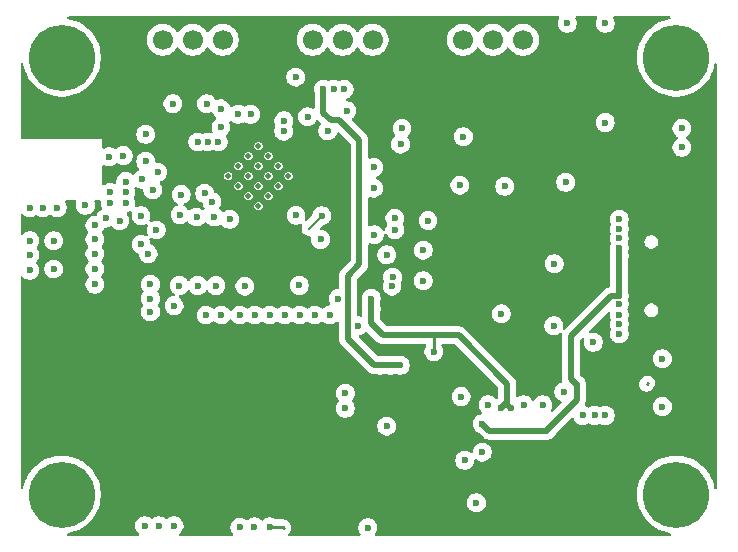
<source format=gbr>
%TF.GenerationSoftware,KiCad,Pcbnew,9.0.3*%
%TF.CreationDate,2025-07-17T21:10:23+02:00*%
%TF.ProjectId,LoRa_Project,4c6f5261-5f50-4726-9f6a-6563742e6b69,rev?*%
%TF.SameCoordinates,Original*%
%TF.FileFunction,Copper,L3,Inr*%
%TF.FilePolarity,Positive*%
%FSLAX46Y46*%
G04 Gerber Fmt 4.6, Leading zero omitted, Abs format (unit mm)*
G04 Created by KiCad (PCBNEW 9.0.3) date 2025-07-17 21:10:23*
%MOMM*%
%LPD*%
G01*
G04 APERTURE LIST*
%TA.AperFunction,ComponentPad*%
%ADD10C,5.600000*%
%TD*%
%TA.AperFunction,ComponentPad*%
%ADD11R,1.700000X1.700000*%
%TD*%
%TA.AperFunction,ComponentPad*%
%ADD12C,1.700000*%
%TD*%
%TA.AperFunction,HeatsinkPad*%
%ADD13C,0.500000*%
%TD*%
%TA.AperFunction,ViaPad*%
%ADD14C,0.600000*%
%TD*%
%TA.AperFunction,ViaPad*%
%ADD15C,1.000000*%
%TD*%
%TA.AperFunction,Conductor*%
%ADD16C,0.500000*%
%TD*%
%TA.AperFunction,Conductor*%
%ADD17C,0.250000*%
%TD*%
%TA.AperFunction,Conductor*%
%ADD18C,0.200000*%
%TD*%
G04 APERTURE END LIST*
D10*
%TO.N,GND*%
%TO.C,H1*%
X194000000Y-56000000D03*
%TD*%
D11*
%TO.N,+3V3*%
%TO.C,J3*%
X212690000Y-54500000D03*
D12*
%TO.N,GND*%
X215230000Y-54500000D03*
%TO.N,I2C_SDA*%
X217770000Y-54500000D03*
%TO.N,I2C_SCL*%
X220310000Y-54500000D03*
%TD*%
D10*
%TO.N,GND*%
%TO.C,H3*%
X194000000Y-93000000D03*
%TD*%
D13*
%TO.N,GND*%
%TO.C,U5*%
X213187184Y-66030330D03*
X212338656Y-65181802D03*
X211490128Y-64333274D03*
X210641600Y-63484746D03*
X212338656Y-66878858D03*
X211490128Y-66030330D03*
X210641600Y-65181802D03*
X209793072Y-64333274D03*
X211490128Y-67727386D03*
X210641600Y-66878858D03*
X209793072Y-66030330D03*
X208944544Y-65181802D03*
X210641600Y-68575914D03*
X209793072Y-67727386D03*
X208944544Y-66878858D03*
X208096016Y-66030330D03*
%TD*%
D10*
%TO.N,GND*%
%TO.C,H2*%
X245999999Y-56000001D03*
%TD*%
D11*
%TO.N,+3V3*%
%TO.C,J6*%
X225420001Y-54500000D03*
D12*
%TO.N,GND*%
X227960001Y-54500000D03*
%TO.N,SWD_CLK*%
X230500001Y-54500000D03*
%TO.N,SWD_IO*%
X233040001Y-54500000D03*
%TD*%
D11*
%TO.N,+3V3*%
%TO.C,J1*%
X200000000Y-54500000D03*
D12*
%TO.N,GND*%
X202540000Y-54500000D03*
%TO.N,I2C_SDA*%
X205080000Y-54500000D03*
%TO.N,I2C_SCL*%
X207620000Y-54500000D03*
%TD*%
D10*
%TO.N,GND*%
%TO.C,H4*%
X245999999Y-92999999D03*
%TD*%
D14*
%TO.N,*%
X225000000Y-69800000D03*
%TO.N,VBUS*%
X241200000Y-76900000D03*
X241200000Y-72100000D03*
X241200000Y-72800000D03*
X229600000Y-87000000D03*
X241200000Y-76200000D03*
%TO.N,GND*%
X201500000Y-75200000D03*
X205400000Y-69500000D03*
X244850000Y-81500000D03*
X201300000Y-72600000D03*
X205500000Y-75300000D03*
X241200000Y-70500000D03*
X198000000Y-64400000D03*
X202100000Y-65700000D03*
X218100000Y-60500000D03*
X201500000Y-76400000D03*
X241200000Y-77800000D03*
X233100000Y-85400000D03*
X201100000Y-62500000D03*
X201000000Y-95634999D03*
X203950000Y-75300000D03*
X199400000Y-66500000D03*
X200700000Y-71800000D03*
X196800000Y-71400000D03*
X244850000Y-85550000D03*
X206900000Y-69500000D03*
X241200000Y-69700000D03*
X241200000Y-78600000D03*
X211600000Y-95734999D03*
X239100000Y-86300000D03*
X191300000Y-68700000D03*
X238100000Y-86300000D03*
X239000000Y-80100000D03*
X196800000Y-72600000D03*
X213800000Y-57650000D03*
X241200000Y-71300000D03*
X202000000Y-70600000D03*
X196800000Y-73900000D03*
X191300000Y-72700000D03*
X224600000Y-72300000D03*
X203500000Y-95634999D03*
X191300000Y-71500000D03*
X227800000Y-84700000D03*
X228000000Y-62700000D03*
X220400000Y-67050000D03*
X240000000Y-86300000D03*
X200700000Y-69400000D03*
X199400000Y-67400000D03*
X235650000Y-78700000D03*
X196800000Y-75200000D03*
X229600000Y-89400000D03*
X210300000Y-95734999D03*
X193600000Y-68700000D03*
X222800000Y-62000000D03*
X246500000Y-63600000D03*
X196800000Y-70200000D03*
X219900000Y-95800000D03*
X217400000Y-76406249D03*
X204100000Y-67600000D03*
X222675000Y-63325000D03*
X199400000Y-68300000D03*
X203500000Y-77000000D03*
X207050000Y-75300000D03*
X201700000Y-67200000D03*
X228100000Y-90100000D03*
X200800000Y-66300000D03*
X198100000Y-67400000D03*
X199200000Y-64300000D03*
X229100000Y-93700000D03*
X221950000Y-75350000D03*
X204000000Y-69300000D03*
X192400000Y-68700000D03*
X219100000Y-78700000D03*
X227700000Y-66800000D03*
X198100000Y-68300000D03*
X198900000Y-69800000D03*
X240000000Y-61500000D03*
X231212500Y-77700000D03*
X230100000Y-85400000D03*
X202200000Y-95634999D03*
X220400000Y-65300000D03*
X214100000Y-75293749D03*
X241200000Y-79400000D03*
X196000000Y-68500000D03*
X191300000Y-74000000D03*
X209069999Y-95769999D03*
X193300000Y-71500000D03*
X193300000Y-73900000D03*
X236650000Y-66550000D03*
X221500000Y-72700000D03*
X201100000Y-64800000D03*
X222000000Y-74600000D03*
X234700000Y-85400000D03*
X201500000Y-77528517D03*
X197700000Y-69600000D03*
X209500000Y-75350000D03*
X235700000Y-73450000D03*
X220456248Y-71000000D03*
%TO.N,+3V3*%
X204250000Y-63050000D03*
X205050000Y-59900000D03*
D15*
X230100000Y-59500000D03*
D14*
X215500000Y-95800000D03*
D15*
X230100000Y-61000000D03*
D14*
X226300000Y-92900000D03*
X216000000Y-65550000D03*
X216650000Y-73400000D03*
D15*
X231500000Y-61000000D03*
D14*
X235550000Y-57050000D03*
D15*
X230100000Y-58000000D03*
D14*
X243250000Y-88550000D03*
X212250000Y-57650000D03*
X204250000Y-65300000D03*
D15*
X231500000Y-58000000D03*
D14*
X226225000Y-77725000D03*
X202200000Y-59900000D03*
D15*
X231500000Y-59500000D03*
D14*
%TO.N,+BATT*%
X220200000Y-76400000D03*
X231200000Y-85700000D03*
X220200000Y-77300000D03*
X225500000Y-80900000D03*
X232000000Y-85700000D03*
%TO.N,/nRF52840 and LoRa/DEC4_6*%
X216000000Y-69400000D03*
X208200000Y-69700000D03*
%TO.N,/Peripherals/RXLED*%
X231500000Y-66900000D03*
X236800000Y-53100000D03*
%TO.N,/Peripherals/TXLED*%
X240000000Y-53100000D03*
X224600000Y-74900000D03*
%TO.N,I2C_SDA*%
X203400000Y-59900000D03*
X222200000Y-70600000D03*
X205500000Y-63150000D03*
%TO.N,I2C_SCL*%
X206350000Y-63150000D03*
X222200000Y-69600000D03*
X206250000Y-59900000D03*
%TO.N,/nRF52840 and LoRa/LORA_SPI_CS*%
X212800000Y-61350000D03*
X209069999Y-77800000D03*
%TO.N,/nRF52840 and LoRa/SPI_SCK*%
X210340000Y-77800000D03*
X207250000Y-63150000D03*
%TO.N,/nRF52840 and LoRa/LORA_BUSY*%
X215420000Y-77800001D03*
X215899265Y-71400735D03*
%TO.N,/nRF52840 and LoRa/LORA_IRQ*%
X216690000Y-77800000D03*
X212775000Y-62225000D03*
%TO.N,/nRF52840 and LoRa/SPI_MISO*%
X212880000Y-77800000D03*
X208950000Y-60800000D03*
%TO.N,/nRF52840 and LoRa/LORA_NRST*%
X214150000Y-77800000D03*
X213825000Y-69350000D03*
%TO.N,/nRF52840 and LoRa/SPI_MOSI*%
X211610000Y-77800000D03*
X210000000Y-60800000D03*
%TO.N,SWD_IO*%
X206100000Y-67500000D03*
X218000000Y-85700000D03*
X206200000Y-77800000D03*
%TO.N,SWD_CLK*%
X206700000Y-68200000D03*
X218000000Y-84400000D03*
X207500000Y-77800000D03*
%TO.N,Net-(U4-STAT)*%
X221500000Y-87200000D03*
X236500000Y-84300000D03*
%TO.N,Net-(U5-~{RESET})*%
X207475000Y-60350000D03*
X246500000Y-62000000D03*
X207475000Y-61875000D03*
%TO.N,UART_TXD*%
X214800000Y-61000000D03*
X216500000Y-62200000D03*
%TO.N,/Power/V_SW*%
X222650000Y-82050000D03*
X216150000Y-58700000D03*
X221775000Y-82050000D03*
X220900000Y-82050000D03*
X217025000Y-58700000D03*
X217900000Y-58700000D03*
%TD*%
D16*
%TO.N,VBUS*%
X235100000Y-87500000D02*
X237600000Y-85000000D01*
X237600000Y-83600000D02*
X237493896Y-83600000D01*
D17*
X243600000Y-83550000D02*
X243500000Y-83650000D01*
D16*
X230200000Y-87600000D02*
X235100000Y-87600000D01*
X237493896Y-83600000D02*
X237096948Y-83203052D01*
X237096948Y-83203052D02*
X237096948Y-79603052D01*
X235100000Y-87600000D02*
X235100000Y-87500000D01*
X241200000Y-76200000D02*
X241200000Y-72100000D01*
X240500000Y-76200000D02*
X241200000Y-76200000D01*
X237096948Y-79603052D02*
X240500000Y-76200000D01*
X237600000Y-85000000D02*
X237600000Y-83600000D01*
X229600000Y-87000000D02*
X230200000Y-87600000D01*
D17*
%TO.N,GND*%
X211600000Y-95734999D02*
X212734999Y-95734999D01*
X212800000Y-95800000D02*
X212734999Y-95734999D01*
D16*
%TO.N,+BATT*%
X231700000Y-83600000D02*
X227600000Y-79500000D01*
X227600000Y-79500000D02*
X225600000Y-79500000D01*
D17*
X225500000Y-80900000D02*
X225500000Y-79600000D01*
D16*
X232000000Y-85700000D02*
X231700000Y-85400000D01*
X231700000Y-85200000D02*
X231700000Y-83600000D01*
X231700000Y-85400000D02*
X231700000Y-85200000D01*
X220200000Y-77300000D02*
X220200000Y-76400000D01*
X221200000Y-79500000D02*
X220200000Y-78500000D01*
D17*
X225500000Y-79600000D02*
X225600000Y-79500000D01*
D16*
X225600000Y-79500000D02*
X221200000Y-79500000D01*
X231200000Y-85700000D02*
X231700000Y-85200000D01*
X220200000Y-78500000D02*
X220200000Y-77300000D01*
D18*
%TO.N,/nRF52840 and LoRa/DEC4_6*%
X216000000Y-69400000D02*
X214900000Y-70500000D01*
D16*
%TO.N,/Power/V_SW*%
X219200000Y-73500000D02*
X219200000Y-63000000D01*
X222650000Y-82050000D02*
X220450000Y-82050000D01*
X220450000Y-82050000D02*
X218200000Y-79800000D01*
X216750000Y-61300000D02*
X216150000Y-60700000D01*
X219200000Y-63000000D02*
X217500000Y-61300000D01*
X217500000Y-61300000D02*
X216750000Y-61300000D01*
X216150000Y-60700000D02*
X216150000Y-58700000D01*
X218200000Y-79800000D02*
X218200000Y-74500000D01*
X218200000Y-74500000D02*
X219200000Y-73500000D01*
%TD*%
%TA.AperFunction,Conductor*%
%TO.N,+3V3*%
G36*
X236015583Y-52503363D02*
G01*
X236025668Y-52502097D01*
X236048543Y-52513041D01*
X236072871Y-52520185D01*
X236079525Y-52527864D01*
X236088696Y-52532252D01*
X236102024Y-52553829D01*
X236118626Y-52572989D01*
X236120072Y-52583048D01*
X236125414Y-52591696D01*
X236124961Y-52617047D01*
X236128570Y-52642147D01*
X236124314Y-52653252D01*
X236124166Y-52661554D01*
X236108933Y-52693392D01*
X236090610Y-52720812D01*
X236090602Y-52720827D01*
X236030264Y-52866498D01*
X236030261Y-52866510D01*
X235999500Y-53021153D01*
X235999500Y-53178846D01*
X236030261Y-53333489D01*
X236030264Y-53333501D01*
X236090602Y-53479172D01*
X236090609Y-53479185D01*
X236178210Y-53610288D01*
X236178213Y-53610292D01*
X236289707Y-53721786D01*
X236289711Y-53721789D01*
X236420814Y-53809390D01*
X236420827Y-53809397D01*
X236566498Y-53869735D01*
X236566503Y-53869737D01*
X236721153Y-53900499D01*
X236721156Y-53900500D01*
X236721158Y-53900500D01*
X236878844Y-53900500D01*
X236878845Y-53900499D01*
X237033497Y-53869737D01*
X237179179Y-53809394D01*
X237310289Y-53721789D01*
X237421789Y-53610289D01*
X237509394Y-53479179D01*
X237569737Y-53333497D01*
X237600500Y-53178842D01*
X237600500Y-53021158D01*
X237600500Y-53021155D01*
X237600499Y-53021153D01*
X237584172Y-52939071D01*
X237569737Y-52866503D01*
X237539933Y-52794549D01*
X237509397Y-52720827D01*
X237509389Y-52720812D01*
X237491067Y-52693392D01*
X237470188Y-52626715D01*
X237488672Y-52559334D01*
X237540650Y-52512644D01*
X237594168Y-52500500D01*
X239205832Y-52500500D01*
X239272871Y-52520185D01*
X239318626Y-52572989D01*
X239328570Y-52642147D01*
X239308933Y-52693392D01*
X239290610Y-52720812D01*
X239290602Y-52720827D01*
X239230264Y-52866498D01*
X239230261Y-52866510D01*
X239199500Y-53021153D01*
X239199500Y-53178846D01*
X239230261Y-53333489D01*
X239230264Y-53333501D01*
X239290602Y-53479172D01*
X239290609Y-53479185D01*
X239378210Y-53610288D01*
X239378213Y-53610292D01*
X239489707Y-53721786D01*
X239489711Y-53721789D01*
X239620814Y-53809390D01*
X239620827Y-53809397D01*
X239766498Y-53869735D01*
X239766503Y-53869737D01*
X239921153Y-53900499D01*
X239921156Y-53900500D01*
X239921158Y-53900500D01*
X240078844Y-53900500D01*
X240078845Y-53900499D01*
X240233497Y-53869737D01*
X240379179Y-53809394D01*
X240510289Y-53721789D01*
X240621789Y-53610289D01*
X240709394Y-53479179D01*
X240769737Y-53333497D01*
X240800500Y-53178842D01*
X240800500Y-53021158D01*
X240800500Y-53021155D01*
X240800499Y-53021153D01*
X240784172Y-52939071D01*
X240769737Y-52866503D01*
X240739933Y-52794549D01*
X240709397Y-52720827D01*
X240709389Y-52720812D01*
X240691067Y-52693392D01*
X240670188Y-52626715D01*
X240688672Y-52559334D01*
X240740650Y-52512644D01*
X240794168Y-52500500D01*
X245416382Y-52500500D01*
X245483421Y-52520185D01*
X245529176Y-52572989D01*
X245539120Y-52642147D01*
X245510095Y-52705703D01*
X245451317Y-52743477D01*
X245440573Y-52746117D01*
X245197096Y-52794546D01*
X245197085Y-52794549D01*
X244886751Y-52888687D01*
X244587149Y-53012787D01*
X244587144Y-53012789D01*
X244301168Y-53165647D01*
X244301150Y-53165658D01*
X244031531Y-53345812D01*
X244031517Y-53345822D01*
X243780840Y-53551547D01*
X243551545Y-53780842D01*
X243345820Y-54031519D01*
X243345810Y-54031533D01*
X243165656Y-54301152D01*
X243165645Y-54301170D01*
X243012787Y-54587146D01*
X243012785Y-54587151D01*
X242888685Y-54886753D01*
X242794547Y-55197087D01*
X242794544Y-55197098D01*
X242731286Y-55515126D01*
X242731283Y-55515143D01*
X242699499Y-55837861D01*
X242699499Y-56162140D01*
X242731283Y-56484858D01*
X242731286Y-56484875D01*
X242794544Y-56802903D01*
X242794547Y-56802914D01*
X242888685Y-57113248D01*
X243012785Y-57412850D01*
X243012787Y-57412855D01*
X243165645Y-57698831D01*
X243165649Y-57698838D01*
X243165652Y-57698843D01*
X243345815Y-57968476D01*
X243345820Y-57968482D01*
X243551545Y-58219159D01*
X243780840Y-58448454D01*
X243780845Y-58448458D01*
X243780846Y-58448459D01*
X244031523Y-58654184D01*
X244301157Y-58834348D01*
X244301166Y-58834353D01*
X244301168Y-58834354D01*
X244587144Y-58987212D01*
X244587146Y-58987212D01*
X244587152Y-58987216D01*
X244886753Y-59111315D01*
X245197076Y-59205450D01*
X245197082Y-59205451D01*
X245197085Y-59205452D01*
X245197096Y-59205455D01*
X245396527Y-59245123D01*
X245515131Y-59268715D01*
X245837856Y-59300501D01*
X245837859Y-59300501D01*
X246162139Y-59300501D01*
X246162142Y-59300501D01*
X246484867Y-59268715D01*
X246642294Y-59237400D01*
X246802901Y-59205455D01*
X246802912Y-59205452D01*
X246802912Y-59205451D01*
X246802922Y-59205450D01*
X247113245Y-59111315D01*
X247412846Y-58987216D01*
X247698841Y-58834348D01*
X247968475Y-58654184D01*
X248219152Y-58448459D01*
X248448457Y-58219154D01*
X248654182Y-57968477D01*
X248834346Y-57698843D01*
X248987214Y-57412848D01*
X249111313Y-57113247D01*
X249205448Y-56802924D01*
X249205450Y-56802913D01*
X249205453Y-56802903D01*
X249253883Y-56559426D01*
X249286267Y-56497515D01*
X249346983Y-56462941D01*
X249416753Y-56466680D01*
X249473425Y-56507546D01*
X249499006Y-56572564D01*
X249499500Y-56583617D01*
X249499500Y-92416382D01*
X249479815Y-92483421D01*
X249427011Y-92529176D01*
X249357853Y-92539120D01*
X249294297Y-92510095D01*
X249256523Y-92451317D01*
X249253883Y-92440573D01*
X249205453Y-92197096D01*
X249205450Y-92197085D01*
X249205448Y-92197077D01*
X249205448Y-92197076D01*
X249111313Y-91886753D01*
X248987214Y-91587152D01*
X248834352Y-91301169D01*
X248834352Y-91301168D01*
X248834351Y-91301166D01*
X248834346Y-91301157D01*
X248654182Y-91031523D01*
X248448457Y-90780846D01*
X248448456Y-90780845D01*
X248448452Y-90780840D01*
X248219157Y-90551545D01*
X247968480Y-90345820D01*
X247968476Y-90345817D01*
X247968475Y-90345816D01*
X247698841Y-90165652D01*
X247698836Y-90165649D01*
X247698829Y-90165645D01*
X247412853Y-90012787D01*
X247412848Y-90012785D01*
X247113246Y-89888685D01*
X246802912Y-89794547D01*
X246802901Y-89794544D01*
X246484873Y-89731286D01*
X246484856Y-89731283D01*
X246240811Y-89707247D01*
X246162142Y-89699499D01*
X245837856Y-89699499D01*
X245765098Y-89706665D01*
X245515141Y-89731283D01*
X245515124Y-89731286D01*
X245197096Y-89794544D01*
X245197085Y-89794547D01*
X244886751Y-89888685D01*
X244587149Y-90012785D01*
X244587144Y-90012787D01*
X244301168Y-90165645D01*
X244301150Y-90165656D01*
X244031531Y-90345810D01*
X244031517Y-90345820D01*
X243780840Y-90551545D01*
X243551545Y-90780840D01*
X243345820Y-91031517D01*
X243345810Y-91031531D01*
X243165656Y-91301150D01*
X243165645Y-91301168D01*
X243012787Y-91587144D01*
X243012785Y-91587149D01*
X242888685Y-91886751D01*
X242794547Y-92197085D01*
X242794544Y-92197096D01*
X242731286Y-92515124D01*
X242731283Y-92515141D01*
X242706665Y-92765098D01*
X242699499Y-92837856D01*
X242699499Y-93162142D01*
X242709053Y-93259151D01*
X242731283Y-93484856D01*
X242731286Y-93484873D01*
X242794544Y-93802901D01*
X242794547Y-93802912D01*
X242888685Y-94113246D01*
X242928882Y-94210289D01*
X243011355Y-94409397D01*
X243012785Y-94412848D01*
X243012787Y-94412853D01*
X243165645Y-94698829D01*
X243165656Y-94698847D01*
X243345810Y-94968466D01*
X243345820Y-94968480D01*
X243551545Y-95219157D01*
X243780840Y-95448452D01*
X243780845Y-95448456D01*
X243780846Y-95448457D01*
X244031523Y-95654182D01*
X244301157Y-95834346D01*
X244301166Y-95834351D01*
X244301168Y-95834352D01*
X244587144Y-95987210D01*
X244587146Y-95987210D01*
X244587152Y-95987214D01*
X244886753Y-96111313D01*
X245197076Y-96205448D01*
X245197082Y-96205449D01*
X245197085Y-96205450D01*
X245197096Y-96205453D01*
X245440573Y-96253883D01*
X245502484Y-96286268D01*
X245537058Y-96346983D01*
X245533319Y-96416753D01*
X245492453Y-96473425D01*
X245427435Y-96499006D01*
X245416382Y-96499500D01*
X220627350Y-96499500D01*
X220560311Y-96479815D01*
X220514556Y-96427011D01*
X220504612Y-96357853D01*
X220524248Y-96306609D01*
X220609390Y-96179185D01*
X220609390Y-96179184D01*
X220609394Y-96179179D01*
X220669737Y-96033497D01*
X220700500Y-95878842D01*
X220700500Y-95721158D01*
X220700500Y-95721155D01*
X220700499Y-95721153D01*
X220688888Y-95662781D01*
X220669737Y-95566503D01*
X220620842Y-95448458D01*
X220609397Y-95420827D01*
X220609390Y-95420814D01*
X220521789Y-95289711D01*
X220521786Y-95289707D01*
X220410292Y-95178213D01*
X220410288Y-95178210D01*
X220279185Y-95090609D01*
X220279172Y-95090602D01*
X220133501Y-95030264D01*
X220133489Y-95030261D01*
X219978845Y-94999500D01*
X219978842Y-94999500D01*
X219821158Y-94999500D01*
X219821155Y-94999500D01*
X219666510Y-95030261D01*
X219666498Y-95030264D01*
X219520827Y-95090602D01*
X219520814Y-95090609D01*
X219389711Y-95178210D01*
X219389707Y-95178213D01*
X219278213Y-95289707D01*
X219278210Y-95289711D01*
X219190609Y-95420814D01*
X219190602Y-95420827D01*
X219130264Y-95566498D01*
X219130261Y-95566510D01*
X219099500Y-95721153D01*
X219099500Y-95878846D01*
X219130261Y-96033489D01*
X219130264Y-96033501D01*
X219190602Y-96179172D01*
X219190609Y-96179185D01*
X219275752Y-96306609D01*
X219296630Y-96373286D01*
X219278146Y-96440666D01*
X219226167Y-96487357D01*
X219172650Y-96499500D01*
X213284453Y-96499500D01*
X213217414Y-96479815D01*
X213171659Y-96427011D01*
X213161715Y-96357853D01*
X213190740Y-96294297D01*
X213196772Y-96287819D01*
X213285854Y-96198736D01*
X213285857Y-96198733D01*
X213354311Y-96096285D01*
X213401463Y-95982451D01*
X213425500Y-95861606D01*
X213425500Y-95738393D01*
X213401463Y-95617549D01*
X213376034Y-95556157D01*
X213354314Y-95503720D01*
X213354312Y-95503717D01*
X213354311Y-95503714D01*
X213285857Y-95401267D01*
X213220859Y-95336269D01*
X213220857Y-95336266D01*
X213133732Y-95249141D01*
X213082508Y-95214914D01*
X213031285Y-95180687D01*
X213031282Y-95180685D01*
X213031279Y-95180684D01*
X212951506Y-95147641D01*
X212951497Y-95147638D01*
X212943915Y-95144498D01*
X212917451Y-95133536D01*
X212846880Y-95119499D01*
X212842993Y-95118725D01*
X212842975Y-95118721D01*
X212796610Y-95109499D01*
X212796606Y-95109499D01*
X212796605Y-95109499D01*
X212142350Y-95109499D01*
X212075311Y-95089814D01*
X212073459Y-95088601D01*
X211979184Y-95025608D01*
X211979172Y-95025601D01*
X211833501Y-94965263D01*
X211833489Y-94965260D01*
X211678845Y-94934499D01*
X211678842Y-94934499D01*
X211521158Y-94934499D01*
X211521155Y-94934499D01*
X211366510Y-94965260D01*
X211366498Y-94965263D01*
X211220827Y-95025601D01*
X211220814Y-95025608D01*
X211089711Y-95113209D01*
X211089707Y-95113212D01*
X211037681Y-95165239D01*
X210976358Y-95198724D01*
X210906666Y-95193740D01*
X210862319Y-95165239D01*
X210810292Y-95113212D01*
X210810288Y-95113209D01*
X210679185Y-95025608D01*
X210679172Y-95025601D01*
X210533501Y-94965263D01*
X210533489Y-94965260D01*
X210378845Y-94934499D01*
X210378842Y-94934499D01*
X210221158Y-94934499D01*
X210221155Y-94934499D01*
X210066510Y-94965260D01*
X210066498Y-94965263D01*
X209920827Y-95025601D01*
X209920814Y-95025608D01*
X209789711Y-95113209D01*
X209789706Y-95113213D01*
X209755179Y-95147740D01*
X209693856Y-95181225D01*
X209624164Y-95176239D01*
X209585539Y-95151415D01*
X209584998Y-95152075D01*
X209580287Y-95148209D01*
X209449184Y-95060608D01*
X209449171Y-95060601D01*
X209303500Y-95000263D01*
X209303488Y-95000260D01*
X209148844Y-94969499D01*
X209148841Y-94969499D01*
X208991157Y-94969499D01*
X208991154Y-94969499D01*
X208836509Y-95000260D01*
X208836497Y-95000263D01*
X208690826Y-95060601D01*
X208690813Y-95060608D01*
X208559710Y-95148209D01*
X208559706Y-95148212D01*
X208448212Y-95259706D01*
X208448209Y-95259710D01*
X208360608Y-95390813D01*
X208360601Y-95390826D01*
X208300263Y-95536497D01*
X208300260Y-95536509D01*
X208269499Y-95691152D01*
X208269499Y-95848845D01*
X208300260Y-96003488D01*
X208300263Y-96003500D01*
X208360601Y-96149171D01*
X208360608Y-96149184D01*
X208448209Y-96280287D01*
X208448212Y-96280291D01*
X208455740Y-96287819D01*
X208489225Y-96349142D01*
X208484241Y-96418834D01*
X208442369Y-96474767D01*
X208376905Y-96499184D01*
X208368059Y-96499500D01*
X204055819Y-96499500D01*
X203988780Y-96479815D01*
X203943025Y-96427011D01*
X203933081Y-96357853D01*
X203962106Y-96294297D01*
X203986927Y-96272398D01*
X203992442Y-96268713D01*
X204010289Y-96256788D01*
X204121789Y-96145288D01*
X204209394Y-96014178D01*
X204269737Y-95868496D01*
X204300500Y-95713841D01*
X204300500Y-95556157D01*
X204300500Y-95556154D01*
X204300499Y-95556152D01*
X204296589Y-95536497D01*
X204269737Y-95401502D01*
X204265315Y-95390826D01*
X204209397Y-95255826D01*
X204209390Y-95255813D01*
X204121789Y-95124710D01*
X204121786Y-95124706D01*
X204010292Y-95013212D01*
X204010288Y-95013209D01*
X203879185Y-94925608D01*
X203879172Y-94925601D01*
X203733501Y-94865263D01*
X203733489Y-94865260D01*
X203578845Y-94834499D01*
X203578842Y-94834499D01*
X203421158Y-94834499D01*
X203421155Y-94834499D01*
X203266510Y-94865260D01*
X203266498Y-94865263D01*
X203120827Y-94925601D01*
X203120814Y-94925608D01*
X202989711Y-95013209D01*
X202989707Y-95013212D01*
X202937681Y-95065239D01*
X202876358Y-95098724D01*
X202806666Y-95093740D01*
X202762319Y-95065239D01*
X202710292Y-95013212D01*
X202710288Y-95013209D01*
X202579185Y-94925608D01*
X202579172Y-94925601D01*
X202433501Y-94865263D01*
X202433489Y-94865260D01*
X202278845Y-94834499D01*
X202278842Y-94834499D01*
X202121158Y-94834499D01*
X202121155Y-94834499D01*
X201966510Y-94865260D01*
X201966498Y-94865263D01*
X201820827Y-94925601D01*
X201820814Y-94925608D01*
X201689711Y-95013209D01*
X201689707Y-95013212D01*
X201687681Y-95015239D01*
X201686357Y-95015961D01*
X201685001Y-95017075D01*
X201684789Y-95016817D01*
X201626358Y-95048724D01*
X201556666Y-95043740D01*
X201515060Y-95017000D01*
X201514999Y-95017075D01*
X201514360Y-95016551D01*
X201512319Y-95015239D01*
X201510292Y-95013212D01*
X201510288Y-95013209D01*
X201379185Y-94925608D01*
X201379172Y-94925601D01*
X201233501Y-94865263D01*
X201233489Y-94865260D01*
X201078845Y-94834499D01*
X201078842Y-94834499D01*
X200921158Y-94834499D01*
X200921155Y-94834499D01*
X200766510Y-94865260D01*
X200766498Y-94865263D01*
X200620827Y-94925601D01*
X200620814Y-94925608D01*
X200489711Y-95013209D01*
X200489707Y-95013212D01*
X200378213Y-95124706D01*
X200378210Y-95124710D01*
X200290609Y-95255813D01*
X200290602Y-95255826D01*
X200230264Y-95401497D01*
X200230261Y-95401509D01*
X200199500Y-95556152D01*
X200199500Y-95713845D01*
X200230261Y-95868488D01*
X200230264Y-95868500D01*
X200290602Y-96014171D01*
X200290609Y-96014184D01*
X200378210Y-96145287D01*
X200378213Y-96145291D01*
X200489707Y-96256785D01*
X200513073Y-96272398D01*
X200557877Y-96326011D01*
X200566584Y-96395336D01*
X200536429Y-96458363D01*
X200476986Y-96495082D01*
X200444181Y-96499500D01*
X194583622Y-96499500D01*
X194516583Y-96479815D01*
X194470828Y-96427011D01*
X194460884Y-96357853D01*
X194489909Y-96294297D01*
X194548687Y-96256523D01*
X194559431Y-96253883D01*
X194802902Y-96205454D01*
X194802913Y-96205451D01*
X194802913Y-96205450D01*
X194802923Y-96205449D01*
X195113246Y-96111314D01*
X195412847Y-95987215D01*
X195698842Y-95834347D01*
X195968476Y-95654183D01*
X196219153Y-95448458D01*
X196448458Y-95219153D01*
X196654183Y-94968476D01*
X196834347Y-94698842D01*
X196987215Y-94412847D01*
X197111314Y-94113246D01*
X197205449Y-93802923D01*
X197205451Y-93802912D01*
X197205454Y-93802902D01*
X197241605Y-93621153D01*
X228299500Y-93621153D01*
X228299500Y-93778846D01*
X228330261Y-93933489D01*
X228330264Y-93933501D01*
X228390602Y-94079172D01*
X228390609Y-94079185D01*
X228478210Y-94210288D01*
X228478213Y-94210292D01*
X228589707Y-94321786D01*
X228589711Y-94321789D01*
X228720814Y-94409390D01*
X228720827Y-94409397D01*
X228866498Y-94469735D01*
X228866503Y-94469737D01*
X229021153Y-94500499D01*
X229021156Y-94500500D01*
X229021158Y-94500500D01*
X229178844Y-94500500D01*
X229178845Y-94500499D01*
X229333497Y-94469737D01*
X229479179Y-94409394D01*
X229610289Y-94321789D01*
X229721789Y-94210289D01*
X229809394Y-94079179D01*
X229869737Y-93933497D01*
X229900500Y-93778842D01*
X229900500Y-93621158D01*
X229900500Y-93621155D01*
X229900499Y-93621153D01*
X229893032Y-93583615D01*
X229869737Y-93466503D01*
X229867409Y-93460883D01*
X229809397Y-93320827D01*
X229809390Y-93320814D01*
X229721789Y-93189711D01*
X229721786Y-93189707D01*
X229610292Y-93078213D01*
X229610288Y-93078210D01*
X229479185Y-92990609D01*
X229479172Y-92990602D01*
X229333501Y-92930264D01*
X229333489Y-92930261D01*
X229178845Y-92899500D01*
X229178842Y-92899500D01*
X229021158Y-92899500D01*
X229021155Y-92899500D01*
X228866510Y-92930261D01*
X228866498Y-92930264D01*
X228720827Y-92990602D01*
X228720814Y-92990609D01*
X228589711Y-93078210D01*
X228589707Y-93078213D01*
X228478213Y-93189707D01*
X228478210Y-93189711D01*
X228390609Y-93320814D01*
X228390602Y-93320827D01*
X228330264Y-93466498D01*
X228330261Y-93466510D01*
X228299500Y-93621153D01*
X197241605Y-93621153D01*
X197247628Y-93590875D01*
X197256020Y-93548686D01*
X197268714Y-93484868D01*
X197300500Y-93162143D01*
X197300500Y-92837857D01*
X197268714Y-92515132D01*
X197245122Y-92396528D01*
X197205454Y-92197097D01*
X197205451Y-92197086D01*
X197205450Y-92197083D01*
X197205449Y-92197077D01*
X197111314Y-91886754D01*
X196987215Y-91587153D01*
X196834347Y-91301158D01*
X196654183Y-91031524D01*
X196448458Y-90780847D01*
X196448457Y-90780846D01*
X196448453Y-90780841D01*
X196219158Y-90551546D01*
X195968481Y-90345821D01*
X195968480Y-90345820D01*
X195968476Y-90345817D01*
X195698842Y-90165653D01*
X195621707Y-90124423D01*
X195621706Y-90124422D01*
X195428504Y-90021153D01*
X227299500Y-90021153D01*
X227299500Y-90178846D01*
X227330261Y-90333489D01*
X227330264Y-90333501D01*
X227390602Y-90479172D01*
X227390609Y-90479185D01*
X227478210Y-90610288D01*
X227478213Y-90610292D01*
X227589707Y-90721786D01*
X227589711Y-90721789D01*
X227720814Y-90809390D01*
X227720827Y-90809397D01*
X227866498Y-90869735D01*
X227866503Y-90869737D01*
X228021153Y-90900499D01*
X228021156Y-90900500D01*
X228021158Y-90900500D01*
X228178844Y-90900500D01*
X228178845Y-90900499D01*
X228333497Y-90869737D01*
X228479179Y-90809394D01*
X228610289Y-90721789D01*
X228721789Y-90610289D01*
X228809394Y-90479179D01*
X228869737Y-90333497D01*
X228900500Y-90178842D01*
X228900500Y-90127350D01*
X228920185Y-90060311D01*
X228972989Y-90014556D01*
X229042147Y-90004612D01*
X229093391Y-90024248D01*
X229220814Y-90109390D01*
X229220827Y-90109397D01*
X229356653Y-90165657D01*
X229366503Y-90169737D01*
X229521153Y-90200499D01*
X229521156Y-90200500D01*
X229521158Y-90200500D01*
X229678844Y-90200500D01*
X229678845Y-90200499D01*
X229833497Y-90169737D01*
X229979179Y-90109394D01*
X230110289Y-90021789D01*
X230221789Y-89910289D01*
X230309394Y-89779179D01*
X230369737Y-89633497D01*
X230400500Y-89478842D01*
X230400500Y-89321158D01*
X230400500Y-89321155D01*
X230400499Y-89321153D01*
X230369738Y-89166510D01*
X230369737Y-89166503D01*
X230369735Y-89166498D01*
X230309397Y-89020827D01*
X230309390Y-89020814D01*
X230221789Y-88889711D01*
X230221786Y-88889707D01*
X230110292Y-88778213D01*
X230110288Y-88778210D01*
X229979185Y-88690609D01*
X229979172Y-88690602D01*
X229833501Y-88630264D01*
X229833489Y-88630261D01*
X229678845Y-88599500D01*
X229678842Y-88599500D01*
X229521158Y-88599500D01*
X229521155Y-88599500D01*
X229366510Y-88630261D01*
X229366498Y-88630264D01*
X229220827Y-88690602D01*
X229220814Y-88690609D01*
X229089711Y-88778210D01*
X229089707Y-88778213D01*
X228978213Y-88889707D01*
X228978210Y-88889711D01*
X228890609Y-89020814D01*
X228890602Y-89020827D01*
X228830264Y-89166498D01*
X228830261Y-89166510D01*
X228799500Y-89321153D01*
X228799500Y-89372649D01*
X228779815Y-89439688D01*
X228727011Y-89485443D01*
X228657853Y-89495387D01*
X228606609Y-89475751D01*
X228479185Y-89390609D01*
X228479172Y-89390602D01*
X228333501Y-89330264D01*
X228333489Y-89330261D01*
X228178845Y-89299500D01*
X228178842Y-89299500D01*
X228021158Y-89299500D01*
X228021155Y-89299500D01*
X227866510Y-89330261D01*
X227866498Y-89330264D01*
X227720827Y-89390602D01*
X227720814Y-89390609D01*
X227589711Y-89478210D01*
X227589707Y-89478213D01*
X227478213Y-89589707D01*
X227478210Y-89589711D01*
X227390609Y-89720814D01*
X227390602Y-89720827D01*
X227330264Y-89866498D01*
X227330261Y-89866510D01*
X227299500Y-90021153D01*
X195428504Y-90021153D01*
X195412854Y-90012788D01*
X195412849Y-90012786D01*
X195412844Y-90012784D01*
X195325098Y-89976438D01*
X195113247Y-89888686D01*
X194802913Y-89794548D01*
X194802902Y-89794545D01*
X194484874Y-89731287D01*
X194484857Y-89731284D01*
X194240812Y-89707248D01*
X194162143Y-89699500D01*
X193837857Y-89699500D01*
X193765099Y-89706666D01*
X193515142Y-89731284D01*
X193515125Y-89731287D01*
X193197097Y-89794545D01*
X193197086Y-89794548D01*
X192886752Y-89888686D01*
X192587150Y-90012786D01*
X192587145Y-90012788D01*
X192301169Y-90165646D01*
X192301151Y-90165657D01*
X192031532Y-90345811D01*
X192031518Y-90345821D01*
X191780841Y-90551546D01*
X191551546Y-90780841D01*
X191345821Y-91031518D01*
X191345811Y-91031532D01*
X191165657Y-91301151D01*
X191165646Y-91301169D01*
X191012788Y-91587145D01*
X191012786Y-91587150D01*
X190888686Y-91886752D01*
X190794548Y-92197086D01*
X190794545Y-92197097D01*
X190746117Y-92440569D01*
X190713732Y-92502480D01*
X190653017Y-92537054D01*
X190583247Y-92533315D01*
X190526575Y-92492449D01*
X190500994Y-92427431D01*
X190500500Y-92416378D01*
X190500500Y-87121153D01*
X220699500Y-87121153D01*
X220699500Y-87278846D01*
X220730261Y-87433489D01*
X220730264Y-87433501D01*
X220790602Y-87579172D01*
X220790609Y-87579185D01*
X220878210Y-87710288D01*
X220878213Y-87710292D01*
X220989707Y-87821786D01*
X220989711Y-87821789D01*
X221120814Y-87909390D01*
X221120827Y-87909397D01*
X221266498Y-87969735D01*
X221266503Y-87969737D01*
X221421153Y-88000499D01*
X221421156Y-88000500D01*
X221421158Y-88000500D01*
X221578844Y-88000500D01*
X221578845Y-88000499D01*
X221733497Y-87969737D01*
X221879179Y-87909394D01*
X222010289Y-87821789D01*
X222121789Y-87710289D01*
X222209394Y-87579179D01*
X222269737Y-87433497D01*
X222300500Y-87278842D01*
X222300500Y-87121158D01*
X222300500Y-87121155D01*
X222300499Y-87121153D01*
X222296391Y-87100499D01*
X222269737Y-86966503D01*
X222250953Y-86921153D01*
X222209397Y-86820827D01*
X222209390Y-86820814D01*
X222121789Y-86689711D01*
X222121786Y-86689707D01*
X222010292Y-86578213D01*
X222010288Y-86578210D01*
X221879185Y-86490609D01*
X221879172Y-86490602D01*
X221733501Y-86430264D01*
X221733489Y-86430261D01*
X221578845Y-86399500D01*
X221578842Y-86399500D01*
X221421158Y-86399500D01*
X221421155Y-86399500D01*
X221266510Y-86430261D01*
X221266498Y-86430264D01*
X221120827Y-86490602D01*
X221120814Y-86490609D01*
X220989711Y-86578210D01*
X220989707Y-86578213D01*
X220878213Y-86689707D01*
X220878210Y-86689711D01*
X220790609Y-86820814D01*
X220790602Y-86820827D01*
X220730264Y-86966498D01*
X220730261Y-86966510D01*
X220699500Y-87121153D01*
X190500500Y-87121153D01*
X190500500Y-84321153D01*
X217199500Y-84321153D01*
X217199500Y-84478846D01*
X217230261Y-84633489D01*
X217230264Y-84633501D01*
X217290602Y-84779172D01*
X217290609Y-84779185D01*
X217378210Y-84910288D01*
X217378213Y-84910292D01*
X217430240Y-84962319D01*
X217463725Y-85023642D01*
X217458741Y-85093334D01*
X217430240Y-85137681D01*
X217378213Y-85189707D01*
X217378210Y-85189711D01*
X217290609Y-85320814D01*
X217290602Y-85320827D01*
X217230264Y-85466498D01*
X217230261Y-85466510D01*
X217199500Y-85621153D01*
X217199500Y-85778846D01*
X217230261Y-85933489D01*
X217230264Y-85933501D01*
X217290602Y-86079172D01*
X217290609Y-86079185D01*
X217378210Y-86210288D01*
X217378213Y-86210292D01*
X217489707Y-86321786D01*
X217489711Y-86321789D01*
X217620814Y-86409390D01*
X217620827Y-86409397D01*
X217766498Y-86469735D01*
X217766503Y-86469737D01*
X217921153Y-86500499D01*
X217921156Y-86500500D01*
X217921158Y-86500500D01*
X218078844Y-86500500D01*
X218078845Y-86500499D01*
X218233497Y-86469737D01*
X218379179Y-86409394D01*
X218510289Y-86321789D01*
X218621789Y-86210289D01*
X218709394Y-86079179D01*
X218769737Y-85933497D01*
X218800500Y-85778842D01*
X218800500Y-85621158D01*
X218800500Y-85621155D01*
X218800499Y-85621153D01*
X218776499Y-85500499D01*
X218769737Y-85466503D01*
X218769735Y-85466498D01*
X218709397Y-85320827D01*
X218709390Y-85320814D01*
X218621789Y-85189711D01*
X218621786Y-85189707D01*
X218569760Y-85137681D01*
X218536275Y-85076358D01*
X218541259Y-85006666D01*
X218569760Y-84962319D01*
X218621786Y-84910292D01*
X218621789Y-84910289D01*
X218709394Y-84779179D01*
X218769737Y-84633497D01*
X218772192Y-84621153D01*
X226999500Y-84621153D01*
X226999500Y-84778846D01*
X227030261Y-84933489D01*
X227030264Y-84933501D01*
X227090602Y-85079172D01*
X227090609Y-85079185D01*
X227178210Y-85210288D01*
X227178213Y-85210292D01*
X227289707Y-85321786D01*
X227289711Y-85321789D01*
X227420814Y-85409390D01*
X227420827Y-85409397D01*
X227558683Y-85466498D01*
X227566503Y-85469737D01*
X227685726Y-85493452D01*
X227721153Y-85500499D01*
X227721156Y-85500500D01*
X227721158Y-85500500D01*
X227878844Y-85500500D01*
X227878845Y-85500499D01*
X228033497Y-85469737D01*
X228179179Y-85409394D01*
X228310289Y-85321789D01*
X228421789Y-85210289D01*
X228509394Y-85079179D01*
X228510563Y-85076358D01*
X228532398Y-85023642D01*
X228569737Y-84933497D01*
X228600500Y-84778842D01*
X228600500Y-84621158D01*
X228600500Y-84621155D01*
X228600499Y-84621153D01*
X228572192Y-84478846D01*
X228569737Y-84466503D01*
X228509534Y-84321158D01*
X228509397Y-84320827D01*
X228509390Y-84320814D01*
X228421789Y-84189711D01*
X228421786Y-84189707D01*
X228310292Y-84078213D01*
X228310288Y-84078210D01*
X228179185Y-83990609D01*
X228179172Y-83990602D01*
X228033501Y-83930264D01*
X228033489Y-83930261D01*
X227878845Y-83899500D01*
X227878842Y-83899500D01*
X227721158Y-83899500D01*
X227721155Y-83899500D01*
X227566510Y-83930261D01*
X227566498Y-83930264D01*
X227420827Y-83990602D01*
X227420814Y-83990609D01*
X227289711Y-84078210D01*
X227289707Y-84078213D01*
X227178213Y-84189707D01*
X227178210Y-84189711D01*
X227090609Y-84320814D01*
X227090602Y-84320827D01*
X227030264Y-84466498D01*
X227030261Y-84466510D01*
X226999500Y-84621153D01*
X218772192Y-84621153D01*
X218778216Y-84590874D01*
X218778216Y-84590873D01*
X218800499Y-84478846D01*
X218800500Y-84478844D01*
X218800500Y-84321155D01*
X218800499Y-84321153D01*
X218786636Y-84251459D01*
X218769737Y-84166503D01*
X218769735Y-84166498D01*
X218709397Y-84020827D01*
X218709390Y-84020814D01*
X218621789Y-83889711D01*
X218621786Y-83889707D01*
X218510292Y-83778213D01*
X218510288Y-83778210D01*
X218379185Y-83690609D01*
X218379172Y-83690602D01*
X218233501Y-83630264D01*
X218233489Y-83630261D01*
X218078845Y-83599500D01*
X218078842Y-83599500D01*
X217921158Y-83599500D01*
X217921155Y-83599500D01*
X217766510Y-83630261D01*
X217766498Y-83630264D01*
X217620827Y-83690602D01*
X217620814Y-83690609D01*
X217489711Y-83778210D01*
X217489707Y-83778213D01*
X217378213Y-83889707D01*
X217378210Y-83889711D01*
X217290609Y-84020814D01*
X217290602Y-84020827D01*
X217230264Y-84166498D01*
X217230261Y-84166510D01*
X217199500Y-84321153D01*
X190500500Y-84321153D01*
X190500500Y-74631941D01*
X190520185Y-74564902D01*
X190572989Y-74519147D01*
X190642147Y-74509203D01*
X190705703Y-74538228D01*
X190712181Y-74544260D01*
X190789707Y-74621786D01*
X190789711Y-74621789D01*
X190920814Y-74709390D01*
X190920827Y-74709397D01*
X190966254Y-74728213D01*
X191066503Y-74769737D01*
X191194463Y-74795190D01*
X191221153Y-74800499D01*
X191221156Y-74800500D01*
X191221158Y-74800500D01*
X191378844Y-74800500D01*
X191378845Y-74800499D01*
X191533497Y-74769737D01*
X191679179Y-74709394D01*
X191810289Y-74621789D01*
X191921789Y-74510289D01*
X192009394Y-74379179D01*
X192069737Y-74233497D01*
X192100500Y-74078842D01*
X192100500Y-73921158D01*
X192100500Y-73921155D01*
X192084209Y-73839258D01*
X192084209Y-73839257D01*
X192080608Y-73821153D01*
X192499500Y-73821153D01*
X192499500Y-73978846D01*
X192530261Y-74133489D01*
X192530264Y-74133501D01*
X192590602Y-74279172D01*
X192590609Y-74279185D01*
X192678210Y-74410288D01*
X192678213Y-74410292D01*
X192789707Y-74521786D01*
X192789711Y-74521789D01*
X192920814Y-74609390D01*
X192920827Y-74609397D01*
X192996181Y-74640609D01*
X193066503Y-74669737D01*
X193221153Y-74700499D01*
X193221156Y-74700500D01*
X193221158Y-74700500D01*
X193378844Y-74700500D01*
X193378845Y-74700499D01*
X193533497Y-74669737D01*
X193679179Y-74609394D01*
X193810289Y-74521789D01*
X193921789Y-74410289D01*
X194009394Y-74279179D01*
X194069737Y-74133497D01*
X194100500Y-73978842D01*
X194100500Y-73821158D01*
X194100500Y-73821155D01*
X194100499Y-73821153D01*
X194073117Y-73683497D01*
X194069737Y-73666503D01*
X194031389Y-73573921D01*
X194009397Y-73520827D01*
X194009390Y-73520814D01*
X193921789Y-73389711D01*
X193921786Y-73389707D01*
X193810292Y-73278213D01*
X193810288Y-73278210D01*
X193679185Y-73190609D01*
X193679172Y-73190602D01*
X193533501Y-73130264D01*
X193533489Y-73130261D01*
X193378845Y-73099500D01*
X193378842Y-73099500D01*
X193221158Y-73099500D01*
X193221155Y-73099500D01*
X193066510Y-73130261D01*
X193066498Y-73130264D01*
X192920827Y-73190602D01*
X192920814Y-73190609D01*
X192789711Y-73278210D01*
X192789707Y-73278213D01*
X192678213Y-73389707D01*
X192678210Y-73389711D01*
X192590609Y-73520814D01*
X192590602Y-73520827D01*
X192530264Y-73666498D01*
X192530261Y-73666510D01*
X192499500Y-73821153D01*
X192080608Y-73821153D01*
X192078834Y-73812237D01*
X192069737Y-73766503D01*
X192064005Y-73752665D01*
X192009397Y-73620827D01*
X192009390Y-73620814D01*
X191921789Y-73489711D01*
X191921786Y-73489707D01*
X191869760Y-73437681D01*
X191836275Y-73376358D01*
X191841259Y-73306666D01*
X191869760Y-73262319D01*
X191921786Y-73210292D01*
X191921789Y-73210289D01*
X192009394Y-73079179D01*
X192012854Y-73070827D01*
X192038301Y-73009390D01*
X192069737Y-72933497D01*
X192100500Y-72778842D01*
X192100500Y-72621158D01*
X192100500Y-72621155D01*
X192100499Y-72621153D01*
X192082433Y-72530331D01*
X192069737Y-72466503D01*
X192044098Y-72404604D01*
X192009397Y-72320827D01*
X192009390Y-72320814D01*
X191921789Y-72189711D01*
X191919766Y-72187688D01*
X191919043Y-72186365D01*
X191917924Y-72185001D01*
X191918182Y-72184788D01*
X191886276Y-72126368D01*
X191891255Y-72056676D01*
X191917999Y-72015060D01*
X191917924Y-72014999D01*
X191918454Y-72014351D01*
X191919766Y-72012312D01*
X191921789Y-72010289D01*
X192009394Y-71879179D01*
X192069737Y-71733497D01*
X192100500Y-71578842D01*
X192100500Y-71421158D01*
X192100500Y-71421155D01*
X192100499Y-71421153D01*
X192499500Y-71421153D01*
X192499500Y-71578846D01*
X192530261Y-71733489D01*
X192530264Y-71733501D01*
X192590602Y-71879172D01*
X192590609Y-71879185D01*
X192678210Y-72010288D01*
X192678213Y-72010292D01*
X192789707Y-72121786D01*
X192789711Y-72121789D01*
X192920814Y-72209390D01*
X192920827Y-72209397D01*
X193066498Y-72269735D01*
X193066503Y-72269737D01*
X193221153Y-72300499D01*
X193221156Y-72300500D01*
X193221158Y-72300500D01*
X193378844Y-72300500D01*
X193378845Y-72300499D01*
X193533497Y-72269737D01*
X193651592Y-72220821D01*
X193679172Y-72209397D01*
X193679172Y-72209396D01*
X193679179Y-72209394D01*
X193810289Y-72121789D01*
X193921789Y-72010289D01*
X194009394Y-71879179D01*
X194069737Y-71733497D01*
X194100500Y-71578842D01*
X194100500Y-71421158D01*
X194100500Y-71421155D01*
X194100499Y-71421153D01*
X194096391Y-71400499D01*
X194069737Y-71266503D01*
X194050955Y-71221158D01*
X194009397Y-71120827D01*
X194009390Y-71120814D01*
X193921789Y-70989711D01*
X193921786Y-70989707D01*
X193810292Y-70878213D01*
X193810288Y-70878210D01*
X193679185Y-70790609D01*
X193679172Y-70790602D01*
X193533501Y-70730264D01*
X193533489Y-70730261D01*
X193378845Y-70699500D01*
X193378842Y-70699500D01*
X193221158Y-70699500D01*
X193221155Y-70699500D01*
X193066510Y-70730261D01*
X193066498Y-70730264D01*
X192920827Y-70790602D01*
X192920814Y-70790609D01*
X192789711Y-70878210D01*
X192789707Y-70878213D01*
X192678213Y-70989707D01*
X192678210Y-70989711D01*
X192590609Y-71120814D01*
X192590602Y-71120827D01*
X192530264Y-71266498D01*
X192530261Y-71266510D01*
X192499500Y-71421153D01*
X192100499Y-71421153D01*
X192096391Y-71400499D01*
X192069737Y-71266503D01*
X192050955Y-71221158D01*
X192009397Y-71120827D01*
X192009390Y-71120814D01*
X191921789Y-70989711D01*
X191921786Y-70989707D01*
X191810292Y-70878213D01*
X191810288Y-70878210D01*
X191679185Y-70790609D01*
X191679172Y-70790602D01*
X191533501Y-70730264D01*
X191533489Y-70730261D01*
X191378845Y-70699500D01*
X191378842Y-70699500D01*
X191221158Y-70699500D01*
X191221155Y-70699500D01*
X191066510Y-70730261D01*
X191066498Y-70730264D01*
X190920827Y-70790602D01*
X190920814Y-70790609D01*
X190789711Y-70878210D01*
X190789707Y-70878213D01*
X190712181Y-70955740D01*
X190650858Y-70989225D01*
X190581166Y-70984241D01*
X190525233Y-70942369D01*
X190500816Y-70876905D01*
X190500500Y-70868059D01*
X190500500Y-69331941D01*
X190520185Y-69264902D01*
X190572989Y-69219147D01*
X190642147Y-69209203D01*
X190705703Y-69238228D01*
X190712181Y-69244260D01*
X190789707Y-69321786D01*
X190789711Y-69321789D01*
X190920814Y-69409390D01*
X190920827Y-69409397D01*
X191058683Y-69466498D01*
X191066503Y-69469737D01*
X191221153Y-69500499D01*
X191221156Y-69500500D01*
X191221158Y-69500500D01*
X191378844Y-69500500D01*
X191378845Y-69500499D01*
X191533497Y-69469737D01*
X191651592Y-69420821D01*
X191679172Y-69409397D01*
X191679172Y-69409396D01*
X191679179Y-69409394D01*
X191781111Y-69341284D01*
X191847786Y-69320408D01*
X191915166Y-69338892D01*
X191918847Y-69341257D01*
X192020821Y-69409394D01*
X192020823Y-69409395D01*
X192020827Y-69409397D01*
X192158683Y-69466498D01*
X192166503Y-69469737D01*
X192321153Y-69500499D01*
X192321156Y-69500500D01*
X192321158Y-69500500D01*
X192478844Y-69500500D01*
X192478845Y-69500499D01*
X192633497Y-69469737D01*
X192751592Y-69420821D01*
X192779172Y-69409397D01*
X192779172Y-69409396D01*
X192779179Y-69409394D01*
X192910289Y-69321789D01*
X192912312Y-69319766D01*
X192913634Y-69319043D01*
X192914999Y-69317924D01*
X192915211Y-69318182D01*
X192973632Y-69286276D01*
X193043324Y-69291255D01*
X193084939Y-69317999D01*
X193085001Y-69317924D01*
X193085648Y-69318454D01*
X193087688Y-69319766D01*
X193089711Y-69321789D01*
X193220814Y-69409390D01*
X193220827Y-69409397D01*
X193358683Y-69466498D01*
X193366503Y-69469737D01*
X193521153Y-69500499D01*
X193521156Y-69500500D01*
X193521158Y-69500500D01*
X193678844Y-69500500D01*
X193678845Y-69500499D01*
X193833497Y-69469737D01*
X193951592Y-69420821D01*
X193979172Y-69409397D01*
X193979172Y-69409396D01*
X193979179Y-69409394D01*
X194110289Y-69321789D01*
X194221789Y-69210289D01*
X194309394Y-69079179D01*
X194369737Y-68933497D01*
X194400500Y-68778842D01*
X194400500Y-68621158D01*
X194400500Y-68621155D01*
X194400499Y-68621153D01*
X194394422Y-68590604D01*
X194369737Y-68466503D01*
X194369735Y-68466498D01*
X194309397Y-68320827D01*
X194309390Y-68320814D01*
X194274028Y-68267891D01*
X194253150Y-68201213D01*
X194271635Y-68133833D01*
X194323614Y-68087143D01*
X194377130Y-68075000D01*
X195124007Y-68075000D01*
X195191046Y-68094685D01*
X195236801Y-68147489D01*
X195246745Y-68216647D01*
X195238568Y-68246452D01*
X195230264Y-68266498D01*
X195230261Y-68266510D01*
X195199500Y-68421153D01*
X195199500Y-68578846D01*
X195230261Y-68733489D01*
X195230264Y-68733501D01*
X195290602Y-68879172D01*
X195290609Y-68879185D01*
X195378210Y-69010288D01*
X195378213Y-69010292D01*
X195489707Y-69121786D01*
X195489711Y-69121789D01*
X195620814Y-69209390D01*
X195620827Y-69209397D01*
X195754830Y-69264902D01*
X195766503Y-69269737D01*
X195874681Y-69291255D01*
X195921153Y-69300499D01*
X195921156Y-69300500D01*
X195921158Y-69300500D01*
X196078844Y-69300500D01*
X196078845Y-69300499D01*
X196233497Y-69269737D01*
X196351592Y-69220821D01*
X196379172Y-69209397D01*
X196379172Y-69209396D01*
X196379179Y-69209394D01*
X196510289Y-69121789D01*
X196621789Y-69010289D01*
X196709394Y-68879179D01*
X196709991Y-68877739D01*
X196729655Y-68830264D01*
X196769737Y-68733497D01*
X196800500Y-68578842D01*
X196800500Y-68421158D01*
X196800500Y-68421155D01*
X196800499Y-68421153D01*
X196769737Y-68266503D01*
X196762612Y-68249301D01*
X196761432Y-68246452D01*
X196753963Y-68176983D01*
X196785239Y-68114504D01*
X196845328Y-68078852D01*
X196875993Y-68075000D01*
X197177478Y-68075000D01*
X197244517Y-68094685D01*
X197290272Y-68147489D01*
X197299991Y-68215082D01*
X197300097Y-68215093D01*
X197300054Y-68215524D01*
X197300216Y-68216647D01*
X197299575Y-68220386D01*
X197299500Y-68221155D01*
X197299500Y-68378846D01*
X197330261Y-68533489D01*
X197330264Y-68533501D01*
X197390602Y-68679172D01*
X197390609Y-68679185D01*
X197402181Y-68696503D01*
X197423059Y-68763180D01*
X197404575Y-68830560D01*
X197352596Y-68877251D01*
X197346535Y-68879954D01*
X197320823Y-68890604D01*
X197320814Y-68890609D01*
X197189711Y-68978210D01*
X197189707Y-68978213D01*
X197078213Y-69089707D01*
X197078210Y-69089711D01*
X196990609Y-69220814D01*
X196990602Y-69220827D01*
X196948302Y-69322952D01*
X196904462Y-69377356D01*
X196838167Y-69399421D01*
X196833741Y-69399500D01*
X196721155Y-69399500D01*
X196566510Y-69430261D01*
X196566498Y-69430264D01*
X196420827Y-69490602D01*
X196420814Y-69490609D01*
X196289711Y-69578210D01*
X196289707Y-69578213D01*
X196178213Y-69689707D01*
X196178210Y-69689711D01*
X196090609Y-69820814D01*
X196090602Y-69820827D01*
X196030264Y-69966498D01*
X196030261Y-69966510D01*
X195999500Y-70121153D01*
X195999500Y-70278846D01*
X196030261Y-70433489D01*
X196030264Y-70433501D01*
X196090602Y-70579172D01*
X196090609Y-70579185D01*
X196178210Y-70710288D01*
X196178213Y-70710292D01*
X196180240Y-70712319D01*
X196180962Y-70713642D01*
X196182076Y-70714999D01*
X196181818Y-70715210D01*
X196213725Y-70773642D01*
X196208741Y-70843334D01*
X196182001Y-70884939D01*
X196182076Y-70885001D01*
X196181552Y-70885639D01*
X196180240Y-70887681D01*
X196178213Y-70889707D01*
X196178210Y-70889711D01*
X196090609Y-71020814D01*
X196090602Y-71020827D01*
X196030264Y-71166498D01*
X196030261Y-71166510D01*
X195999500Y-71321153D01*
X195999500Y-71478846D01*
X196030261Y-71633489D01*
X196030264Y-71633501D01*
X196090602Y-71779172D01*
X196090609Y-71779185D01*
X196178210Y-71910288D01*
X196178213Y-71910292D01*
X196180240Y-71912319D01*
X196180962Y-71913642D01*
X196182076Y-71914999D01*
X196181818Y-71915210D01*
X196213725Y-71973642D01*
X196208741Y-72043334D01*
X196182001Y-72084939D01*
X196182076Y-72085001D01*
X196181552Y-72085639D01*
X196180240Y-72087681D01*
X196178213Y-72089707D01*
X196178210Y-72089711D01*
X196090609Y-72220814D01*
X196090602Y-72220827D01*
X196030264Y-72366498D01*
X196030261Y-72366510D01*
X195999500Y-72521153D01*
X195999500Y-72678846D01*
X196030261Y-72833489D01*
X196030264Y-72833501D01*
X196090602Y-72979172D01*
X196090609Y-72979185D01*
X196178210Y-73110288D01*
X196178213Y-73110292D01*
X196230240Y-73162319D01*
X196263725Y-73223642D01*
X196258741Y-73293334D01*
X196230240Y-73337681D01*
X196178213Y-73389707D01*
X196178210Y-73389711D01*
X196090609Y-73520814D01*
X196090602Y-73520827D01*
X196030264Y-73666498D01*
X196030261Y-73666510D01*
X195999500Y-73821153D01*
X195999500Y-73978846D01*
X196030261Y-74133489D01*
X196030264Y-74133501D01*
X196090602Y-74279172D01*
X196090609Y-74279185D01*
X196178210Y-74410288D01*
X196178213Y-74410292D01*
X196230240Y-74462319D01*
X196263725Y-74523642D01*
X196258741Y-74593334D01*
X196230240Y-74637681D01*
X196178213Y-74689707D01*
X196178210Y-74689711D01*
X196090609Y-74820814D01*
X196090602Y-74820827D01*
X196030264Y-74966498D01*
X196030261Y-74966510D01*
X195999500Y-75121153D01*
X195999500Y-75278846D01*
X196030261Y-75433489D01*
X196030264Y-75433501D01*
X196090602Y-75579172D01*
X196090609Y-75579185D01*
X196178210Y-75710288D01*
X196178213Y-75710292D01*
X196289707Y-75821786D01*
X196289711Y-75821789D01*
X196420814Y-75909390D01*
X196420827Y-75909397D01*
X196566498Y-75969735D01*
X196566503Y-75969737D01*
X196721153Y-76000499D01*
X196721156Y-76000500D01*
X196721158Y-76000500D01*
X196878844Y-76000500D01*
X196878845Y-76000499D01*
X197033497Y-75969737D01*
X197179179Y-75909394D01*
X197310289Y-75821789D01*
X197421789Y-75710289D01*
X197509394Y-75579179D01*
X197569737Y-75433497D01*
X197600500Y-75278842D01*
X197600500Y-75121158D01*
X197600500Y-75121155D01*
X197600499Y-75121153D01*
X200699500Y-75121153D01*
X200699500Y-75278846D01*
X200730261Y-75433489D01*
X200730264Y-75433501D01*
X200790602Y-75579172D01*
X200790609Y-75579185D01*
X200878210Y-75710288D01*
X200878213Y-75710292D01*
X200880240Y-75712319D01*
X200880962Y-75713642D01*
X200882076Y-75714999D01*
X200881818Y-75715210D01*
X200913725Y-75773642D01*
X200908741Y-75843334D01*
X200882001Y-75884939D01*
X200882076Y-75885001D01*
X200881552Y-75885639D01*
X200880240Y-75887681D01*
X200878213Y-75889707D01*
X200878210Y-75889711D01*
X200790609Y-76020814D01*
X200790602Y-76020827D01*
X200730264Y-76166498D01*
X200730261Y-76166510D01*
X200699500Y-76321153D01*
X200699500Y-76478846D01*
X200730261Y-76633489D01*
X200730264Y-76633501D01*
X200790602Y-76779172D01*
X200790609Y-76779185D01*
X200868240Y-76895367D01*
X200889118Y-76962044D01*
X200870634Y-77029425D01*
X200868240Y-77033149D01*
X200790609Y-77149331D01*
X200790602Y-77149344D01*
X200730264Y-77295015D01*
X200730261Y-77295027D01*
X200699500Y-77449670D01*
X200699500Y-77607363D01*
X200730261Y-77762006D01*
X200730264Y-77762018D01*
X200790602Y-77907689D01*
X200790609Y-77907702D01*
X200878210Y-78038805D01*
X200878213Y-78038809D01*
X200989707Y-78150303D01*
X200989711Y-78150306D01*
X201120814Y-78237907D01*
X201120827Y-78237914D01*
X201247824Y-78290517D01*
X201266503Y-78298254D01*
X201384806Y-78321786D01*
X201421153Y-78329016D01*
X201421156Y-78329017D01*
X201421158Y-78329017D01*
X201578844Y-78329017D01*
X201578845Y-78329016D01*
X201733497Y-78298254D01*
X201879179Y-78237911D01*
X202010289Y-78150306D01*
X202121789Y-78038806D01*
X202209394Y-77907696D01*
X202269737Y-77762014D01*
X202300500Y-77607359D01*
X202300500Y-77449675D01*
X202300500Y-77449672D01*
X202300499Y-77449670D01*
X202294762Y-77420827D01*
X202269737Y-77295020D01*
X202267536Y-77289707D01*
X202209397Y-77149344D01*
X202209390Y-77149331D01*
X202131759Y-77033149D01*
X202125785Y-77014070D01*
X202115279Y-76997062D01*
X202115558Y-76981410D01*
X202110881Y-76966472D01*
X202116169Y-76947192D01*
X202116527Y-76927204D01*
X202119422Y-76921153D01*
X202699500Y-76921153D01*
X202699500Y-77078846D01*
X202730261Y-77233489D01*
X202730264Y-77233501D01*
X202790602Y-77379172D01*
X202790609Y-77379185D01*
X202878210Y-77510288D01*
X202878213Y-77510292D01*
X202989707Y-77621786D01*
X202989711Y-77621789D01*
X203120814Y-77709390D01*
X203120827Y-77709397D01*
X203266498Y-77769735D01*
X203266503Y-77769737D01*
X203421153Y-77800499D01*
X203421156Y-77800500D01*
X203421158Y-77800500D01*
X203578844Y-77800500D01*
X203578845Y-77800499D01*
X203733497Y-77769737D01*
X203850790Y-77721153D01*
X205399500Y-77721153D01*
X205399500Y-77878846D01*
X205430261Y-78033489D01*
X205430264Y-78033501D01*
X205490602Y-78179172D01*
X205490609Y-78179185D01*
X205578210Y-78310288D01*
X205578213Y-78310292D01*
X205689707Y-78421786D01*
X205689711Y-78421789D01*
X205820814Y-78509390D01*
X205820827Y-78509397D01*
X205966498Y-78569735D01*
X205966503Y-78569737D01*
X206121153Y-78600499D01*
X206121156Y-78600500D01*
X206121158Y-78600500D01*
X206278844Y-78600500D01*
X206278845Y-78600499D01*
X206433497Y-78569737D01*
X206550790Y-78521153D01*
X206579172Y-78509397D01*
X206579172Y-78509396D01*
X206579179Y-78509394D01*
X206710289Y-78421789D01*
X206734447Y-78397631D01*
X206762319Y-78369760D01*
X206823642Y-78336275D01*
X206893334Y-78341259D01*
X206937681Y-78369760D01*
X206989707Y-78421786D01*
X206989711Y-78421789D01*
X207120814Y-78509390D01*
X207120827Y-78509397D01*
X207266498Y-78569735D01*
X207266503Y-78569737D01*
X207421153Y-78600499D01*
X207421156Y-78600500D01*
X207421158Y-78600500D01*
X207578844Y-78600500D01*
X207578845Y-78600499D01*
X207733497Y-78569737D01*
X207850790Y-78521153D01*
X207879172Y-78509397D01*
X207879172Y-78509396D01*
X207879179Y-78509394D01*
X208010289Y-78421789D01*
X208121789Y-78310289D01*
X208150000Y-78268068D01*
X208181897Y-78220332D01*
X208235509Y-78175526D01*
X208304834Y-78166819D01*
X208367861Y-78196973D01*
X208388101Y-78220331D01*
X208448209Y-78310288D01*
X208448212Y-78310292D01*
X208559706Y-78421786D01*
X208559710Y-78421789D01*
X208690813Y-78509390D01*
X208690826Y-78509397D01*
X208836497Y-78569735D01*
X208836502Y-78569737D01*
X208991152Y-78600499D01*
X208991155Y-78600500D01*
X208991157Y-78600500D01*
X209148843Y-78600500D01*
X209148844Y-78600499D01*
X209303496Y-78569737D01*
X209420789Y-78521153D01*
X209449171Y-78509397D01*
X209449171Y-78509396D01*
X209449178Y-78509394D01*
X209580288Y-78421789D01*
X209617317Y-78384760D01*
X209678639Y-78351274D01*
X209748331Y-78356258D01*
X209792680Y-78384759D01*
X209829707Y-78421786D01*
X209829711Y-78421789D01*
X209960814Y-78509390D01*
X209960827Y-78509397D01*
X210106498Y-78569735D01*
X210106503Y-78569737D01*
X210261153Y-78600499D01*
X210261156Y-78600500D01*
X210261158Y-78600500D01*
X210418844Y-78600500D01*
X210418845Y-78600499D01*
X210573497Y-78569737D01*
X210690790Y-78521153D01*
X210719172Y-78509397D01*
X210719172Y-78509396D01*
X210719179Y-78509394D01*
X210850289Y-78421789D01*
X210862688Y-78409390D01*
X210887319Y-78384760D01*
X210948642Y-78351275D01*
X211018334Y-78356259D01*
X211062681Y-78384760D01*
X211099707Y-78421786D01*
X211099711Y-78421789D01*
X211230814Y-78509390D01*
X211230827Y-78509397D01*
X211376498Y-78569735D01*
X211376503Y-78569737D01*
X211531153Y-78600499D01*
X211531156Y-78600500D01*
X211531158Y-78600500D01*
X211688844Y-78600500D01*
X211688845Y-78600499D01*
X211843497Y-78569737D01*
X211960790Y-78521153D01*
X211989172Y-78509397D01*
X211989172Y-78509396D01*
X211989179Y-78509394D01*
X212120289Y-78421789D01*
X212132688Y-78409390D01*
X212157319Y-78384760D01*
X212218642Y-78351275D01*
X212288334Y-78356259D01*
X212332681Y-78384760D01*
X212369707Y-78421786D01*
X212369711Y-78421789D01*
X212500814Y-78509390D01*
X212500827Y-78509397D01*
X212646498Y-78569735D01*
X212646503Y-78569737D01*
X212801153Y-78600499D01*
X212801156Y-78600500D01*
X212801158Y-78600500D01*
X212958844Y-78600500D01*
X212958845Y-78600499D01*
X213113497Y-78569737D01*
X213230790Y-78521153D01*
X213259172Y-78509397D01*
X213259172Y-78509396D01*
X213259179Y-78509394D01*
X213390289Y-78421789D01*
X213402688Y-78409390D01*
X213427319Y-78384760D01*
X213488642Y-78351275D01*
X213558334Y-78356259D01*
X213602681Y-78384760D01*
X213639707Y-78421786D01*
X213639711Y-78421789D01*
X213770814Y-78509390D01*
X213770827Y-78509397D01*
X213916498Y-78569735D01*
X213916503Y-78569737D01*
X214071153Y-78600499D01*
X214071156Y-78600500D01*
X214071158Y-78600500D01*
X214228844Y-78600500D01*
X214228845Y-78600499D01*
X214383497Y-78569737D01*
X214500790Y-78521153D01*
X214529172Y-78509397D01*
X214529172Y-78509396D01*
X214529179Y-78509394D01*
X214660289Y-78421789D01*
X214697317Y-78384761D01*
X214758639Y-78351275D01*
X214828331Y-78356259D01*
X214872680Y-78384760D01*
X214909707Y-78421787D01*
X214909711Y-78421790D01*
X215040814Y-78509391D01*
X215040827Y-78509398D01*
X215186496Y-78569735D01*
X215186503Y-78569738D01*
X215341148Y-78600499D01*
X215341153Y-78600500D01*
X215341156Y-78600501D01*
X215341158Y-78600501D01*
X215498844Y-78600501D01*
X215498845Y-78600500D01*
X215653497Y-78569738D01*
X215799179Y-78509395D01*
X215930289Y-78421790D01*
X215967318Y-78384761D01*
X216028640Y-78351275D01*
X216098332Y-78356259D01*
X216142681Y-78384760D01*
X216179707Y-78421786D01*
X216179711Y-78421789D01*
X216310814Y-78509390D01*
X216310827Y-78509397D01*
X216456498Y-78569735D01*
X216456503Y-78569737D01*
X216611153Y-78600499D01*
X216611156Y-78600500D01*
X216611158Y-78600500D01*
X216768844Y-78600500D01*
X216768845Y-78600499D01*
X216923497Y-78569737D01*
X217040790Y-78521153D01*
X217069172Y-78509397D01*
X217069172Y-78509396D01*
X217069179Y-78509394D01*
X217200289Y-78421789D01*
X217212688Y-78409390D01*
X217237819Y-78384260D01*
X217299142Y-78350775D01*
X217368834Y-78355759D01*
X217424767Y-78397631D01*
X217449184Y-78463095D01*
X217449500Y-78471941D01*
X217449500Y-79873918D01*
X217449500Y-79873920D01*
X217449499Y-79873920D01*
X217478340Y-80018907D01*
X217478343Y-80018917D01*
X217534914Y-80155491D01*
X217534916Y-80155495D01*
X217555052Y-80185631D01*
X217564986Y-80200499D01*
X217617049Y-80278418D01*
X217617052Y-80278421D01*
X219867049Y-82528416D01*
X219971584Y-82632951D01*
X219971587Y-82632953D01*
X219971588Y-82632954D01*
X220094494Y-82715077D01*
X220094497Y-82715078D01*
X220094505Y-82715084D01*
X220117563Y-82724634D01*
X220117565Y-82724636D01*
X220117566Y-82724636D01*
X220231088Y-82771659D01*
X220347241Y-82794763D01*
X220366468Y-82798587D01*
X220376081Y-82800500D01*
X220376082Y-82800500D01*
X220376083Y-82800500D01*
X220523918Y-82800500D01*
X220595396Y-82800500D01*
X220642844Y-82809937D01*
X220666503Y-82819737D01*
X220666508Y-82819738D01*
X220666511Y-82819739D01*
X220821153Y-82850499D01*
X220821156Y-82850500D01*
X220821158Y-82850500D01*
X220978844Y-82850500D01*
X220978845Y-82850499D01*
X221055152Y-82835320D01*
X221133488Y-82819739D01*
X221133489Y-82819738D01*
X221133497Y-82819737D01*
X221157155Y-82809937D01*
X221204604Y-82800500D01*
X221470396Y-82800500D01*
X221517844Y-82809937D01*
X221541503Y-82819737D01*
X221541508Y-82819738D01*
X221541511Y-82819739D01*
X221696153Y-82850499D01*
X221696156Y-82850500D01*
X221696158Y-82850500D01*
X221853844Y-82850500D01*
X221853845Y-82850499D01*
X221930152Y-82835320D01*
X222008488Y-82819739D01*
X222008489Y-82819738D01*
X222008497Y-82819737D01*
X222032155Y-82809937D01*
X222079604Y-82800500D01*
X222345396Y-82800500D01*
X222392844Y-82809937D01*
X222416503Y-82819737D01*
X222416508Y-82819738D01*
X222416511Y-82819739D01*
X222571153Y-82850499D01*
X222571156Y-82850500D01*
X222571158Y-82850500D01*
X222728844Y-82850500D01*
X222728845Y-82850499D01*
X222883497Y-82819737D01*
X223029179Y-82759394D01*
X223160289Y-82671789D01*
X223271789Y-82560289D01*
X223359394Y-82429179D01*
X223419737Y-82283497D01*
X223450500Y-82128842D01*
X223450500Y-81971158D01*
X223450500Y-81971155D01*
X223450499Y-81971153D01*
X223432204Y-81879179D01*
X223419737Y-81816503D01*
X223385352Y-81733489D01*
X223359397Y-81670827D01*
X223359390Y-81670814D01*
X223271789Y-81539711D01*
X223271786Y-81539707D01*
X223160292Y-81428213D01*
X223160288Y-81428210D01*
X223029185Y-81340609D01*
X223029172Y-81340602D01*
X222883501Y-81280264D01*
X222883489Y-81280261D01*
X222728845Y-81249500D01*
X222728842Y-81249500D01*
X222571158Y-81249500D01*
X222571155Y-81249500D01*
X222416511Y-81280260D01*
X222416506Y-81280262D01*
X222416504Y-81280262D01*
X222416503Y-81280263D01*
X222392844Y-81290062D01*
X222345396Y-81299500D01*
X222079604Y-81299500D01*
X222032155Y-81290062D01*
X222008497Y-81280263D01*
X222008493Y-81280262D01*
X222008488Y-81280260D01*
X221853845Y-81249500D01*
X221853842Y-81249500D01*
X221696158Y-81249500D01*
X221696155Y-81249500D01*
X221541511Y-81280260D01*
X221541506Y-81280262D01*
X221541504Y-81280262D01*
X221541503Y-81280263D01*
X221517844Y-81290062D01*
X221470396Y-81299500D01*
X221204604Y-81299500D01*
X221157155Y-81290062D01*
X221133497Y-81280263D01*
X221133493Y-81280262D01*
X221133488Y-81280260D01*
X220978845Y-81249500D01*
X220978842Y-81249500D01*
X220821158Y-81249500D01*
X220794168Y-81254868D01*
X220724576Y-81248639D01*
X220682298Y-81220931D01*
X219161906Y-79700538D01*
X219128421Y-79639215D01*
X219133405Y-79569523D01*
X219175277Y-79513590D01*
X219225396Y-79491240D01*
X219255562Y-79485239D01*
X219333497Y-79469737D01*
X219479179Y-79409394D01*
X219610289Y-79321789D01*
X219640781Y-79291297D01*
X219697675Y-79234404D01*
X219758998Y-79200919D01*
X219828690Y-79205903D01*
X219873037Y-79234404D01*
X220617049Y-79978416D01*
X220721584Y-80082951D01*
X220721587Y-80082953D01*
X220721588Y-80082954D01*
X220844503Y-80165083D01*
X220844506Y-80165085D01*
X220894665Y-80185861D01*
X220901080Y-80188518D01*
X220981088Y-80221659D01*
X221097241Y-80244763D01*
X221120380Y-80249365D01*
X221126081Y-80250500D01*
X221126082Y-80250500D01*
X221126083Y-80250500D01*
X221273918Y-80250500D01*
X224739241Y-80250500D01*
X224806280Y-80270185D01*
X224852035Y-80322989D01*
X224861979Y-80392147D01*
X224842343Y-80443391D01*
X224790609Y-80520815D01*
X224790602Y-80520828D01*
X224730264Y-80666498D01*
X224730261Y-80666510D01*
X224699500Y-80821153D01*
X224699500Y-80978846D01*
X224730261Y-81133489D01*
X224730264Y-81133501D01*
X224790602Y-81279172D01*
X224790609Y-81279185D01*
X224878210Y-81410288D01*
X224878213Y-81410292D01*
X224989707Y-81521786D01*
X224989711Y-81521789D01*
X225120814Y-81609390D01*
X225120827Y-81609397D01*
X225266498Y-81669735D01*
X225266503Y-81669737D01*
X225421153Y-81700499D01*
X225421156Y-81700500D01*
X225421158Y-81700500D01*
X225578844Y-81700500D01*
X225578845Y-81700499D01*
X225733497Y-81669737D01*
X225879179Y-81609394D01*
X226010289Y-81521789D01*
X226121789Y-81410289D01*
X226209394Y-81279179D01*
X226269737Y-81133497D01*
X226300500Y-80978842D01*
X226300500Y-80821158D01*
X226300500Y-80821155D01*
X226300499Y-80821153D01*
X226280734Y-80721789D01*
X226269737Y-80666503D01*
X226209394Y-80520821D01*
X226157656Y-80443390D01*
X226136779Y-80376713D01*
X226155264Y-80309333D01*
X226207243Y-80262643D01*
X226260759Y-80250500D01*
X227237770Y-80250500D01*
X227304809Y-80270185D01*
X227325451Y-80286819D01*
X230913181Y-83874548D01*
X230946666Y-83935871D01*
X230949500Y-83962229D01*
X230949500Y-84821730D01*
X230929815Y-84888769D01*
X230877011Y-84934524D01*
X230807853Y-84944468D01*
X230744297Y-84915443D01*
X230725707Y-84894373D01*
X230725653Y-84894419D01*
X230724391Y-84892881D01*
X230722403Y-84890628D01*
X230721793Y-84889716D01*
X230721786Y-84889707D01*
X230610292Y-84778213D01*
X230610288Y-84778210D01*
X230479185Y-84690609D01*
X230479172Y-84690602D01*
X230333501Y-84630264D01*
X230333489Y-84630261D01*
X230178845Y-84599500D01*
X230178842Y-84599500D01*
X230021158Y-84599500D01*
X230021155Y-84599500D01*
X229866510Y-84630261D01*
X229866498Y-84630264D01*
X229720827Y-84690602D01*
X229720814Y-84690609D01*
X229589711Y-84778210D01*
X229589707Y-84778213D01*
X229478213Y-84889707D01*
X229478210Y-84889711D01*
X229390609Y-85020814D01*
X229390602Y-85020827D01*
X229330264Y-85166498D01*
X229330261Y-85166510D01*
X229299500Y-85321153D01*
X229299500Y-85478846D01*
X229330261Y-85633489D01*
X229330264Y-85633501D01*
X229390602Y-85779172D01*
X229390609Y-85779185D01*
X229478210Y-85910288D01*
X229478213Y-85910292D01*
X229562523Y-85994602D01*
X229596008Y-86055925D01*
X229591024Y-86125617D01*
X229549152Y-86181550D01*
X229499034Y-86203900D01*
X229366508Y-86230261D01*
X229366498Y-86230264D01*
X229220827Y-86290602D01*
X229220814Y-86290609D01*
X229089711Y-86378210D01*
X229089707Y-86378213D01*
X228978213Y-86489707D01*
X228978210Y-86489711D01*
X228890609Y-86620814D01*
X228890602Y-86620827D01*
X228830264Y-86766498D01*
X228830261Y-86766510D01*
X228799500Y-86921153D01*
X228799500Y-87078846D01*
X228830261Y-87233489D01*
X228830264Y-87233501D01*
X228890602Y-87379172D01*
X228890609Y-87379185D01*
X228978210Y-87510288D01*
X228978213Y-87510292D01*
X229089710Y-87621789D01*
X229177315Y-87680324D01*
X229220821Y-87709394D01*
X229220826Y-87709396D01*
X229220828Y-87709397D01*
X229244473Y-87719191D01*
X229284705Y-87746072D01*
X229617049Y-88078416D01*
X229721581Y-88182948D01*
X229721585Y-88182952D01*
X229844498Y-88265080D01*
X229844511Y-88265087D01*
X229981082Y-88321656D01*
X229981087Y-88321658D01*
X229981091Y-88321658D01*
X229981092Y-88321659D01*
X230126079Y-88350500D01*
X230126082Y-88350500D01*
X235173920Y-88350500D01*
X235271462Y-88331096D01*
X235318913Y-88321658D01*
X235455495Y-88265084D01*
X235578416Y-88182951D01*
X235682951Y-88078416D01*
X235765084Y-87955495D01*
X235797514Y-87877198D01*
X235824390Y-87836976D01*
X237139760Y-86521606D01*
X237201082Y-86488123D01*
X237270774Y-86493107D01*
X237326707Y-86534979D01*
X237342001Y-86561836D01*
X237390604Y-86679176D01*
X237390609Y-86679185D01*
X237478210Y-86810288D01*
X237478213Y-86810292D01*
X237589707Y-86921786D01*
X237589711Y-86921789D01*
X237720814Y-87009390D01*
X237720827Y-87009397D01*
X237866498Y-87069735D01*
X237866503Y-87069737D01*
X238021153Y-87100499D01*
X238021156Y-87100500D01*
X238021158Y-87100500D01*
X238178844Y-87100500D01*
X238178845Y-87100499D01*
X238333497Y-87069737D01*
X238479179Y-87009394D01*
X238531110Y-86974694D01*
X238597785Y-86953816D01*
X238665165Y-86972300D01*
X238668863Y-86974676D01*
X238720821Y-87009394D01*
X238720823Y-87009395D01*
X238720825Y-87009396D01*
X238866498Y-87069735D01*
X238866503Y-87069737D01*
X239021153Y-87100499D01*
X239021156Y-87100500D01*
X239021158Y-87100500D01*
X239178844Y-87100500D01*
X239178845Y-87100499D01*
X239333497Y-87069737D01*
X239479179Y-87009394D01*
X239481110Y-87008103D01*
X239482276Y-87007737D01*
X239484546Y-87006525D01*
X239484776Y-87006955D01*
X239547786Y-86987226D01*
X239615166Y-87005710D01*
X239618850Y-87008077D01*
X239620821Y-87009394D01*
X239620824Y-87009395D01*
X239620827Y-87009397D01*
X239766498Y-87069735D01*
X239766503Y-87069737D01*
X239921153Y-87100499D01*
X239921156Y-87100500D01*
X239921158Y-87100500D01*
X240078844Y-87100500D01*
X240078845Y-87100499D01*
X240233497Y-87069737D01*
X240379179Y-87009394D01*
X240510289Y-86921789D01*
X240621789Y-86810289D01*
X240709394Y-86679179D01*
X240769737Y-86533497D01*
X240800500Y-86378842D01*
X240800500Y-86221158D01*
X240800500Y-86221155D01*
X240800499Y-86221153D01*
X240799377Y-86215510D01*
X240769737Y-86066503D01*
X240767163Y-86060288D01*
X240709397Y-85920827D01*
X240709390Y-85920814D01*
X240621789Y-85789711D01*
X240621786Y-85789707D01*
X240510292Y-85678213D01*
X240510288Y-85678210D01*
X240379185Y-85590609D01*
X240379173Y-85590602D01*
X240352674Y-85579627D01*
X240233501Y-85530264D01*
X240233489Y-85530261D01*
X240078845Y-85499500D01*
X240078842Y-85499500D01*
X239921158Y-85499500D01*
X239921155Y-85499500D01*
X239766510Y-85530261D01*
X239766498Y-85530264D01*
X239620822Y-85590604D01*
X239620820Y-85590605D01*
X239618885Y-85591899D01*
X239617717Y-85592264D01*
X239615451Y-85593476D01*
X239615221Y-85593045D01*
X239552206Y-85612773D01*
X239484827Y-85594285D01*
X239481115Y-85591899D01*
X239479179Y-85590605D01*
X239479177Y-85590604D01*
X239333501Y-85530264D01*
X239333489Y-85530261D01*
X239178845Y-85499500D01*
X239178842Y-85499500D01*
X239021158Y-85499500D01*
X239021155Y-85499500D01*
X238866510Y-85530261D01*
X238866498Y-85530264D01*
X238720827Y-85590602D01*
X238720814Y-85590609D01*
X238668891Y-85625304D01*
X238602214Y-85646182D01*
X238534833Y-85627698D01*
X238531109Y-85625304D01*
X238479185Y-85590609D01*
X238479172Y-85590602D01*
X238327870Y-85527932D01*
X238328911Y-85525417D01*
X238280284Y-85493452D01*
X238270377Y-85471153D01*
X244049500Y-85471153D01*
X244049500Y-85628846D01*
X244080261Y-85783489D01*
X244080264Y-85783501D01*
X244140602Y-85929172D01*
X244140609Y-85929185D01*
X244228210Y-86060288D01*
X244228213Y-86060292D01*
X244339707Y-86171786D01*
X244339711Y-86171789D01*
X244470814Y-86259390D01*
X244470827Y-86259397D01*
X244616498Y-86319735D01*
X244616503Y-86319737D01*
X244738853Y-86344074D01*
X244771153Y-86350499D01*
X244771156Y-86350500D01*
X244771158Y-86350500D01*
X244928844Y-86350500D01*
X244928845Y-86350499D01*
X245083497Y-86319737D01*
X245196166Y-86273067D01*
X245229172Y-86259397D01*
X245229172Y-86259396D01*
X245229179Y-86259394D01*
X245360289Y-86171789D01*
X245471789Y-86060289D01*
X245559394Y-85929179D01*
X245562854Y-85920827D01*
X245573067Y-85896166D01*
X245619737Y-85783497D01*
X245650500Y-85628842D01*
X245650500Y-85471158D01*
X245650500Y-85471155D01*
X245650499Y-85471153D01*
X245649573Y-85466498D01*
X245619737Y-85316503D01*
X245619735Y-85316498D01*
X245559397Y-85170827D01*
X245559390Y-85170814D01*
X245471789Y-85039711D01*
X245471786Y-85039707D01*
X245360292Y-84928213D01*
X245360288Y-84928210D01*
X245229185Y-84840609D01*
X245229172Y-84840602D01*
X245083501Y-84780264D01*
X245083489Y-84780261D01*
X244928845Y-84749500D01*
X244928842Y-84749500D01*
X244771158Y-84749500D01*
X244771155Y-84749500D01*
X244616510Y-84780261D01*
X244616498Y-84780264D01*
X244470827Y-84840602D01*
X244470814Y-84840609D01*
X244339711Y-84928210D01*
X244339707Y-84928213D01*
X244228213Y-85039707D01*
X244228210Y-85039711D01*
X244140609Y-85170814D01*
X244140602Y-85170827D01*
X244080264Y-85316498D01*
X244080261Y-85316510D01*
X244049500Y-85471153D01*
X238270377Y-85471153D01*
X238251916Y-85429600D01*
X238262574Y-85360548D01*
X238264975Y-85355757D01*
X238279047Y-85321786D01*
X238321658Y-85218913D01*
X238332084Y-85166498D01*
X238350500Y-85073920D01*
X238350500Y-83588388D01*
X242874500Y-83588388D01*
X242874500Y-83711611D01*
X242898535Y-83832444D01*
X242898540Y-83832461D01*
X242945685Y-83946281D01*
X242945690Y-83946290D01*
X242995492Y-84020821D01*
X243014143Y-84048733D01*
X243101267Y-84135857D01*
X243147123Y-84166498D01*
X243203709Y-84204309D01*
X243203718Y-84204314D01*
X243317538Y-84251459D01*
X243317542Y-84251460D01*
X243317549Y-84251463D01*
X243438388Y-84275499D01*
X243438392Y-84275500D01*
X243438393Y-84275500D01*
X243561608Y-84275500D01*
X243561609Y-84275499D01*
X243682451Y-84251463D01*
X243796286Y-84204312D01*
X243898733Y-84135857D01*
X244085857Y-83948734D01*
X244154311Y-83846286D01*
X244201463Y-83732451D01*
X244225500Y-83611607D01*
X244225500Y-83488394D01*
X244201463Y-83367549D01*
X244154311Y-83253715D01*
X244131390Y-83219412D01*
X244085857Y-83151266D01*
X243998733Y-83064142D01*
X243896282Y-82995687D01*
X243782451Y-82948537D01*
X243782443Y-82948535D01*
X243661610Y-82924500D01*
X243661606Y-82924500D01*
X243538393Y-82924500D01*
X243538388Y-82924500D01*
X243417556Y-82948535D01*
X243417544Y-82948538D01*
X243303718Y-82995686D01*
X243303716Y-82995687D01*
X243201265Y-83064142D01*
X243201262Y-83064145D01*
X243014147Y-83251261D01*
X243014140Y-83251269D01*
X242945690Y-83353709D01*
X242945685Y-83353718D01*
X242898540Y-83467538D01*
X242898535Y-83467555D01*
X242874500Y-83588388D01*
X238350500Y-83588388D01*
X238350500Y-83526079D01*
X238321659Y-83381092D01*
X238321658Y-83381088D01*
X238321658Y-83381087D01*
X238316053Y-83367556D01*
X238265087Y-83244511D01*
X238265080Y-83244498D01*
X238182951Y-83121584D01*
X238182948Y-83121580D01*
X238078419Y-83017051D01*
X238078415Y-83017048D01*
X237955501Y-82934919D01*
X237955492Y-82934914D01*
X237923992Y-82921866D01*
X237869590Y-82878023D01*
X237847527Y-82811729D01*
X237847448Y-82807306D01*
X237847448Y-81421153D01*
X244049500Y-81421153D01*
X244049500Y-81578846D01*
X244080261Y-81733489D01*
X244080264Y-81733501D01*
X244140602Y-81879172D01*
X244140609Y-81879185D01*
X244228210Y-82010288D01*
X244228213Y-82010292D01*
X244339707Y-82121786D01*
X244339711Y-82121789D01*
X244470814Y-82209390D01*
X244470827Y-82209397D01*
X244616498Y-82269735D01*
X244616503Y-82269737D01*
X244771153Y-82300499D01*
X244771156Y-82300500D01*
X244771158Y-82300500D01*
X244928844Y-82300500D01*
X244928845Y-82300499D01*
X245083497Y-82269737D01*
X245229179Y-82209394D01*
X245360289Y-82121789D01*
X245471789Y-82010289D01*
X245559394Y-81879179D01*
X245619737Y-81733497D01*
X245650500Y-81578842D01*
X245650500Y-81421158D01*
X245650500Y-81421155D01*
X245650499Y-81421153D01*
X245648338Y-81410288D01*
X245619737Y-81266503D01*
X245600861Y-81220931D01*
X245559397Y-81120827D01*
X245559390Y-81120814D01*
X245471789Y-80989711D01*
X245471786Y-80989707D01*
X245360292Y-80878213D01*
X245360288Y-80878210D01*
X245229185Y-80790609D01*
X245229172Y-80790602D01*
X245083501Y-80730264D01*
X245083489Y-80730261D01*
X244928845Y-80699500D01*
X244928842Y-80699500D01*
X244771158Y-80699500D01*
X244771155Y-80699500D01*
X244616510Y-80730261D01*
X244616498Y-80730264D01*
X244470827Y-80790602D01*
X244470814Y-80790609D01*
X244339711Y-80878210D01*
X244339707Y-80878213D01*
X244228213Y-80989707D01*
X244228210Y-80989711D01*
X244140609Y-81120814D01*
X244140602Y-81120827D01*
X244080264Y-81266498D01*
X244080261Y-81266510D01*
X244049500Y-81421153D01*
X237847448Y-81421153D01*
X237847448Y-79965280D01*
X237867133Y-79898241D01*
X237883762Y-79877604D01*
X238026625Y-79734741D01*
X238087946Y-79701258D01*
X238157638Y-79706242D01*
X238213571Y-79748114D01*
X238237988Y-79813578D01*
X238230440Y-79860193D01*
X238232031Y-79860676D01*
X238230261Y-79866510D01*
X238199500Y-80021153D01*
X238199500Y-80178846D01*
X238230261Y-80333489D01*
X238230264Y-80333501D01*
X238290602Y-80479172D01*
X238290609Y-80479185D01*
X238378210Y-80610288D01*
X238378213Y-80610292D01*
X238489707Y-80721786D01*
X238489711Y-80721789D01*
X238620814Y-80809390D01*
X238620827Y-80809397D01*
X238766498Y-80869735D01*
X238766503Y-80869737D01*
X238921153Y-80900499D01*
X238921156Y-80900500D01*
X238921158Y-80900500D01*
X239078844Y-80900500D01*
X239078845Y-80900499D01*
X239233497Y-80869737D01*
X239379179Y-80809394D01*
X239510289Y-80721789D01*
X239621789Y-80610289D01*
X239709394Y-80479179D01*
X239769737Y-80333497D01*
X239800500Y-80178842D01*
X239800500Y-80021158D01*
X239800500Y-80021155D01*
X239800499Y-80021153D01*
X239789385Y-79965280D01*
X239769737Y-79866503D01*
X239733569Y-79779185D01*
X239709397Y-79720827D01*
X239709390Y-79720814D01*
X239621789Y-79589711D01*
X239621786Y-79589707D01*
X239510292Y-79478213D01*
X239510288Y-79478210D01*
X239379185Y-79390609D01*
X239379172Y-79390602D01*
X239233501Y-79330264D01*
X239233489Y-79330261D01*
X239078845Y-79299500D01*
X239078842Y-79299500D01*
X238921158Y-79299500D01*
X238921155Y-79299500D01*
X238766510Y-79330261D01*
X238760676Y-79332031D01*
X238760038Y-79329929D01*
X238700378Y-79336328D01*
X238637906Y-79305039D01*
X238602268Y-79244941D01*
X238604779Y-79175116D01*
X238634741Y-79126624D01*
X240199667Y-77561698D01*
X240260990Y-77528214D01*
X240330682Y-77533198D01*
X240386615Y-77575070D01*
X240411032Y-77640534D01*
X240408965Y-77673571D01*
X240399500Y-77721153D01*
X240399500Y-77878846D01*
X240430261Y-78033489D01*
X240430264Y-78033501D01*
X240479574Y-78152548D01*
X240487043Y-78222018D01*
X240479574Y-78247452D01*
X240430264Y-78366498D01*
X240430261Y-78366510D01*
X240399500Y-78521153D01*
X240399500Y-78678846D01*
X240430261Y-78833489D01*
X240430264Y-78833501D01*
X240479574Y-78952548D01*
X240487043Y-79022018D01*
X240479574Y-79047452D01*
X240430264Y-79166498D01*
X240430261Y-79166510D01*
X240399500Y-79321153D01*
X240399500Y-79478846D01*
X240430261Y-79633489D01*
X240430264Y-79633501D01*
X240490602Y-79779172D01*
X240490609Y-79779185D01*
X240578210Y-79910288D01*
X240578213Y-79910292D01*
X240689707Y-80021786D01*
X240689711Y-80021789D01*
X240820814Y-80109390D01*
X240820827Y-80109397D01*
X240955272Y-80165085D01*
X240966503Y-80169737D01*
X241121153Y-80200499D01*
X241121156Y-80200500D01*
X241121158Y-80200500D01*
X241278844Y-80200500D01*
X241278845Y-80200499D01*
X241433497Y-80169737D01*
X241579179Y-80109394D01*
X241710289Y-80021789D01*
X241821789Y-79910289D01*
X241909394Y-79779179D01*
X241969737Y-79633497D01*
X242000500Y-79478842D01*
X242000500Y-79321158D01*
X242000500Y-79321155D01*
X242000499Y-79321153D01*
X241978447Y-79210292D01*
X241969737Y-79166503D01*
X241933569Y-79079185D01*
X241920425Y-79047452D01*
X241912956Y-78977983D01*
X241920425Y-78952548D01*
X241969735Y-78833501D01*
X241969737Y-78833497D01*
X242000500Y-78678842D01*
X242000500Y-78521158D01*
X242000500Y-78521155D01*
X242000499Y-78521153D01*
X241980734Y-78421789D01*
X241969737Y-78366503D01*
X241954210Y-78329017D01*
X241920425Y-78247452D01*
X241912956Y-78177983D01*
X241920425Y-78152548D01*
X241936287Y-78114251D01*
X241969737Y-78033497D01*
X242000500Y-77878842D01*
X242000500Y-77721158D01*
X242000500Y-77721155D01*
X242000499Y-77721153D01*
X241980734Y-77621788D01*
X241969737Y-77566503D01*
X241928011Y-77465766D01*
X241909397Y-77420827D01*
X241909395Y-77420824D01*
X241909394Y-77420821D01*
X241908103Y-77418889D01*
X241907737Y-77417723D01*
X241906525Y-77415454D01*
X241906955Y-77415223D01*
X241904650Y-77407862D01*
X241897282Y-77398962D01*
X241894400Y-77375126D01*
X241887226Y-77352214D01*
X241890068Y-77339292D01*
X241888896Y-77329597D01*
X241894981Y-77314234D01*
X243319500Y-77314234D01*
X243319500Y-77465766D01*
X243331430Y-77510289D01*
X243358719Y-77612136D01*
X243375115Y-77640534D01*
X243434485Y-77743365D01*
X243541635Y-77850515D01*
X243650821Y-77913554D01*
X243670611Y-77924980D01*
X243672865Y-77926281D01*
X243819234Y-77965500D01*
X243819236Y-77965500D01*
X243970764Y-77965500D01*
X243970766Y-77965500D01*
X244117135Y-77926281D01*
X244248365Y-77850515D01*
X244355515Y-77743365D01*
X244431281Y-77612135D01*
X244470500Y-77465766D01*
X244470500Y-77314234D01*
X244431281Y-77167865D01*
X244355515Y-77036635D01*
X244248365Y-76929485D01*
X244151575Y-76873603D01*
X244117136Y-76853719D01*
X243995614Y-76821158D01*
X243970766Y-76814500D01*
X243819234Y-76814500D01*
X243672863Y-76853719D01*
X243541635Y-76929485D01*
X243541632Y-76929487D01*
X243434487Y-77036632D01*
X243434485Y-77036635D01*
X243358719Y-77167863D01*
X243324650Y-77295015D01*
X243319500Y-77314234D01*
X241894981Y-77314234D01*
X241896327Y-77310835D01*
X241899599Y-77295965D01*
X241903337Y-77288243D01*
X241909394Y-77279179D01*
X241969737Y-77133497D01*
X242000500Y-76978842D01*
X242000500Y-76821158D01*
X242000500Y-76821155D01*
X242000499Y-76821153D01*
X241977316Y-76704604D01*
X241969737Y-76666503D01*
X241941134Y-76597450D01*
X241933666Y-76527984D01*
X241941133Y-76502552D01*
X241969737Y-76433497D01*
X242000500Y-76278842D01*
X242000500Y-76121158D01*
X242000500Y-76121155D01*
X242000499Y-76121153D01*
X241969739Y-75966511D01*
X241969738Y-75966508D01*
X241969737Y-75966503D01*
X241959937Y-75942844D01*
X241950500Y-75895396D01*
X241950500Y-73104604D01*
X241959939Y-73057151D01*
X241969737Y-73033497D01*
X242000500Y-72878842D01*
X242000500Y-72721158D01*
X242000500Y-72721155D01*
X242000499Y-72721153D01*
X241969739Y-72566511D01*
X241969738Y-72566508D01*
X241969737Y-72566503D01*
X241959937Y-72542844D01*
X241958311Y-72534670D01*
X241955523Y-72530331D01*
X241950500Y-72495396D01*
X241950500Y-72404604D01*
X241959939Y-72357151D01*
X241969737Y-72333497D01*
X242000500Y-72178842D01*
X242000500Y-72021158D01*
X242000500Y-72021155D01*
X242000499Y-72021153D01*
X241991048Y-71973642D01*
X241969737Y-71866503D01*
X241955502Y-71832136D01*
X241920425Y-71747452D01*
X241917443Y-71719721D01*
X241911211Y-71692539D01*
X241913467Y-71682743D01*
X241912956Y-71677983D01*
X241918326Y-71657970D01*
X241919307Y-71655244D01*
X241969432Y-71534234D01*
X243319500Y-71534234D01*
X243319500Y-71685766D01*
X243333540Y-71738166D01*
X243358719Y-71832136D01*
X243385685Y-71878842D01*
X243434485Y-71963365D01*
X243541635Y-72070515D01*
X243672865Y-72146281D01*
X243819234Y-72185500D01*
X243819236Y-72185500D01*
X243970764Y-72185500D01*
X243970766Y-72185500D01*
X244117135Y-72146281D01*
X244248365Y-72070515D01*
X244355515Y-71963365D01*
X244431281Y-71832135D01*
X244470500Y-71685766D01*
X244470500Y-71534234D01*
X244431281Y-71387865D01*
X244355515Y-71256635D01*
X244248365Y-71149485D01*
X244180474Y-71110288D01*
X244117136Y-71073719D01*
X243978965Y-71036697D01*
X243970766Y-71034500D01*
X243819234Y-71034500D01*
X243672863Y-71073719D01*
X243541635Y-71149485D01*
X243541632Y-71149487D01*
X243434487Y-71256632D01*
X243434485Y-71256635D01*
X243358719Y-71387863D01*
X243334144Y-71479581D01*
X243319500Y-71534234D01*
X241969432Y-71534234D01*
X241969737Y-71533497D01*
X241996192Y-71400499D01*
X242000500Y-71378844D01*
X242000500Y-71221155D01*
X242000499Y-71221153D01*
X241989776Y-71167245D01*
X241969737Y-71066503D01*
X241956481Y-71034500D01*
X241920425Y-70947452D01*
X241912956Y-70877983D01*
X241920425Y-70852548D01*
X241946082Y-70790606D01*
X241969737Y-70733497D01*
X242000500Y-70578842D01*
X242000500Y-70421158D01*
X242000500Y-70421155D01*
X242000499Y-70421153D01*
X241998159Y-70409390D01*
X241969737Y-70266503D01*
X241956512Y-70234574D01*
X241920425Y-70147452D01*
X241912956Y-70077983D01*
X241920425Y-70052548D01*
X241938301Y-70009390D01*
X241969737Y-69933497D01*
X242000500Y-69778842D01*
X242000500Y-69621158D01*
X242000500Y-69621155D01*
X242000499Y-69621153D01*
X241969737Y-69466503D01*
X241969735Y-69466498D01*
X241909397Y-69320827D01*
X241909390Y-69320814D01*
X241821789Y-69189711D01*
X241821786Y-69189707D01*
X241710292Y-69078213D01*
X241710288Y-69078210D01*
X241579185Y-68990609D01*
X241579172Y-68990602D01*
X241433501Y-68930264D01*
X241433489Y-68930261D01*
X241278845Y-68899500D01*
X241278842Y-68899500D01*
X241121158Y-68899500D01*
X241121155Y-68899500D01*
X240966510Y-68930261D01*
X240966498Y-68930264D01*
X240820827Y-68990602D01*
X240820814Y-68990609D01*
X240689711Y-69078210D01*
X240689707Y-69078213D01*
X240578213Y-69189707D01*
X240578210Y-69189711D01*
X240490609Y-69320814D01*
X240490602Y-69320827D01*
X240430264Y-69466498D01*
X240430261Y-69466510D01*
X240399500Y-69621153D01*
X240399500Y-69778846D01*
X240430261Y-69933489D01*
X240430264Y-69933501D01*
X240479574Y-70052548D01*
X240487043Y-70122018D01*
X240479574Y-70147452D01*
X240430264Y-70266498D01*
X240430261Y-70266510D01*
X240399500Y-70421153D01*
X240399500Y-70578846D01*
X240430261Y-70733489D01*
X240430264Y-70733501D01*
X240479574Y-70852548D01*
X240487043Y-70922018D01*
X240479574Y-70947452D01*
X240430264Y-71066498D01*
X240430261Y-71066510D01*
X240399500Y-71221153D01*
X240399500Y-71378846D01*
X240430261Y-71533489D01*
X240430264Y-71533501D01*
X240479574Y-71652548D01*
X240487043Y-71722018D01*
X240479574Y-71747452D01*
X240430264Y-71866498D01*
X240430261Y-71866510D01*
X240399500Y-72021153D01*
X240399500Y-72178846D01*
X240430261Y-72333489D01*
X240430263Y-72333497D01*
X240440061Y-72357151D01*
X240441687Y-72365328D01*
X240444477Y-72369669D01*
X240449500Y-72404604D01*
X240449500Y-72495396D01*
X240440062Y-72542844D01*
X240430263Y-72566503D01*
X240430262Y-72566506D01*
X240430260Y-72566511D01*
X240399500Y-72721153D01*
X240399500Y-72878846D01*
X240430261Y-73033489D01*
X240430263Y-73033497D01*
X240440061Y-73057151D01*
X240449500Y-73104604D01*
X240449500Y-75343077D01*
X240429815Y-75410116D01*
X240377011Y-75455871D01*
X240349693Y-75464694D01*
X240281091Y-75478340D01*
X240281082Y-75478343D01*
X240144511Y-75534912D01*
X240144498Y-75534919D01*
X240021584Y-75617048D01*
X240021580Y-75617051D01*
X236637918Y-79000712D01*
X236576595Y-79034197D01*
X236506903Y-79029213D01*
X236450970Y-78987341D01*
X236426553Y-78921877D01*
X236428620Y-78888839D01*
X236450500Y-78778844D01*
X236450500Y-78621155D01*
X236450499Y-78621153D01*
X236440271Y-78569735D01*
X236419737Y-78466503D01*
X236418325Y-78463095D01*
X236359397Y-78320827D01*
X236359390Y-78320814D01*
X236271789Y-78189711D01*
X236271786Y-78189707D01*
X236160292Y-78078213D01*
X236160288Y-78078210D01*
X236029185Y-77990609D01*
X236029172Y-77990602D01*
X235883501Y-77930264D01*
X235883489Y-77930261D01*
X235728845Y-77899500D01*
X235728842Y-77899500D01*
X235571158Y-77899500D01*
X235571155Y-77899500D01*
X235416510Y-77930261D01*
X235416498Y-77930264D01*
X235270827Y-77990602D01*
X235270814Y-77990609D01*
X235139711Y-78078210D01*
X235139707Y-78078213D01*
X235028213Y-78189707D01*
X235028210Y-78189711D01*
X234940609Y-78320814D01*
X234940602Y-78320827D01*
X234880264Y-78466498D01*
X234880261Y-78466510D01*
X234849500Y-78621153D01*
X234849500Y-78778846D01*
X234880261Y-78933489D01*
X234880264Y-78933501D01*
X234940602Y-79079172D01*
X234940609Y-79079185D01*
X235028210Y-79210288D01*
X235028213Y-79210292D01*
X235139707Y-79321786D01*
X235139711Y-79321789D01*
X235270814Y-79409390D01*
X235270827Y-79409397D01*
X235416498Y-79469735D01*
X235416503Y-79469737D01*
X235571153Y-79500499D01*
X235571156Y-79500500D01*
X235571158Y-79500500D01*
X235728844Y-79500500D01*
X235728845Y-79500499D01*
X235883497Y-79469737D01*
X236029179Y-79409394D01*
X236160289Y-79321789D01*
X236160292Y-79321785D01*
X236164156Y-79318615D01*
X236228464Y-79291297D01*
X236297332Y-79303083D01*
X236348896Y-79350231D01*
X236366784Y-79417772D01*
X236364445Y-79438653D01*
X236346448Y-79529129D01*
X236346448Y-83276974D01*
X236367679Y-83383708D01*
X236361452Y-83453299D01*
X236318589Y-83508477D01*
X236270260Y-83529515D01*
X236266509Y-83530261D01*
X236266498Y-83530264D01*
X236120827Y-83590602D01*
X236120814Y-83590609D01*
X235989711Y-83678210D01*
X235989707Y-83678213D01*
X235878213Y-83789707D01*
X235878210Y-83789711D01*
X235790609Y-83920814D01*
X235790602Y-83920827D01*
X235730264Y-84066498D01*
X235730261Y-84066510D01*
X235699500Y-84221153D01*
X235699500Y-84378846D01*
X235730261Y-84533489D01*
X235730264Y-84533501D01*
X235790602Y-84679172D01*
X235790609Y-84679185D01*
X235878210Y-84810288D01*
X235878213Y-84810292D01*
X235989707Y-84921786D01*
X235989711Y-84921789D01*
X236120814Y-85009390D01*
X236120827Y-85009397D01*
X236238162Y-85057998D01*
X236292566Y-85101838D01*
X236314631Y-85168132D01*
X236297352Y-85235832D01*
X236278391Y-85260240D01*
X235594733Y-85943898D01*
X235533410Y-85977383D01*
X235463718Y-85972399D01*
X235407785Y-85930527D01*
X235383368Y-85865063D01*
X235398220Y-85796790D01*
X235403946Y-85787331D01*
X235409394Y-85779179D01*
X235469737Y-85633497D01*
X235500500Y-85478842D01*
X235500500Y-85321158D01*
X235500500Y-85321155D01*
X235500499Y-85321153D01*
X235499573Y-85316498D01*
X235469737Y-85166503D01*
X235433569Y-85079185D01*
X235409397Y-85020827D01*
X235409390Y-85020814D01*
X235321789Y-84889711D01*
X235321786Y-84889707D01*
X235210292Y-84778213D01*
X235210288Y-84778210D01*
X235079185Y-84690609D01*
X235079172Y-84690602D01*
X234933501Y-84630264D01*
X234933489Y-84630261D01*
X234778845Y-84599500D01*
X234778842Y-84599500D01*
X234621158Y-84599500D01*
X234621155Y-84599500D01*
X234466510Y-84630261D01*
X234466498Y-84630264D01*
X234320827Y-84690602D01*
X234320814Y-84690609D01*
X234189711Y-84778210D01*
X234189707Y-84778213D01*
X234078213Y-84889707D01*
X234078210Y-84889711D01*
X234003102Y-85002118D01*
X233949490Y-85046923D01*
X233880165Y-85055630D01*
X233817137Y-85025475D01*
X233796898Y-85002118D01*
X233721789Y-84889711D01*
X233721786Y-84889707D01*
X233610292Y-84778213D01*
X233610288Y-84778210D01*
X233479185Y-84690609D01*
X233479172Y-84690602D01*
X233333501Y-84630264D01*
X233333489Y-84630261D01*
X233178845Y-84599500D01*
X233178842Y-84599500D01*
X233021158Y-84599500D01*
X233021155Y-84599500D01*
X232866510Y-84630261D01*
X232866498Y-84630264D01*
X232720827Y-84690602D01*
X232720809Y-84690612D01*
X232643390Y-84742342D01*
X232576713Y-84763220D01*
X232509333Y-84744735D01*
X232462643Y-84692756D01*
X232450500Y-84639240D01*
X232450500Y-83526080D01*
X232438857Y-83467551D01*
X232438857Y-83467549D01*
X232421659Y-83381088D01*
X232367408Y-83250117D01*
X232365765Y-83245526D01*
X232365084Y-83244508D01*
X232365084Y-83244506D01*
X232365084Y-83244505D01*
X232302785Y-83151267D01*
X232282952Y-83121585D01*
X232282951Y-83121584D01*
X232282950Y-83121582D01*
X232282949Y-83121581D01*
X228078421Y-78917052D01*
X228078414Y-78917046D01*
X228004729Y-78867812D01*
X228004729Y-78867813D01*
X227955491Y-78834913D01*
X227818917Y-78778343D01*
X227818907Y-78778340D01*
X227673920Y-78749500D01*
X227673918Y-78749500D01*
X225673918Y-78749500D01*
X221562229Y-78749500D01*
X221495190Y-78729815D01*
X221474548Y-78713181D01*
X220986819Y-78225451D01*
X220953334Y-78164128D01*
X220950500Y-78137770D01*
X220950500Y-77621153D01*
X230412000Y-77621153D01*
X230412000Y-77778846D01*
X230442761Y-77933489D01*
X230442764Y-77933501D01*
X230503102Y-78079172D01*
X230503109Y-78079185D01*
X230590710Y-78210288D01*
X230590713Y-78210292D01*
X230702207Y-78321786D01*
X230702211Y-78321789D01*
X230833314Y-78409390D01*
X230833327Y-78409397D01*
X230971183Y-78466498D01*
X230979003Y-78469737D01*
X231133653Y-78500499D01*
X231133656Y-78500500D01*
X231133658Y-78500500D01*
X231291344Y-78500500D01*
X231291345Y-78500499D01*
X231445997Y-78469737D01*
X231591679Y-78409394D01*
X231722789Y-78321789D01*
X231834289Y-78210289D01*
X231921894Y-78079179D01*
X231982237Y-77933497D01*
X232013000Y-77778842D01*
X232013000Y-77621158D01*
X232013000Y-77621155D01*
X232012999Y-77621153D01*
X231995561Y-77533489D01*
X231982237Y-77466503D01*
X231975267Y-77449675D01*
X231921897Y-77320827D01*
X231921890Y-77320814D01*
X231834289Y-77189711D01*
X231834286Y-77189707D01*
X231722792Y-77078213D01*
X231722788Y-77078210D01*
X231591685Y-76990609D01*
X231591672Y-76990602D01*
X231446001Y-76930264D01*
X231445989Y-76930261D01*
X231291345Y-76899500D01*
X231291342Y-76899500D01*
X231133658Y-76899500D01*
X231133655Y-76899500D01*
X230979010Y-76930261D01*
X230978998Y-76930264D01*
X230833327Y-76990602D01*
X230833314Y-76990609D01*
X230702211Y-77078210D01*
X230702207Y-77078213D01*
X230590713Y-77189707D01*
X230590710Y-77189711D01*
X230503109Y-77320814D01*
X230503102Y-77320827D01*
X230442764Y-77466498D01*
X230442761Y-77466510D01*
X230412000Y-77621153D01*
X220950500Y-77621153D01*
X220950500Y-77604604D01*
X220959939Y-77557151D01*
X220969737Y-77533497D01*
X221000500Y-77378842D01*
X221000500Y-77221158D01*
X221000500Y-77221155D01*
X221000499Y-77221153D01*
X220969739Y-77066511D01*
X220969738Y-77066508D01*
X220969737Y-77066503D01*
X220959937Y-77042844D01*
X220950500Y-76995396D01*
X220950500Y-76704604D01*
X220959939Y-76657151D01*
X220969737Y-76633497D01*
X221000500Y-76478842D01*
X221000500Y-76321158D01*
X221000500Y-76321155D01*
X221000499Y-76321153D01*
X220994422Y-76290602D01*
X220969737Y-76166503D01*
X220966365Y-76158363D01*
X220909397Y-76020827D01*
X220909390Y-76020814D01*
X220821789Y-75889711D01*
X220821786Y-75889707D01*
X220710292Y-75778213D01*
X220710288Y-75778210D01*
X220579185Y-75690609D01*
X220579172Y-75690602D01*
X220433501Y-75630264D01*
X220433489Y-75630261D01*
X220278845Y-75599500D01*
X220278842Y-75599500D01*
X220121158Y-75599500D01*
X220121155Y-75599500D01*
X219966510Y-75630261D01*
X219966498Y-75630264D01*
X219820827Y-75690602D01*
X219820814Y-75690609D01*
X219689711Y-75778210D01*
X219689707Y-75778213D01*
X219578213Y-75889707D01*
X219578210Y-75889711D01*
X219490609Y-76020814D01*
X219490602Y-76020827D01*
X219430264Y-76166498D01*
X219430261Y-76166510D01*
X219399500Y-76321153D01*
X219399500Y-76478846D01*
X219430261Y-76633489D01*
X219430263Y-76633497D01*
X219440061Y-76657151D01*
X219449500Y-76704604D01*
X219449500Y-76995396D01*
X219440062Y-77042844D01*
X219430263Y-77066503D01*
X219430262Y-77066506D01*
X219430260Y-77066511D01*
X219399500Y-77221153D01*
X219399500Y-77378846D01*
X219430261Y-77533489D01*
X219430263Y-77533497D01*
X219440061Y-77557151D01*
X219441687Y-77565328D01*
X219444477Y-77569669D01*
X219449500Y-77604604D01*
X219449500Y-77802242D01*
X219429815Y-77869281D01*
X219377011Y-77915036D01*
X219307853Y-77924980D01*
X219301309Y-77923859D01*
X219178846Y-77899500D01*
X219178842Y-77899500D01*
X219074500Y-77899500D01*
X219007461Y-77879815D01*
X218961706Y-77827011D01*
X218950500Y-77775500D01*
X218950500Y-75271153D01*
X221149500Y-75271153D01*
X221149500Y-75428846D01*
X221180261Y-75583489D01*
X221180264Y-75583501D01*
X221240602Y-75729172D01*
X221240609Y-75729185D01*
X221328210Y-75860288D01*
X221328213Y-75860292D01*
X221439707Y-75971786D01*
X221439711Y-75971789D01*
X221570814Y-76059390D01*
X221570827Y-76059397D01*
X221670060Y-76100500D01*
X221716503Y-76119737D01*
X221871153Y-76150499D01*
X221871156Y-76150500D01*
X221871158Y-76150500D01*
X222028844Y-76150500D01*
X222028845Y-76150499D01*
X222183497Y-76119737D01*
X222329179Y-76059394D01*
X222460289Y-75971789D01*
X222571789Y-75860289D01*
X222659394Y-75729179D01*
X222666381Y-75712312D01*
X222675419Y-75690491D01*
X222719737Y-75583497D01*
X222750500Y-75428842D01*
X222750500Y-75271158D01*
X222750500Y-75271155D01*
X222750499Y-75271153D01*
X222719739Y-75116511D01*
X222719737Y-75116505D01*
X222719737Y-75116503D01*
X222705616Y-75082413D01*
X222698148Y-75012947D01*
X222703591Y-74992731D01*
X222707441Y-74982100D01*
X222709394Y-74979179D01*
X222769737Y-74833497D01*
X222772192Y-74821153D01*
X223799500Y-74821153D01*
X223799500Y-74978846D01*
X223830261Y-75133489D01*
X223830264Y-75133501D01*
X223890602Y-75279172D01*
X223890609Y-75279185D01*
X223978210Y-75410288D01*
X223978213Y-75410292D01*
X224089707Y-75521786D01*
X224089711Y-75521789D01*
X224220814Y-75609390D01*
X224220827Y-75609397D01*
X224366498Y-75669735D01*
X224366503Y-75669737D01*
X224502849Y-75696858D01*
X224521153Y-75700499D01*
X224521156Y-75700500D01*
X224521158Y-75700500D01*
X224678844Y-75700500D01*
X224678845Y-75700499D01*
X224833497Y-75669737D01*
X224960698Y-75617049D01*
X224979172Y-75609397D01*
X224979172Y-75609396D01*
X224979179Y-75609394D01*
X225110289Y-75521789D01*
X225221789Y-75410289D01*
X225309394Y-75279179D01*
X225312719Y-75271153D01*
X225369735Y-75133501D01*
X225369737Y-75133497D01*
X225400500Y-74978842D01*
X225400500Y-74821158D01*
X225400500Y-74821155D01*
X225400499Y-74821153D01*
X225393001Y-74783460D01*
X225369737Y-74666503D01*
X225369735Y-74666498D01*
X225309397Y-74520827D01*
X225309390Y-74520814D01*
X225221789Y-74389711D01*
X225221786Y-74389707D01*
X225110292Y-74278213D01*
X225110288Y-74278210D01*
X224979185Y-74190609D01*
X224979172Y-74190602D01*
X224833501Y-74130264D01*
X224833489Y-74130261D01*
X224678845Y-74099500D01*
X224678842Y-74099500D01*
X224521158Y-74099500D01*
X224521155Y-74099500D01*
X224366510Y-74130261D01*
X224366498Y-74130264D01*
X224220827Y-74190602D01*
X224220814Y-74190609D01*
X224089711Y-74278210D01*
X224089707Y-74278213D01*
X223978213Y-74389707D01*
X223978210Y-74389711D01*
X223890609Y-74520814D01*
X223890602Y-74520827D01*
X223830264Y-74666498D01*
X223830261Y-74666510D01*
X223799500Y-74821153D01*
X222772192Y-74821153D01*
X222780047Y-74781663D01*
X222780049Y-74781659D01*
X222800499Y-74678846D01*
X222800500Y-74678844D01*
X222800500Y-74521155D01*
X222800499Y-74521153D01*
X222796192Y-74499500D01*
X222769737Y-74366503D01*
X222733569Y-74279185D01*
X222709397Y-74220827D01*
X222709390Y-74220814D01*
X222621789Y-74089711D01*
X222621786Y-74089707D01*
X222510292Y-73978213D01*
X222510288Y-73978210D01*
X222379185Y-73890609D01*
X222379172Y-73890602D01*
X222233501Y-73830264D01*
X222233489Y-73830261D01*
X222078845Y-73799500D01*
X222078842Y-73799500D01*
X221921158Y-73799500D01*
X221921155Y-73799500D01*
X221766510Y-73830261D01*
X221766498Y-73830264D01*
X221620827Y-73890602D01*
X221620814Y-73890609D01*
X221489711Y-73978210D01*
X221489707Y-73978213D01*
X221378213Y-74089707D01*
X221378210Y-74089711D01*
X221290609Y-74220814D01*
X221290602Y-74220827D01*
X221230264Y-74366498D01*
X221230261Y-74366510D01*
X221199500Y-74521153D01*
X221199500Y-74678846D01*
X221230261Y-74833494D01*
X221230263Y-74833498D01*
X221244382Y-74867584D01*
X221251851Y-74937053D01*
X221242176Y-74964877D01*
X221242937Y-74965193D01*
X221180264Y-75116498D01*
X221180261Y-75116510D01*
X221149500Y-75271153D01*
X218950500Y-75271153D01*
X218950500Y-74862229D01*
X218970185Y-74795190D01*
X218986819Y-74774548D01*
X219382195Y-74379172D01*
X219782952Y-73978415D01*
X219810205Y-73937627D01*
X219865084Y-73855495D01*
X219905415Y-73758127D01*
X219921659Y-73718912D01*
X219950500Y-73573917D01*
X219950500Y-73426082D01*
X219950500Y-72621153D01*
X220699500Y-72621153D01*
X220699500Y-72778846D01*
X220730261Y-72933489D01*
X220730264Y-72933501D01*
X220790602Y-73079172D01*
X220790609Y-73079185D01*
X220878210Y-73210288D01*
X220878213Y-73210292D01*
X220989707Y-73321786D01*
X220989711Y-73321789D01*
X221120814Y-73409390D01*
X221120827Y-73409397D01*
X221189112Y-73437681D01*
X221266503Y-73469737D01*
X221421153Y-73500499D01*
X221421156Y-73500500D01*
X221421158Y-73500500D01*
X221578844Y-73500500D01*
X221578845Y-73500499D01*
X221733497Y-73469737D01*
X221879179Y-73409394D01*
X221936411Y-73371153D01*
X234899500Y-73371153D01*
X234899500Y-73528846D01*
X234930261Y-73683489D01*
X234930264Y-73683501D01*
X234990602Y-73829172D01*
X234990609Y-73829185D01*
X235078210Y-73960288D01*
X235078213Y-73960292D01*
X235189707Y-74071786D01*
X235189711Y-74071789D01*
X235320814Y-74159390D01*
X235320827Y-74159397D01*
X235396181Y-74190609D01*
X235466503Y-74219737D01*
X235621153Y-74250499D01*
X235621156Y-74250500D01*
X235621158Y-74250500D01*
X235778844Y-74250500D01*
X235778845Y-74250499D01*
X235933497Y-74219737D01*
X236079179Y-74159394D01*
X236210289Y-74071789D01*
X236321789Y-73960289D01*
X236409394Y-73829179D01*
X236412719Y-73821153D01*
X236455068Y-73718912D01*
X236469737Y-73683497D01*
X236500500Y-73528842D01*
X236500500Y-73371158D01*
X236500500Y-73371155D01*
X236500499Y-73371153D01*
X236488213Y-73309390D01*
X236469737Y-73216503D01*
X236467163Y-73210288D01*
X236409397Y-73070827D01*
X236409390Y-73070814D01*
X236321789Y-72939711D01*
X236321786Y-72939707D01*
X236210292Y-72828213D01*
X236210288Y-72828210D01*
X236079185Y-72740609D01*
X236079172Y-72740602D01*
X235933501Y-72680264D01*
X235933489Y-72680261D01*
X235778845Y-72649500D01*
X235778842Y-72649500D01*
X235621158Y-72649500D01*
X235621155Y-72649500D01*
X235466510Y-72680261D01*
X235466498Y-72680264D01*
X235320827Y-72740602D01*
X235320814Y-72740609D01*
X235189711Y-72828210D01*
X235189707Y-72828213D01*
X235078213Y-72939707D01*
X235078210Y-72939711D01*
X234990609Y-73070814D01*
X234990602Y-73070827D01*
X234930264Y-73216498D01*
X234930261Y-73216510D01*
X234899500Y-73371153D01*
X221936411Y-73371153D01*
X222010289Y-73321789D01*
X222025412Y-73306666D01*
X222054694Y-73277385D01*
X222121786Y-73210292D01*
X222121789Y-73210289D01*
X222209394Y-73079179D01*
X222212854Y-73070827D01*
X222238301Y-73009390D01*
X222269737Y-72933497D01*
X222300500Y-72778842D01*
X222300500Y-72621158D01*
X222300500Y-72621155D01*
X222300499Y-72621153D01*
X222282433Y-72530331D01*
X222269737Y-72466503D01*
X222244098Y-72404604D01*
X222209397Y-72320827D01*
X222209390Y-72320814D01*
X222184763Y-72283957D01*
X222142798Y-72221153D01*
X223799500Y-72221153D01*
X223799500Y-72378846D01*
X223830261Y-72533489D01*
X223830264Y-72533501D01*
X223890602Y-72679172D01*
X223890609Y-72679185D01*
X223978210Y-72810288D01*
X223978213Y-72810292D01*
X224089707Y-72921786D01*
X224089711Y-72921789D01*
X224220814Y-73009390D01*
X224220827Y-73009397D01*
X224336117Y-73057151D01*
X224366503Y-73069737D01*
X224516131Y-73099500D01*
X224521153Y-73100499D01*
X224521156Y-73100500D01*
X224521158Y-73100500D01*
X224678844Y-73100500D01*
X224678845Y-73100499D01*
X224833497Y-73069737D01*
X224979179Y-73009394D01*
X225110289Y-72921789D01*
X225221789Y-72810289D01*
X225309394Y-72679179D01*
X225369737Y-72533497D01*
X225400500Y-72378842D01*
X225400500Y-72221158D01*
X225400500Y-72221155D01*
X225400499Y-72221153D01*
X225393308Y-72185001D01*
X225369737Y-72066503D01*
X225353113Y-72026368D01*
X225309397Y-71920827D01*
X225309390Y-71920814D01*
X225221789Y-71789711D01*
X225221786Y-71789707D01*
X225110292Y-71678213D01*
X225110288Y-71678210D01*
X224979185Y-71590609D01*
X224979172Y-71590602D01*
X224833501Y-71530264D01*
X224833489Y-71530261D01*
X224678845Y-71499500D01*
X224678842Y-71499500D01*
X224521158Y-71499500D01*
X224521155Y-71499500D01*
X224366510Y-71530261D01*
X224366498Y-71530264D01*
X224220827Y-71590602D01*
X224220814Y-71590609D01*
X224089711Y-71678210D01*
X224089707Y-71678213D01*
X223978213Y-71789707D01*
X223978210Y-71789711D01*
X223890609Y-71920814D01*
X223890602Y-71920827D01*
X223830264Y-72066498D01*
X223830261Y-72066510D01*
X223799500Y-72221153D01*
X222142798Y-72221153D01*
X222121789Y-72189711D01*
X222121786Y-72189707D01*
X222010292Y-72078213D01*
X222010288Y-72078210D01*
X221879185Y-71990609D01*
X221879172Y-71990602D01*
X221733501Y-71930264D01*
X221733489Y-71930261D01*
X221578845Y-71899500D01*
X221578842Y-71899500D01*
X221421158Y-71899500D01*
X221421155Y-71899500D01*
X221266510Y-71930261D01*
X221266498Y-71930264D01*
X221120827Y-71990602D01*
X221120814Y-71990609D01*
X220989711Y-72078210D01*
X220989707Y-72078213D01*
X220878213Y-72189707D01*
X220878210Y-72189711D01*
X220790609Y-72320814D01*
X220790602Y-72320827D01*
X220730264Y-72466498D01*
X220730261Y-72466510D01*
X220699500Y-72621153D01*
X219950500Y-72621153D01*
X219950500Y-71842546D01*
X219970185Y-71775507D01*
X220022989Y-71729752D01*
X220092147Y-71719808D01*
X220121949Y-71727984D01*
X220222751Y-71769737D01*
X220377401Y-71800499D01*
X220377404Y-71800500D01*
X220377406Y-71800500D01*
X220535092Y-71800500D01*
X220535093Y-71800499D01*
X220689745Y-71769737D01*
X220835427Y-71709394D01*
X220966537Y-71621789D01*
X221078037Y-71510289D01*
X221165642Y-71379179D01*
X221225985Y-71233497D01*
X221256748Y-71078842D01*
X221256748Y-71036697D01*
X221276433Y-70969658D01*
X221329237Y-70923903D01*
X221398395Y-70913959D01*
X221461951Y-70942984D01*
X221486950Y-70974294D01*
X221487221Y-70974114D01*
X221489348Y-70977297D01*
X221490111Y-70978253D01*
X221490607Y-70979182D01*
X221578210Y-71110288D01*
X221578213Y-71110292D01*
X221689707Y-71221786D01*
X221689711Y-71221789D01*
X221820814Y-71309390D01*
X221820827Y-71309397D01*
X221966498Y-71369735D01*
X221966503Y-71369737D01*
X222121153Y-71400499D01*
X222121156Y-71400500D01*
X222121158Y-71400500D01*
X222278844Y-71400500D01*
X222278845Y-71400499D01*
X222433497Y-71369737D01*
X222579179Y-71309394D01*
X222710289Y-71221789D01*
X222821789Y-71110289D01*
X222909394Y-70979179D01*
X222911418Y-70974294D01*
X222946150Y-70890442D01*
X222969737Y-70833497D01*
X223000500Y-70678842D01*
X223000500Y-70521158D01*
X223000500Y-70521155D01*
X223000499Y-70521153D01*
X222980734Y-70421789D01*
X222969737Y-70366503D01*
X222942398Y-70300500D01*
X222909396Y-70220825D01*
X222909394Y-70220822D01*
X222909394Y-70220821D01*
X222874694Y-70168889D01*
X222853816Y-70102215D01*
X222872300Y-70034835D01*
X222874676Y-70031136D01*
X222909394Y-69979179D01*
X222969737Y-69833497D01*
X222990486Y-69729185D01*
X222992084Y-69721153D01*
X224199500Y-69721153D01*
X224199500Y-69878846D01*
X224230261Y-70033489D01*
X224230264Y-70033501D01*
X224290602Y-70179172D01*
X224290609Y-70179185D01*
X224378210Y-70310288D01*
X224378213Y-70310292D01*
X224489707Y-70421786D01*
X224489711Y-70421789D01*
X224620814Y-70509390D01*
X224620827Y-70509397D01*
X224720171Y-70550546D01*
X224766503Y-70569737D01*
X224919826Y-70600235D01*
X224921153Y-70600499D01*
X224921156Y-70600500D01*
X224921158Y-70600500D01*
X225078844Y-70600500D01*
X225078845Y-70600499D01*
X225233497Y-70569737D01*
X225379179Y-70509394D01*
X225510289Y-70421789D01*
X225621789Y-70310289D01*
X225709394Y-70179179D01*
X225769737Y-70033497D01*
X225800500Y-69878842D01*
X225800500Y-69721158D01*
X225800500Y-69721155D01*
X225800499Y-69721153D01*
X225792148Y-69679172D01*
X225769737Y-69566503D01*
X225750955Y-69521158D01*
X225709397Y-69420827D01*
X225709390Y-69420814D01*
X225621789Y-69289711D01*
X225621786Y-69289707D01*
X225510292Y-69178213D01*
X225510288Y-69178210D01*
X225379185Y-69090609D01*
X225379172Y-69090602D01*
X225233501Y-69030264D01*
X225233489Y-69030261D01*
X225078845Y-68999500D01*
X225078842Y-68999500D01*
X224921158Y-68999500D01*
X224921155Y-68999500D01*
X224766510Y-69030261D01*
X224766498Y-69030264D01*
X224620827Y-69090602D01*
X224620814Y-69090609D01*
X224489711Y-69178210D01*
X224489707Y-69178213D01*
X224378213Y-69289707D01*
X224378210Y-69289711D01*
X224290609Y-69420814D01*
X224290602Y-69420827D01*
X224230264Y-69566498D01*
X224230261Y-69566510D01*
X224199500Y-69721153D01*
X222992084Y-69721153D01*
X222998107Y-69690875D01*
X222998107Y-69690874D01*
X223000500Y-69678844D01*
X223000500Y-69521155D01*
X223000499Y-69521153D01*
X222994422Y-69490602D01*
X222969737Y-69366503D01*
X222950955Y-69321158D01*
X222909397Y-69220827D01*
X222909390Y-69220814D01*
X222821789Y-69089711D01*
X222821786Y-69089707D01*
X222710292Y-68978213D01*
X222710288Y-68978210D01*
X222579185Y-68890609D01*
X222579172Y-68890602D01*
X222433501Y-68830264D01*
X222433489Y-68830261D01*
X222278845Y-68799500D01*
X222278842Y-68799500D01*
X222121158Y-68799500D01*
X222121155Y-68799500D01*
X221966510Y-68830261D01*
X221966498Y-68830264D01*
X221820827Y-68890602D01*
X221820814Y-68890609D01*
X221689711Y-68978210D01*
X221689707Y-68978213D01*
X221578213Y-69089707D01*
X221578210Y-69089711D01*
X221490609Y-69220814D01*
X221490602Y-69220827D01*
X221430264Y-69366498D01*
X221430261Y-69366510D01*
X221399500Y-69521153D01*
X221399500Y-69678846D01*
X221430261Y-69833489D01*
X221430264Y-69833501D01*
X221490602Y-69979172D01*
X221490609Y-69979185D01*
X221525304Y-70031109D01*
X221546182Y-70097786D01*
X221527698Y-70165167D01*
X221525304Y-70168891D01*
X221490609Y-70220814D01*
X221490602Y-70220827D01*
X221430264Y-70366498D01*
X221430261Y-70366510D01*
X221399500Y-70521153D01*
X221399500Y-70563302D01*
X221379815Y-70630341D01*
X221327011Y-70676096D01*
X221257853Y-70686040D01*
X221194297Y-70657015D01*
X221169297Y-70625705D01*
X221169027Y-70625886D01*
X221166903Y-70622707D01*
X221166141Y-70621753D01*
X221165643Y-70620822D01*
X221078037Y-70489711D01*
X221078034Y-70489707D01*
X220966540Y-70378213D01*
X220966536Y-70378210D01*
X220835433Y-70290609D01*
X220835420Y-70290602D01*
X220689749Y-70230264D01*
X220689737Y-70230261D01*
X220535093Y-70199500D01*
X220535090Y-70199500D01*
X220377406Y-70199500D01*
X220377403Y-70199500D01*
X220222758Y-70230261D01*
X220222746Y-70230264D01*
X220121952Y-70272014D01*
X220052482Y-70279483D01*
X219990003Y-70248207D01*
X219954352Y-70188118D01*
X219950500Y-70157453D01*
X219950500Y-67915844D01*
X219970185Y-67848805D01*
X220022989Y-67803050D01*
X220092147Y-67793106D01*
X220121944Y-67801280D01*
X220166503Y-67819737D01*
X220312637Y-67848805D01*
X220321153Y-67850499D01*
X220321156Y-67850500D01*
X220321158Y-67850500D01*
X220478844Y-67850500D01*
X220478845Y-67850499D01*
X220633497Y-67819737D01*
X220779179Y-67759394D01*
X220910289Y-67671789D01*
X221021789Y-67560289D01*
X221109394Y-67429179D01*
X221112719Y-67421153D01*
X221154137Y-67321158D01*
X221169737Y-67283497D01*
X221200500Y-67128842D01*
X221200500Y-66971158D01*
X221200500Y-66971155D01*
X221200499Y-66971153D01*
X221191319Y-66925001D01*
X221169737Y-66816503D01*
X221130242Y-66721153D01*
X226899500Y-66721153D01*
X226899500Y-66878846D01*
X226930261Y-67033489D01*
X226930264Y-67033501D01*
X226990602Y-67179172D01*
X226990609Y-67179185D01*
X227078210Y-67310288D01*
X227078213Y-67310292D01*
X227189707Y-67421786D01*
X227189711Y-67421789D01*
X227320814Y-67509390D01*
X227320827Y-67509397D01*
X227466498Y-67569735D01*
X227466503Y-67569737D01*
X227578919Y-67592098D01*
X227621153Y-67600499D01*
X227621156Y-67600500D01*
X227621158Y-67600500D01*
X227778844Y-67600500D01*
X227778845Y-67600499D01*
X227933497Y-67569737D01*
X228072453Y-67512180D01*
X228079172Y-67509397D01*
X228079172Y-67509396D01*
X228079179Y-67509394D01*
X228210289Y-67421789D01*
X228321789Y-67310289D01*
X228409394Y-67179179D01*
X228469737Y-67033497D01*
X228500500Y-66878842D01*
X228500500Y-66821153D01*
X230699500Y-66821153D01*
X230699500Y-66978846D01*
X230730261Y-67133489D01*
X230730264Y-67133501D01*
X230790602Y-67279172D01*
X230790609Y-67279185D01*
X230878210Y-67410288D01*
X230878213Y-67410292D01*
X230989707Y-67521786D01*
X230989711Y-67521789D01*
X231120814Y-67609390D01*
X231120827Y-67609397D01*
X231266498Y-67669735D01*
X231266503Y-67669737D01*
X231421153Y-67700499D01*
X231421156Y-67700500D01*
X231421158Y-67700500D01*
X231578844Y-67700500D01*
X231578845Y-67700499D01*
X231733497Y-67669737D01*
X231879179Y-67609394D01*
X232010289Y-67521789D01*
X232121789Y-67410289D01*
X232209394Y-67279179D01*
X232269737Y-67133497D01*
X232300500Y-66978842D01*
X232300500Y-66821158D01*
X232300500Y-66821155D01*
X232300499Y-66821153D01*
X232294422Y-66790602D01*
X232269737Y-66666503D01*
X232265502Y-66656279D01*
X232209394Y-66520820D01*
X232176207Y-66471153D01*
X235849500Y-66471153D01*
X235849500Y-66628846D01*
X235880261Y-66783489D01*
X235880264Y-66783501D01*
X235940602Y-66929172D01*
X235940609Y-66929185D01*
X236028210Y-67060288D01*
X236028213Y-67060292D01*
X236139707Y-67171786D01*
X236139711Y-67171789D01*
X236270814Y-67259390D01*
X236270827Y-67259397D01*
X236416498Y-67319735D01*
X236416503Y-67319737D01*
X236571153Y-67350499D01*
X236571156Y-67350500D01*
X236571158Y-67350500D01*
X236728844Y-67350500D01*
X236728845Y-67350499D01*
X236883497Y-67319737D01*
X237029179Y-67259394D01*
X237160289Y-67171789D01*
X237271789Y-67060289D01*
X237359394Y-66929179D01*
X237419737Y-66783497D01*
X237450500Y-66628842D01*
X237450500Y-66471158D01*
X237450500Y-66471155D01*
X237450499Y-66471153D01*
X237433878Y-66387593D01*
X237419737Y-66316503D01*
X237417373Y-66310796D01*
X237359397Y-66170827D01*
X237359390Y-66170814D01*
X237271789Y-66039711D01*
X237271786Y-66039707D01*
X237160292Y-65928213D01*
X237160288Y-65928210D01*
X237029185Y-65840609D01*
X237029172Y-65840602D01*
X236883501Y-65780264D01*
X236883489Y-65780261D01*
X236728845Y-65749500D01*
X236728842Y-65749500D01*
X236571158Y-65749500D01*
X236571155Y-65749500D01*
X236416510Y-65780261D01*
X236416498Y-65780264D01*
X236270827Y-65840602D01*
X236270814Y-65840609D01*
X236139711Y-65928210D01*
X236139707Y-65928213D01*
X236028213Y-66039707D01*
X236028210Y-66039711D01*
X235940609Y-66170814D01*
X235940602Y-66170827D01*
X235880264Y-66316498D01*
X235880261Y-66316510D01*
X235849500Y-66471153D01*
X232176207Y-66471153D01*
X232121789Y-66389711D01*
X232121786Y-66389707D01*
X232010292Y-66278213D01*
X232010288Y-66278210D01*
X231879185Y-66190609D01*
X231879172Y-66190602D01*
X231733501Y-66130264D01*
X231733489Y-66130261D01*
X231578845Y-66099500D01*
X231578842Y-66099500D01*
X231421158Y-66099500D01*
X231421155Y-66099500D01*
X231266510Y-66130261D01*
X231266498Y-66130264D01*
X231120827Y-66190602D01*
X231120814Y-66190609D01*
X230989711Y-66278210D01*
X230989707Y-66278213D01*
X230878213Y-66389707D01*
X230878210Y-66389711D01*
X230790609Y-66520814D01*
X230790602Y-66520827D01*
X230730264Y-66666498D01*
X230730261Y-66666510D01*
X230699500Y-66821153D01*
X228500500Y-66821153D01*
X228500500Y-66721158D01*
X228500500Y-66721155D01*
X228500499Y-66721153D01*
X228477891Y-66607495D01*
X228469737Y-66566503D01*
X228469735Y-66566498D01*
X228409397Y-66420827D01*
X228409390Y-66420814D01*
X228321789Y-66289711D01*
X228321786Y-66289707D01*
X228210292Y-66178213D01*
X228210288Y-66178210D01*
X228079185Y-66090609D01*
X228079172Y-66090602D01*
X227933501Y-66030264D01*
X227933489Y-66030261D01*
X227778845Y-65999500D01*
X227778842Y-65999500D01*
X227621158Y-65999500D01*
X227621155Y-65999500D01*
X227466510Y-66030261D01*
X227466498Y-66030264D01*
X227320827Y-66090602D01*
X227320814Y-66090609D01*
X227189711Y-66178210D01*
X227189707Y-66178213D01*
X227078213Y-66289707D01*
X227078210Y-66289711D01*
X226990609Y-66420814D01*
X226990602Y-66420827D01*
X226930264Y-66566498D01*
X226930261Y-66566510D01*
X226899500Y-66721153D01*
X221130242Y-66721153D01*
X221121273Y-66699500D01*
X221109397Y-66670827D01*
X221109390Y-66670814D01*
X221021789Y-66539711D01*
X221021786Y-66539707D01*
X220910292Y-66428213D01*
X220910288Y-66428210D01*
X220779185Y-66340609D01*
X220779172Y-66340602D01*
X220655945Y-66289561D01*
X220601541Y-66245721D01*
X220579476Y-66179427D01*
X220596755Y-66111727D01*
X220647892Y-66064116D01*
X220655945Y-66060439D01*
X220779172Y-66009397D01*
X220779172Y-66009396D01*
X220779179Y-66009394D01*
X220910289Y-65921789D01*
X221021789Y-65810289D01*
X221109394Y-65679179D01*
X221169737Y-65533497D01*
X221200500Y-65378842D01*
X221200500Y-65221158D01*
X221200500Y-65221155D01*
X221200499Y-65221153D01*
X221190271Y-65169735D01*
X221169737Y-65066503D01*
X221156062Y-65033489D01*
X221109397Y-64920827D01*
X221109390Y-64920814D01*
X221021789Y-64789711D01*
X221021786Y-64789707D01*
X220910292Y-64678213D01*
X220910288Y-64678210D01*
X220779185Y-64590609D01*
X220779172Y-64590602D01*
X220633501Y-64530264D01*
X220633489Y-64530261D01*
X220478845Y-64499500D01*
X220478842Y-64499500D01*
X220321158Y-64499500D01*
X220321155Y-64499500D01*
X220166510Y-64530261D01*
X220166498Y-64530264D01*
X220121952Y-64548716D01*
X220052483Y-64556185D01*
X219990004Y-64524909D01*
X219954352Y-64464820D01*
X219950500Y-64434155D01*
X219950500Y-63246153D01*
X221874500Y-63246153D01*
X221874500Y-63403846D01*
X221905261Y-63558489D01*
X221905264Y-63558501D01*
X221965602Y-63704172D01*
X221965609Y-63704185D01*
X222053210Y-63835288D01*
X222053213Y-63835292D01*
X222164707Y-63946786D01*
X222164711Y-63946789D01*
X222295814Y-64034390D01*
X222295827Y-64034397D01*
X222373356Y-64066510D01*
X222441503Y-64094737D01*
X222596153Y-64125499D01*
X222596156Y-64125500D01*
X222596158Y-64125500D01*
X222753844Y-64125500D01*
X222753845Y-64125499D01*
X222908497Y-64094737D01*
X223054179Y-64034394D01*
X223185289Y-63946789D01*
X223296789Y-63835289D01*
X223384394Y-63704179D01*
X223388880Y-63693350D01*
X223402574Y-63660288D01*
X223444737Y-63558497D01*
X223475500Y-63403842D01*
X223475500Y-63246158D01*
X223475500Y-63246155D01*
X223475499Y-63246153D01*
X223457991Y-63158134D01*
X223444737Y-63091503D01*
X223417398Y-63025500D01*
X223384397Y-62945827D01*
X223384390Y-62945814D01*
X223296789Y-62814711D01*
X223296786Y-62814707D01*
X223293388Y-62811309D01*
X223259903Y-62749986D01*
X223264887Y-62680294D01*
X223294489Y-62634859D01*
X223302669Y-62626880D01*
X223310289Y-62621789D01*
X223310925Y-62621153D01*
X227199500Y-62621153D01*
X227199500Y-62778846D01*
X227230261Y-62933489D01*
X227230264Y-62933501D01*
X227290602Y-63079172D01*
X227290609Y-63079185D01*
X227378210Y-63210288D01*
X227378213Y-63210292D01*
X227489707Y-63321786D01*
X227489711Y-63321789D01*
X227620814Y-63409390D01*
X227620827Y-63409397D01*
X227766498Y-63469735D01*
X227766503Y-63469737D01*
X227916131Y-63499500D01*
X227921153Y-63500499D01*
X227921156Y-63500500D01*
X227921158Y-63500500D01*
X228078844Y-63500500D01*
X228078845Y-63500499D01*
X228233497Y-63469737D01*
X228379179Y-63409394D01*
X228510289Y-63321789D01*
X228621789Y-63210289D01*
X228709394Y-63079179D01*
X228712719Y-63071153D01*
X228744371Y-62994737D01*
X228769737Y-62933497D01*
X228800500Y-62778842D01*
X228800500Y-62621158D01*
X228800500Y-62621155D01*
X228800499Y-62621153D01*
X228792150Y-62579179D01*
X228769737Y-62466503D01*
X228769735Y-62466498D01*
X228709397Y-62320827D01*
X228709390Y-62320814D01*
X228621789Y-62189711D01*
X228621786Y-62189707D01*
X228510292Y-62078213D01*
X228510288Y-62078210D01*
X228379185Y-61990609D01*
X228379172Y-61990602D01*
X228233501Y-61930264D01*
X228233489Y-61930261D01*
X228078845Y-61899500D01*
X228078842Y-61899500D01*
X227921158Y-61899500D01*
X227921155Y-61899500D01*
X227766510Y-61930261D01*
X227766498Y-61930264D01*
X227620827Y-61990602D01*
X227620814Y-61990609D01*
X227489711Y-62078210D01*
X227489707Y-62078213D01*
X227378213Y-62189707D01*
X227378210Y-62189711D01*
X227290609Y-62320814D01*
X227290602Y-62320827D01*
X227230264Y-62466498D01*
X227230261Y-62466510D01*
X227199500Y-62621153D01*
X223310925Y-62621153D01*
X223421789Y-62510289D01*
X223509394Y-62379179D01*
X223569737Y-62233497D01*
X223600500Y-62078842D01*
X223600500Y-61921158D01*
X223600500Y-61921155D01*
X223600499Y-61921153D01*
X223585513Y-61845814D01*
X223569737Y-61766503D01*
X223556062Y-61733489D01*
X223509397Y-61620827D01*
X223509390Y-61620814D01*
X223421790Y-61489712D01*
X223421784Y-61489705D01*
X223353232Y-61421153D01*
X239199500Y-61421153D01*
X239199500Y-61578846D01*
X239230261Y-61733489D01*
X239230264Y-61733501D01*
X239290602Y-61879172D01*
X239290609Y-61879185D01*
X239378210Y-62010288D01*
X239378213Y-62010292D01*
X239489707Y-62121786D01*
X239489711Y-62121789D01*
X239620814Y-62209390D01*
X239620827Y-62209397D01*
X239758683Y-62266498D01*
X239766503Y-62269737D01*
X239921153Y-62300499D01*
X239921156Y-62300500D01*
X239921158Y-62300500D01*
X240078844Y-62300500D01*
X240078845Y-62300499D01*
X240233497Y-62269737D01*
X240379179Y-62209394D01*
X240510289Y-62121789D01*
X240621789Y-62010289D01*
X240681348Y-61921153D01*
X245699500Y-61921153D01*
X245699500Y-62078846D01*
X245730261Y-62233489D01*
X245730264Y-62233501D01*
X245790602Y-62379172D01*
X245790609Y-62379185D01*
X245878210Y-62510288D01*
X245878213Y-62510292D01*
X245989707Y-62621786D01*
X245989711Y-62621789D01*
X246102118Y-62696898D01*
X246146923Y-62750510D01*
X246155630Y-62819835D01*
X246125475Y-62882863D01*
X246102118Y-62903102D01*
X245989711Y-62978210D01*
X245989707Y-62978213D01*
X245878213Y-63089707D01*
X245878210Y-63089711D01*
X245790609Y-63220814D01*
X245790602Y-63220827D01*
X245730264Y-63366498D01*
X245730261Y-63366510D01*
X245699500Y-63521153D01*
X245699500Y-63678846D01*
X245730261Y-63833489D01*
X245730264Y-63833501D01*
X245790602Y-63979172D01*
X245790609Y-63979185D01*
X245878210Y-64110288D01*
X245878213Y-64110292D01*
X245989707Y-64221786D01*
X245989711Y-64221789D01*
X246120814Y-64309390D01*
X246120827Y-64309397D01*
X246266498Y-64369735D01*
X246266503Y-64369737D01*
X246421153Y-64400499D01*
X246421156Y-64400500D01*
X246421158Y-64400500D01*
X246578844Y-64400500D01*
X246578845Y-64400499D01*
X246733497Y-64369737D01*
X246879179Y-64309394D01*
X247010289Y-64221789D01*
X247121789Y-64110289D01*
X247209394Y-63979179D01*
X247269737Y-63833497D01*
X247300500Y-63678842D01*
X247300500Y-63521158D01*
X247300500Y-63521155D01*
X247300499Y-63521153D01*
X247278269Y-63409397D01*
X247269737Y-63366503D01*
X247251215Y-63321786D01*
X247209397Y-63220827D01*
X247209390Y-63220814D01*
X247121789Y-63089711D01*
X247121786Y-63089707D01*
X247010292Y-62978213D01*
X247010288Y-62978210D01*
X246897881Y-62903102D01*
X246853076Y-62849490D01*
X246844369Y-62780165D01*
X246874523Y-62717137D01*
X246897881Y-62696898D01*
X246931981Y-62674112D01*
X247010289Y-62621789D01*
X247121789Y-62510289D01*
X247209394Y-62379179D01*
X247269737Y-62233497D01*
X247300500Y-62078842D01*
X247300500Y-61921158D01*
X247300500Y-61921155D01*
X247300499Y-61921153D01*
X247285513Y-61845814D01*
X247269737Y-61766503D01*
X247256062Y-61733489D01*
X247209397Y-61620827D01*
X247209390Y-61620814D01*
X247121789Y-61489711D01*
X247121786Y-61489707D01*
X247010292Y-61378213D01*
X247010288Y-61378210D01*
X246879185Y-61290609D01*
X246879172Y-61290602D01*
X246733501Y-61230264D01*
X246733489Y-61230261D01*
X246578845Y-61199500D01*
X246578842Y-61199500D01*
X246421158Y-61199500D01*
X246421155Y-61199500D01*
X246266510Y-61230261D01*
X246266498Y-61230264D01*
X246120827Y-61290602D01*
X246120814Y-61290609D01*
X245989711Y-61378210D01*
X245989707Y-61378213D01*
X245878213Y-61489707D01*
X245878210Y-61489711D01*
X245790609Y-61620814D01*
X245790602Y-61620827D01*
X245730264Y-61766498D01*
X245730261Y-61766510D01*
X245699500Y-61921153D01*
X240681348Y-61921153D01*
X240709394Y-61879179D01*
X240769737Y-61733497D01*
X240800500Y-61578842D01*
X240800500Y-61421158D01*
X240800500Y-61421155D01*
X240800499Y-61421153D01*
X240785235Y-61344418D01*
X240769737Y-61266503D01*
X240756062Y-61233489D01*
X240709397Y-61120827D01*
X240709390Y-61120814D01*
X240621789Y-60989711D01*
X240621786Y-60989707D01*
X240510292Y-60878213D01*
X240510288Y-60878210D01*
X240379185Y-60790609D01*
X240379172Y-60790602D01*
X240233501Y-60730264D01*
X240233489Y-60730261D01*
X240078845Y-60699500D01*
X240078842Y-60699500D01*
X239921158Y-60699500D01*
X239921155Y-60699500D01*
X239766510Y-60730261D01*
X239766498Y-60730264D01*
X239620827Y-60790602D01*
X239620814Y-60790609D01*
X239489711Y-60878210D01*
X239489707Y-60878213D01*
X239378213Y-60989707D01*
X239378210Y-60989711D01*
X239290609Y-61120814D01*
X239290602Y-61120827D01*
X239230264Y-61266498D01*
X239230261Y-61266510D01*
X239199500Y-61421153D01*
X223353232Y-61421153D01*
X223310292Y-61378213D01*
X223310288Y-61378210D01*
X223179185Y-61290609D01*
X223179172Y-61290602D01*
X223033501Y-61230264D01*
X223033489Y-61230261D01*
X222878845Y-61199500D01*
X222878842Y-61199500D01*
X222721158Y-61199500D01*
X222721155Y-61199500D01*
X222566510Y-61230261D01*
X222566498Y-61230264D01*
X222420827Y-61290602D01*
X222420814Y-61290609D01*
X222289711Y-61378210D01*
X222289707Y-61378213D01*
X222178213Y-61489707D01*
X222178210Y-61489711D01*
X222090609Y-61620814D01*
X222090602Y-61620827D01*
X222030264Y-61766498D01*
X222030261Y-61766510D01*
X221999500Y-61921153D01*
X221999500Y-62078846D01*
X222030261Y-62233489D01*
X222030264Y-62233501D01*
X222090602Y-62379172D01*
X222090609Y-62379185D01*
X222178210Y-62510288D01*
X222178213Y-62510292D01*
X222181611Y-62513690D01*
X222215096Y-62575013D01*
X222210112Y-62644705D01*
X222169302Y-62699218D01*
X222169413Y-62699353D01*
X222168865Y-62699801D01*
X222168240Y-62700638D01*
X222165377Y-62702664D01*
X222164704Y-62703217D01*
X222053213Y-62814707D01*
X222053210Y-62814711D01*
X221965609Y-62945814D01*
X221965602Y-62945827D01*
X221905264Y-63091498D01*
X221905261Y-63091510D01*
X221874500Y-63246153D01*
X219950500Y-63246153D01*
X219950500Y-62926079D01*
X219921659Y-62781092D01*
X219921658Y-62781091D01*
X219921658Y-62781087D01*
X219865084Y-62644505D01*
X219821435Y-62579179D01*
X219821435Y-62579178D01*
X219782950Y-62521581D01*
X219782947Y-62521578D01*
X218580973Y-61319605D01*
X218547488Y-61258282D01*
X218552472Y-61188590D01*
X218594344Y-61132657D01*
X218599766Y-61128820D01*
X218610290Y-61121788D01*
X218721786Y-61010292D01*
X218721789Y-61010289D01*
X218809394Y-60879179D01*
X218869737Y-60733497D01*
X218900500Y-60578842D01*
X218900500Y-60421158D01*
X218900500Y-60421155D01*
X218900499Y-60421153D01*
X218890045Y-60368598D01*
X218869737Y-60266503D01*
X218869735Y-60266498D01*
X218809397Y-60120827D01*
X218809390Y-60120814D01*
X218721789Y-59989711D01*
X218721786Y-59989707D01*
X218610292Y-59878213D01*
X218610288Y-59878210D01*
X218479185Y-59790609D01*
X218479172Y-59790602D01*
X218333501Y-59730264D01*
X218333491Y-59730261D01*
X218174386Y-59698613D01*
X218112475Y-59666228D01*
X218077901Y-59605512D01*
X218081641Y-59535743D01*
X218122508Y-59479071D01*
X218151126Y-59462435D01*
X218279172Y-59409397D01*
X218279172Y-59409396D01*
X218279179Y-59409394D01*
X218410289Y-59321789D01*
X218521789Y-59210289D01*
X218609394Y-59079179D01*
X218669737Y-58933497D01*
X218700500Y-58778842D01*
X218700500Y-58621158D01*
X218700500Y-58621155D01*
X218700499Y-58621153D01*
X218669738Y-58466510D01*
X218669737Y-58466503D01*
X218669735Y-58466498D01*
X218609397Y-58320827D01*
X218609390Y-58320814D01*
X218521789Y-58189711D01*
X218521786Y-58189707D01*
X218410292Y-58078213D01*
X218410288Y-58078210D01*
X218279185Y-57990609D01*
X218279172Y-57990602D01*
X218133501Y-57930264D01*
X218133489Y-57930261D01*
X217978845Y-57899500D01*
X217978842Y-57899500D01*
X217821158Y-57899500D01*
X217821155Y-57899500D01*
X217666510Y-57930261D01*
X217666498Y-57930264D01*
X217515193Y-57992937D01*
X217514734Y-57991831D01*
X217452544Y-58004777D01*
X217410068Y-57992304D01*
X217409807Y-57992937D01*
X217258501Y-57930264D01*
X217258489Y-57930261D01*
X217103845Y-57899500D01*
X217103842Y-57899500D01*
X216946158Y-57899500D01*
X216946155Y-57899500D01*
X216791510Y-57930261D01*
X216791498Y-57930264D01*
X216640193Y-57992937D01*
X216639734Y-57991831D01*
X216577544Y-58004777D01*
X216535068Y-57992304D01*
X216534807Y-57992937D01*
X216383501Y-57930264D01*
X216383489Y-57930261D01*
X216228845Y-57899500D01*
X216228842Y-57899500D01*
X216071158Y-57899500D01*
X216071155Y-57899500D01*
X215916510Y-57930261D01*
X215916498Y-57930264D01*
X215770827Y-57990602D01*
X215770814Y-57990609D01*
X215639711Y-58078210D01*
X215639707Y-58078213D01*
X215528213Y-58189707D01*
X215528210Y-58189711D01*
X215440609Y-58320814D01*
X215440602Y-58320827D01*
X215380264Y-58466498D01*
X215380261Y-58466510D01*
X215349500Y-58621153D01*
X215349500Y-58778846D01*
X215380261Y-58933489D01*
X215380263Y-58933497D01*
X215390061Y-58957151D01*
X215399500Y-59004604D01*
X215399500Y-60205831D01*
X215379815Y-60272870D01*
X215327011Y-60318625D01*
X215257853Y-60328569D01*
X215206610Y-60308934D01*
X215179183Y-60290608D01*
X215179172Y-60290602D01*
X215033501Y-60230264D01*
X215033489Y-60230261D01*
X214878845Y-60199500D01*
X214878842Y-60199500D01*
X214721158Y-60199500D01*
X214721155Y-60199500D01*
X214566510Y-60230261D01*
X214566498Y-60230264D01*
X214420827Y-60290602D01*
X214420814Y-60290609D01*
X214289711Y-60378210D01*
X214289707Y-60378213D01*
X214178213Y-60489707D01*
X214178210Y-60489711D01*
X214090609Y-60620814D01*
X214090602Y-60620827D01*
X214030264Y-60766498D01*
X214030261Y-60766510D01*
X213999500Y-60921153D01*
X213999500Y-61078846D01*
X214030261Y-61233489D01*
X214030264Y-61233501D01*
X214090602Y-61379172D01*
X214090609Y-61379185D01*
X214178210Y-61510288D01*
X214178213Y-61510292D01*
X214289707Y-61621786D01*
X214289711Y-61621789D01*
X214420814Y-61709390D01*
X214420827Y-61709397D01*
X214566498Y-61769735D01*
X214566503Y-61769737D01*
X214721153Y-61800499D01*
X214721156Y-61800500D01*
X214721158Y-61800500D01*
X214878844Y-61800500D01*
X214878845Y-61800499D01*
X215033497Y-61769737D01*
X215179179Y-61709394D01*
X215310289Y-61621789D01*
X215421789Y-61510289D01*
X215509394Y-61379179D01*
X215514062Y-61367908D01*
X215534648Y-61342358D01*
X215554314Y-61316088D01*
X215556460Y-61315287D01*
X215557898Y-61313503D01*
X215589044Y-61303134D01*
X215619779Y-61291671D01*
X215622016Y-61292157D01*
X215624191Y-61291434D01*
X215655996Y-61299549D01*
X215688052Y-61306523D01*
X215690496Y-61308352D01*
X215691892Y-61308709D01*
X215716306Y-61327674D01*
X215890596Y-61501963D01*
X215924081Y-61563286D01*
X215919097Y-61632977D01*
X215890599Y-61677323D01*
X215878208Y-61689714D01*
X215790609Y-61820814D01*
X215790602Y-61820827D01*
X215730264Y-61966498D01*
X215730261Y-61966510D01*
X215699500Y-62121153D01*
X215699500Y-62278846D01*
X215730261Y-62433489D01*
X215730264Y-62433501D01*
X215790602Y-62579172D01*
X215790609Y-62579185D01*
X215878210Y-62710288D01*
X215878213Y-62710292D01*
X215989707Y-62821786D01*
X215989711Y-62821789D01*
X216120814Y-62909390D01*
X216120827Y-62909397D01*
X216218853Y-62950000D01*
X216266503Y-62969737D01*
X216392176Y-62994735D01*
X216421153Y-63000499D01*
X216421156Y-63000500D01*
X216421158Y-63000500D01*
X216578844Y-63000500D01*
X216578845Y-63000499D01*
X216733497Y-62969737D01*
X216879179Y-62909394D01*
X217010289Y-62821789D01*
X217121789Y-62710289D01*
X217209394Y-62579179D01*
X217269737Y-62433497D01*
X217274649Y-62408805D01*
X217307034Y-62346894D01*
X217367749Y-62312320D01*
X217437519Y-62316059D01*
X217483947Y-62345315D01*
X218413181Y-63274549D01*
X218446666Y-63335872D01*
X218449500Y-63362230D01*
X218449500Y-73137770D01*
X218429815Y-73204809D01*
X218413181Y-73225451D01*
X217617048Y-74021583D01*
X217596478Y-74052369D01*
X217576045Y-74082951D01*
X217534919Y-74144499D01*
X217534912Y-74144511D01*
X217478343Y-74281082D01*
X217478340Y-74281092D01*
X217449500Y-74426079D01*
X217449500Y-75481749D01*
X217429815Y-75548788D01*
X217377011Y-75594543D01*
X217325500Y-75605749D01*
X217321155Y-75605749D01*
X217166510Y-75636510D01*
X217166498Y-75636513D01*
X217020827Y-75696851D01*
X217020814Y-75696858D01*
X216889711Y-75784459D01*
X216889707Y-75784462D01*
X216778213Y-75895956D01*
X216778210Y-75895960D01*
X216690609Y-76027063D01*
X216690602Y-76027076D01*
X216630264Y-76172747D01*
X216630261Y-76172759D01*
X216599500Y-76327402D01*
X216599500Y-76485095D01*
X216630261Y-76639738D01*
X216630264Y-76639750D01*
X216690602Y-76785421D01*
X216690611Y-76785437D01*
X216704969Y-76806926D01*
X216725846Y-76873603D01*
X216707361Y-76940983D01*
X216655381Y-76987673D01*
X216614020Y-76999218D01*
X216611152Y-76999500D01*
X216456510Y-77030261D01*
X216456498Y-77030264D01*
X216310827Y-77090602D01*
X216310814Y-77090609D01*
X216179711Y-77178210D01*
X216179706Y-77178214D01*
X216142679Y-77215241D01*
X216081356Y-77248726D01*
X216011664Y-77243740D01*
X215967318Y-77215240D01*
X215930292Y-77178214D01*
X215930288Y-77178211D01*
X215799185Y-77090610D01*
X215799172Y-77090603D01*
X215653501Y-77030265D01*
X215653489Y-77030262D01*
X215498845Y-76999501D01*
X215498842Y-76999501D01*
X215341158Y-76999501D01*
X215341155Y-76999501D01*
X215186510Y-77030262D01*
X215186498Y-77030265D01*
X215040827Y-77090603D01*
X215040814Y-77090610D01*
X214909711Y-77178211D01*
X214909706Y-77178215D01*
X214872680Y-77215241D01*
X214811357Y-77248726D01*
X214741665Y-77243740D01*
X214697319Y-77215240D01*
X214660292Y-77178213D01*
X214660288Y-77178210D01*
X214529185Y-77090609D01*
X214529172Y-77090602D01*
X214383501Y-77030264D01*
X214383489Y-77030261D01*
X214228845Y-76999500D01*
X214228842Y-76999500D01*
X214071158Y-76999500D01*
X214071155Y-76999500D01*
X213916510Y-77030261D01*
X213916498Y-77030264D01*
X213770827Y-77090602D01*
X213770814Y-77090609D01*
X213639711Y-77178210D01*
X213639707Y-77178213D01*
X213602681Y-77215240D01*
X213541358Y-77248725D01*
X213471666Y-77243741D01*
X213427319Y-77215240D01*
X213390292Y-77178213D01*
X213390288Y-77178210D01*
X213259185Y-77090609D01*
X213259172Y-77090602D01*
X213113501Y-77030264D01*
X213113489Y-77030261D01*
X212958845Y-76999500D01*
X212958842Y-76999500D01*
X212801158Y-76999500D01*
X212801155Y-76999500D01*
X212646510Y-77030261D01*
X212646498Y-77030264D01*
X212500827Y-77090602D01*
X212500814Y-77090609D01*
X212369711Y-77178210D01*
X212369707Y-77178213D01*
X212332681Y-77215240D01*
X212271358Y-77248725D01*
X212201666Y-77243741D01*
X212157319Y-77215240D01*
X212120292Y-77178213D01*
X212120288Y-77178210D01*
X211989185Y-77090609D01*
X211989172Y-77090602D01*
X211843501Y-77030264D01*
X211843489Y-77030261D01*
X211688845Y-76999500D01*
X211688842Y-76999500D01*
X211531158Y-76999500D01*
X211531155Y-76999500D01*
X211376510Y-77030261D01*
X211376498Y-77030264D01*
X211230827Y-77090602D01*
X211230814Y-77090609D01*
X211099711Y-77178210D01*
X211099707Y-77178213D01*
X211062681Y-77215240D01*
X211001358Y-77248725D01*
X210931666Y-77243741D01*
X210887319Y-77215240D01*
X210850292Y-77178213D01*
X210850288Y-77178210D01*
X210719185Y-77090609D01*
X210719172Y-77090602D01*
X210573501Y-77030264D01*
X210573489Y-77030261D01*
X210418845Y-76999500D01*
X210418842Y-76999500D01*
X210261158Y-76999500D01*
X210261155Y-76999500D01*
X210106510Y-77030261D01*
X210106498Y-77030264D01*
X209960827Y-77090602D01*
X209960814Y-77090609D01*
X209829711Y-77178210D01*
X209829706Y-77178214D01*
X209792679Y-77215241D01*
X209731356Y-77248726D01*
X209661664Y-77243740D01*
X209617318Y-77215240D01*
X209580291Y-77178213D01*
X209580287Y-77178210D01*
X209449184Y-77090609D01*
X209449171Y-77090602D01*
X209303500Y-77030264D01*
X209303488Y-77030261D01*
X209148844Y-76999500D01*
X209148841Y-76999500D01*
X208991157Y-76999500D01*
X208991154Y-76999500D01*
X208836509Y-77030261D01*
X208836497Y-77030264D01*
X208690826Y-77090602D01*
X208690813Y-77090609D01*
X208559710Y-77178210D01*
X208559706Y-77178213D01*
X208448212Y-77289707D01*
X208388101Y-77379669D01*
X208334488Y-77424473D01*
X208265163Y-77433180D01*
X208202136Y-77403025D01*
X208181897Y-77379668D01*
X208121789Y-77289711D01*
X208121786Y-77289707D01*
X208010292Y-77178213D01*
X208010288Y-77178210D01*
X207879185Y-77090609D01*
X207879172Y-77090602D01*
X207733501Y-77030264D01*
X207733489Y-77030261D01*
X207578845Y-76999500D01*
X207578842Y-76999500D01*
X207421158Y-76999500D01*
X207421155Y-76999500D01*
X207266510Y-77030261D01*
X207266498Y-77030264D01*
X207120827Y-77090602D01*
X207120814Y-77090609D01*
X206989711Y-77178210D01*
X206989707Y-77178213D01*
X206937681Y-77230240D01*
X206876358Y-77263725D01*
X206806666Y-77258741D01*
X206762319Y-77230240D01*
X206710292Y-77178213D01*
X206710288Y-77178210D01*
X206579185Y-77090609D01*
X206579172Y-77090602D01*
X206433501Y-77030264D01*
X206433489Y-77030261D01*
X206278845Y-76999500D01*
X206278842Y-76999500D01*
X206121158Y-76999500D01*
X206121155Y-76999500D01*
X205966510Y-77030261D01*
X205966498Y-77030264D01*
X205820827Y-77090602D01*
X205820814Y-77090609D01*
X205689711Y-77178210D01*
X205689707Y-77178213D01*
X205578213Y-77289707D01*
X205578210Y-77289711D01*
X205490609Y-77420814D01*
X205490602Y-77420827D01*
X205430264Y-77566498D01*
X205430261Y-77566510D01*
X205399500Y-77721153D01*
X203850790Y-77721153D01*
X203879179Y-77709394D01*
X204010289Y-77621789D01*
X204121789Y-77510289D01*
X204209394Y-77379179D01*
X204269737Y-77233497D01*
X204300500Y-77078842D01*
X204300500Y-76921158D01*
X204300500Y-76921155D01*
X204300499Y-76921153D01*
X204287085Y-76853719D01*
X204269737Y-76766503D01*
X204244098Y-76704604D01*
X204209397Y-76620827D01*
X204209390Y-76620814D01*
X204121789Y-76489711D01*
X204121786Y-76489707D01*
X204010292Y-76378213D01*
X204010288Y-76378210D01*
X203934548Y-76327602D01*
X203889743Y-76273990D01*
X203881036Y-76204665D01*
X203911190Y-76141637D01*
X203970634Y-76104918D01*
X204003439Y-76100500D01*
X204028844Y-76100500D01*
X204028845Y-76100499D01*
X204183497Y-76069737D01*
X204301592Y-76020821D01*
X204329172Y-76009397D01*
X204329172Y-76009396D01*
X204329179Y-76009394D01*
X204460289Y-75921789D01*
X204571789Y-75810289D01*
X204621898Y-75735296D01*
X204675510Y-75690491D01*
X204744835Y-75681784D01*
X204807862Y-75711938D01*
X204828102Y-75735296D01*
X204878210Y-75810288D01*
X204878213Y-75810292D01*
X204989707Y-75921786D01*
X204989711Y-75921789D01*
X205120814Y-76009390D01*
X205120827Y-76009397D01*
X205251414Y-76063487D01*
X205266503Y-76069737D01*
X205395192Y-76095335D01*
X205421153Y-76100499D01*
X205421156Y-76100500D01*
X205421158Y-76100500D01*
X205578844Y-76100500D01*
X205578845Y-76100499D01*
X205733497Y-76069737D01*
X205851592Y-76020821D01*
X205879172Y-76009397D01*
X205879172Y-76009396D01*
X205879179Y-76009394D01*
X206010289Y-75921789D01*
X206121789Y-75810289D01*
X206171898Y-75735296D01*
X206225510Y-75690491D01*
X206294835Y-75681784D01*
X206357862Y-75711938D01*
X206378102Y-75735296D01*
X206428210Y-75810288D01*
X206428213Y-75810292D01*
X206539707Y-75921786D01*
X206539711Y-75921789D01*
X206670814Y-76009390D01*
X206670827Y-76009397D01*
X206801414Y-76063487D01*
X206816503Y-76069737D01*
X206945192Y-76095335D01*
X206971153Y-76100499D01*
X206971156Y-76100500D01*
X206971158Y-76100500D01*
X207128844Y-76100500D01*
X207128845Y-76100499D01*
X207283497Y-76069737D01*
X207401592Y-76020821D01*
X207429172Y-76009397D01*
X207429172Y-76009396D01*
X207429179Y-76009394D01*
X207560289Y-75921789D01*
X207671789Y-75810289D01*
X207759394Y-75679179D01*
X207819737Y-75533497D01*
X207850500Y-75378842D01*
X207850500Y-75271153D01*
X208699500Y-75271153D01*
X208699500Y-75428846D01*
X208730261Y-75583489D01*
X208730264Y-75583501D01*
X208790602Y-75729172D01*
X208790609Y-75729185D01*
X208878210Y-75860288D01*
X208878213Y-75860292D01*
X208989707Y-75971786D01*
X208989711Y-75971789D01*
X209120814Y-76059390D01*
X209120827Y-76059397D01*
X209220060Y-76100500D01*
X209266503Y-76119737D01*
X209421153Y-76150499D01*
X209421156Y-76150500D01*
X209421158Y-76150500D01*
X209578844Y-76150500D01*
X209578845Y-76150499D01*
X209733497Y-76119737D01*
X209879179Y-76059394D01*
X210010289Y-75971789D01*
X210121789Y-75860289D01*
X210209394Y-75729179D01*
X210216381Y-75712312D01*
X210225419Y-75690491D01*
X210269737Y-75583497D01*
X210300500Y-75428842D01*
X210300500Y-75271158D01*
X210300500Y-75271155D01*
X210300499Y-75271153D01*
X210292912Y-75233006D01*
X210289311Y-75214902D01*
X213299500Y-75214902D01*
X213299500Y-75372595D01*
X213330261Y-75527238D01*
X213330264Y-75527250D01*
X213390602Y-75672921D01*
X213390609Y-75672934D01*
X213478210Y-75804037D01*
X213478213Y-75804041D01*
X213589707Y-75915535D01*
X213589711Y-75915538D01*
X213720814Y-76003139D01*
X213720827Y-76003146D01*
X213856614Y-76059390D01*
X213866503Y-76063486D01*
X214021153Y-76094248D01*
X214021156Y-76094249D01*
X214021158Y-76094249D01*
X214178844Y-76094249D01*
X214178845Y-76094248D01*
X214333497Y-76063486D01*
X214446166Y-76016816D01*
X214479172Y-76003146D01*
X214479172Y-76003145D01*
X214479179Y-76003143D01*
X214610289Y-75915538D01*
X214721789Y-75804038D01*
X214809394Y-75672928D01*
X214869737Y-75527246D01*
X214900500Y-75372591D01*
X214900500Y-75214907D01*
X214900500Y-75214904D01*
X214900499Y-75214902D01*
X214881851Y-75121153D01*
X214869737Y-75060252D01*
X214836016Y-74978842D01*
X214809397Y-74914576D01*
X214809390Y-74914563D01*
X214721789Y-74783460D01*
X214721786Y-74783456D01*
X214610292Y-74671962D01*
X214610288Y-74671959D01*
X214479185Y-74584358D01*
X214479172Y-74584351D01*
X214333501Y-74524013D01*
X214333489Y-74524010D01*
X214178845Y-74493249D01*
X214178842Y-74493249D01*
X214021158Y-74493249D01*
X214021155Y-74493249D01*
X213866510Y-74524010D01*
X213866498Y-74524013D01*
X213720827Y-74584351D01*
X213720814Y-74584358D01*
X213589711Y-74671959D01*
X213589707Y-74671962D01*
X213478213Y-74783456D01*
X213478210Y-74783460D01*
X213390609Y-74914563D01*
X213390602Y-74914576D01*
X213330264Y-75060247D01*
X213330261Y-75060259D01*
X213299500Y-75214902D01*
X210289311Y-75214902D01*
X210269738Y-75116508D01*
X210269737Y-75116505D01*
X210269737Y-75116503D01*
X210255618Y-75082416D01*
X210209397Y-74970827D01*
X210209390Y-74970814D01*
X210121789Y-74839711D01*
X210121786Y-74839707D01*
X210010292Y-74728213D01*
X210010288Y-74728210D01*
X209879185Y-74640609D01*
X209879172Y-74640602D01*
X209733501Y-74580264D01*
X209733489Y-74580261D01*
X209578845Y-74549500D01*
X209578842Y-74549500D01*
X209421158Y-74549500D01*
X209421155Y-74549500D01*
X209266510Y-74580261D01*
X209266498Y-74580264D01*
X209120827Y-74640602D01*
X209120814Y-74640609D01*
X208989711Y-74728210D01*
X208989707Y-74728213D01*
X208878213Y-74839707D01*
X208878210Y-74839711D01*
X208790609Y-74970814D01*
X208790602Y-74970827D01*
X208730264Y-75116498D01*
X208730261Y-75116510D01*
X208699500Y-75271153D01*
X207850500Y-75271153D01*
X207850500Y-75221158D01*
X207850500Y-75221155D01*
X207850499Y-75221153D01*
X207833061Y-75133489D01*
X207819737Y-75066503D01*
X207817146Y-75060247D01*
X207759397Y-74920827D01*
X207759390Y-74920814D01*
X207671789Y-74789711D01*
X207671786Y-74789707D01*
X207560292Y-74678213D01*
X207560288Y-74678210D01*
X207429185Y-74590609D01*
X207429172Y-74590602D01*
X207283501Y-74530264D01*
X207283489Y-74530261D01*
X207128845Y-74499500D01*
X207128842Y-74499500D01*
X206971158Y-74499500D01*
X206971155Y-74499500D01*
X206816510Y-74530261D01*
X206816498Y-74530264D01*
X206670827Y-74590602D01*
X206670814Y-74590609D01*
X206539711Y-74678210D01*
X206539707Y-74678213D01*
X206428213Y-74789707D01*
X206428210Y-74789711D01*
X206378102Y-74864703D01*
X206324489Y-74909508D01*
X206255164Y-74918215D01*
X206192137Y-74888060D01*
X206171898Y-74864703D01*
X206121789Y-74789711D01*
X206121786Y-74789707D01*
X206010292Y-74678213D01*
X206010288Y-74678210D01*
X205879185Y-74590609D01*
X205879172Y-74590602D01*
X205733501Y-74530264D01*
X205733489Y-74530261D01*
X205578845Y-74499500D01*
X205578842Y-74499500D01*
X205421158Y-74499500D01*
X205421155Y-74499500D01*
X205266510Y-74530261D01*
X205266498Y-74530264D01*
X205120827Y-74590602D01*
X205120814Y-74590609D01*
X204989711Y-74678210D01*
X204989707Y-74678213D01*
X204878213Y-74789707D01*
X204878210Y-74789711D01*
X204828102Y-74864703D01*
X204774489Y-74909508D01*
X204705164Y-74918215D01*
X204642137Y-74888060D01*
X204621898Y-74864703D01*
X204571789Y-74789711D01*
X204571786Y-74789707D01*
X204460292Y-74678213D01*
X204460288Y-74678210D01*
X204329185Y-74590609D01*
X204329172Y-74590602D01*
X204183501Y-74530264D01*
X204183489Y-74530261D01*
X204028845Y-74499500D01*
X204028842Y-74499500D01*
X203871158Y-74499500D01*
X203871155Y-74499500D01*
X203716510Y-74530261D01*
X203716498Y-74530264D01*
X203570827Y-74590602D01*
X203570814Y-74590609D01*
X203439711Y-74678210D01*
X203439707Y-74678213D01*
X203328213Y-74789707D01*
X203328210Y-74789711D01*
X203240609Y-74920814D01*
X203240602Y-74920827D01*
X203180264Y-75066498D01*
X203180261Y-75066510D01*
X203149500Y-75221153D01*
X203149500Y-75378846D01*
X203180261Y-75533489D01*
X203180264Y-75533501D01*
X203240602Y-75679172D01*
X203240609Y-75679185D01*
X203328210Y-75810288D01*
X203328213Y-75810292D01*
X203439707Y-75921786D01*
X203439711Y-75921789D01*
X203515452Y-75972398D01*
X203560257Y-76026010D01*
X203568964Y-76095335D01*
X203538810Y-76158363D01*
X203479366Y-76195082D01*
X203446561Y-76199500D01*
X203421155Y-76199500D01*
X203266510Y-76230261D01*
X203266498Y-76230264D01*
X203120827Y-76290602D01*
X203120814Y-76290609D01*
X202989711Y-76378210D01*
X202989707Y-76378213D01*
X202878213Y-76489707D01*
X202878210Y-76489711D01*
X202790609Y-76620814D01*
X202790602Y-76620827D01*
X202730264Y-76766498D01*
X202730261Y-76766510D01*
X202699500Y-76921153D01*
X202119422Y-76921153D01*
X202128542Y-76902091D01*
X202129365Y-76899092D01*
X202131753Y-76895375D01*
X202159588Y-76853719D01*
X202164630Y-76846174D01*
X202209390Y-76779185D01*
X202209390Y-76779184D01*
X202209394Y-76779179D01*
X202269737Y-76633497D01*
X202300500Y-76478842D01*
X202300500Y-76321158D01*
X202300500Y-76321155D01*
X202300499Y-76321153D01*
X202294422Y-76290602D01*
X202269737Y-76166503D01*
X202266365Y-76158363D01*
X202209397Y-76020827D01*
X202209390Y-76020814D01*
X202121789Y-75889711D01*
X202119766Y-75887688D01*
X202119043Y-75886365D01*
X202117924Y-75885001D01*
X202118182Y-75884788D01*
X202086276Y-75826368D01*
X202091255Y-75756676D01*
X202117999Y-75715060D01*
X202117924Y-75714999D01*
X202118454Y-75714351D01*
X202119766Y-75712312D01*
X202120140Y-75711938D01*
X202121789Y-75710289D01*
X202209394Y-75579179D01*
X202269737Y-75433497D01*
X202300500Y-75278842D01*
X202300500Y-75121158D01*
X202300500Y-75121155D01*
X202300499Y-75121153D01*
X202288384Y-75060247D01*
X202269737Y-74966503D01*
X202269194Y-74965193D01*
X202209397Y-74820827D01*
X202209390Y-74820814D01*
X202121789Y-74689711D01*
X202121786Y-74689707D01*
X202010292Y-74578213D01*
X202010288Y-74578210D01*
X201879185Y-74490609D01*
X201879172Y-74490602D01*
X201733501Y-74430264D01*
X201733489Y-74430261D01*
X201578845Y-74399500D01*
X201578842Y-74399500D01*
X201421158Y-74399500D01*
X201421155Y-74399500D01*
X201266510Y-74430261D01*
X201266498Y-74430264D01*
X201120827Y-74490602D01*
X201120814Y-74490609D01*
X200989711Y-74578210D01*
X200989707Y-74578213D01*
X200878213Y-74689707D01*
X200878210Y-74689711D01*
X200790609Y-74820814D01*
X200790602Y-74820827D01*
X200730264Y-74966498D01*
X200730261Y-74966510D01*
X200699500Y-75121153D01*
X197600499Y-75121153D01*
X197588384Y-75060247D01*
X197569737Y-74966503D01*
X197569194Y-74965193D01*
X197509397Y-74820827D01*
X197509390Y-74820814D01*
X197421789Y-74689711D01*
X197421786Y-74689707D01*
X197369760Y-74637681D01*
X197336275Y-74576358D01*
X197341259Y-74506666D01*
X197369760Y-74462319D01*
X197421786Y-74410292D01*
X197421789Y-74410289D01*
X197509394Y-74279179D01*
X197569737Y-74133497D01*
X197600500Y-73978842D01*
X197600500Y-73821158D01*
X197600500Y-73821155D01*
X197600499Y-73821153D01*
X197573117Y-73683497D01*
X197569737Y-73666503D01*
X197531389Y-73573921D01*
X197509397Y-73520827D01*
X197509390Y-73520814D01*
X197421789Y-73389711D01*
X197421786Y-73389707D01*
X197369760Y-73337681D01*
X197336275Y-73276358D01*
X197341259Y-73206666D01*
X197369760Y-73162319D01*
X197421786Y-73110292D01*
X197421789Y-73110289D01*
X197509394Y-72979179D01*
X197569737Y-72833497D01*
X197600500Y-72678842D01*
X197600500Y-72521158D01*
X197600500Y-72521155D01*
X197600499Y-72521153D01*
X197580734Y-72421789D01*
X197569737Y-72366503D01*
X197542398Y-72300500D01*
X197509397Y-72220827D01*
X197509390Y-72220814D01*
X197421789Y-72089711D01*
X197419766Y-72087688D01*
X197419043Y-72086365D01*
X197417924Y-72085001D01*
X197418182Y-72084788D01*
X197386276Y-72026368D01*
X197391255Y-71956676D01*
X197417999Y-71915060D01*
X197417924Y-71914999D01*
X197418454Y-71914351D01*
X197419766Y-71912312D01*
X197421789Y-71910289D01*
X197509394Y-71779179D01*
X197569737Y-71633497D01*
X197600500Y-71478842D01*
X197600500Y-71321158D01*
X197600500Y-71321155D01*
X197600499Y-71321153D01*
X197587665Y-71256632D01*
X197569737Y-71166503D01*
X197542802Y-71101476D01*
X197509397Y-71020827D01*
X197509390Y-71020814D01*
X197421789Y-70889711D01*
X197419766Y-70887688D01*
X197419043Y-70886365D01*
X197417924Y-70885001D01*
X197418182Y-70884788D01*
X197386276Y-70826368D01*
X197391255Y-70756676D01*
X197417999Y-70715060D01*
X197417924Y-70714999D01*
X197418454Y-70714351D01*
X197419766Y-70712312D01*
X197421789Y-70710289D01*
X197509394Y-70579179D01*
X197515757Y-70563818D01*
X197551698Y-70477048D01*
X197595538Y-70422644D01*
X197661833Y-70400579D01*
X197666259Y-70400500D01*
X197778844Y-70400500D01*
X197778845Y-70400499D01*
X197933497Y-70369737D01*
X198079179Y-70309394D01*
X198113800Y-70286261D01*
X198180477Y-70265382D01*
X198247857Y-70283865D01*
X198273553Y-70306331D01*
X198273903Y-70305982D01*
X198389707Y-70421786D01*
X198389711Y-70421789D01*
X198520814Y-70509390D01*
X198520827Y-70509397D01*
X198620171Y-70550546D01*
X198666503Y-70569737D01*
X198819826Y-70600235D01*
X198821153Y-70600499D01*
X198821156Y-70600500D01*
X198821158Y-70600500D01*
X198978844Y-70600500D01*
X198978845Y-70600499D01*
X199133497Y-70569737D01*
X199279179Y-70509394D01*
X199410289Y-70421789D01*
X199521789Y-70310289D01*
X199609394Y-70179179D01*
X199669737Y-70033497D01*
X199700500Y-69878842D01*
X199700500Y-69721158D01*
X199669737Y-69566503D01*
X199642398Y-69500500D01*
X199609397Y-69420827D01*
X199609390Y-69420814D01*
X199521789Y-69289711D01*
X199521786Y-69289707D01*
X199520885Y-69288806D01*
X199520563Y-69288217D01*
X199519938Y-69287455D01*
X199519079Y-69286963D01*
X199518294Y-69285452D01*
X199517924Y-69285001D01*
X199518019Y-69284922D01*
X199503543Y-69257048D01*
X199487400Y-69227483D01*
X199487495Y-69226145D01*
X199486878Y-69224956D01*
X199489979Y-69191414D01*
X199492384Y-69157791D01*
X199493187Y-69156717D01*
X199493311Y-69155384D01*
X199514059Y-69128836D01*
X199534256Y-69101858D01*
X199535779Y-69101046D01*
X199536337Y-69100333D01*
X199540541Y-69098510D01*
X199567659Y-69084067D01*
X199575855Y-69081202D01*
X199633497Y-69069737D01*
X199767508Y-69014228D01*
X199770808Y-69013075D01*
X199802339Y-69011478D01*
X199833731Y-69008103D01*
X199836969Y-69009724D01*
X199840588Y-69009541D01*
X199867980Y-69025247D01*
X199896211Y-69039378D01*
X199898059Y-69042493D01*
X199901202Y-69044295D01*
X199915752Y-69072314D01*
X199931863Y-69099467D01*
X199931780Y-69103177D01*
X199933403Y-69106302D01*
X199931175Y-69130394D01*
X199930509Y-69160340D01*
X199931451Y-69160528D01*
X199930386Y-69165881D01*
X199930381Y-69166111D01*
X199930263Y-69166499D01*
X199899500Y-69321153D01*
X199899500Y-69321158D01*
X199899500Y-69478842D01*
X199930263Y-69633497D01*
X199940473Y-69658147D01*
X199940475Y-69658154D01*
X199990602Y-69779172D01*
X199990609Y-69779185D01*
X200078210Y-69910288D01*
X200078213Y-69910292D01*
X200189707Y-70021786D01*
X200189711Y-70021789D01*
X200320814Y-70109390D01*
X200320827Y-70109397D01*
X200464463Y-70168892D01*
X200466503Y-70169737D01*
X200616131Y-70199500D01*
X200621153Y-70200499D01*
X200621156Y-70200500D01*
X200621158Y-70200500D01*
X200778844Y-70200500D01*
X200778845Y-70200499D01*
X200933497Y-70169737D01*
X201079179Y-70109394D01*
X201095446Y-70098524D01*
X201162121Y-70077644D01*
X201229502Y-70096126D01*
X201276195Y-70148102D01*
X201287374Y-70217072D01*
X201278902Y-70249075D01*
X201230263Y-70366503D01*
X201230261Y-70366510D01*
X201199500Y-70521153D01*
X201199500Y-70678846D01*
X201230261Y-70833489D01*
X201230264Y-70833501D01*
X201278901Y-70950923D01*
X201286370Y-71020393D01*
X201255094Y-71082872D01*
X201195005Y-71118523D01*
X201125180Y-71116029D01*
X201095448Y-71101476D01*
X201079187Y-71090610D01*
X201079172Y-71090602D01*
X200933501Y-71030264D01*
X200933489Y-71030261D01*
X200778845Y-70999500D01*
X200778842Y-70999500D01*
X200621158Y-70999500D01*
X200621155Y-70999500D01*
X200466510Y-71030261D01*
X200466498Y-71030264D01*
X200320827Y-71090602D01*
X200320814Y-71090609D01*
X200189711Y-71178210D01*
X200189707Y-71178213D01*
X200078213Y-71289707D01*
X200078210Y-71289711D01*
X199990609Y-71420814D01*
X199990602Y-71420827D01*
X199930264Y-71566498D01*
X199930261Y-71566510D01*
X199899500Y-71721153D01*
X199899500Y-71878846D01*
X199930261Y-72033489D01*
X199930264Y-72033501D01*
X199990602Y-72179172D01*
X199990609Y-72179185D01*
X200078210Y-72310288D01*
X200078213Y-72310292D01*
X200189707Y-72421786D01*
X200189711Y-72421789D01*
X200320814Y-72509390D01*
X200320827Y-72509397D01*
X200422952Y-72551698D01*
X200477356Y-72595538D01*
X200499421Y-72661833D01*
X200499500Y-72666259D01*
X200499500Y-72678846D01*
X200530261Y-72833489D01*
X200530264Y-72833501D01*
X200590602Y-72979172D01*
X200590609Y-72979185D01*
X200678210Y-73110288D01*
X200678213Y-73110292D01*
X200789707Y-73221786D01*
X200789711Y-73221789D01*
X200920814Y-73309390D01*
X200920827Y-73309397D01*
X200989112Y-73337681D01*
X201066503Y-73369737D01*
X201221153Y-73400499D01*
X201221156Y-73400500D01*
X201221158Y-73400500D01*
X201378844Y-73400500D01*
X201378845Y-73400499D01*
X201533497Y-73369737D01*
X201679179Y-73309394D01*
X201810289Y-73221789D01*
X201921789Y-73110289D01*
X202009394Y-72979179D01*
X202069737Y-72833497D01*
X202100500Y-72678842D01*
X202100500Y-72521158D01*
X202100500Y-72521155D01*
X202100499Y-72521153D01*
X202080734Y-72421789D01*
X202069737Y-72366503D01*
X202042398Y-72300500D01*
X202009397Y-72220827D01*
X202009390Y-72220814D01*
X201921789Y-72089711D01*
X201921786Y-72089707D01*
X201810292Y-71978213D01*
X201810288Y-71978210D01*
X201679185Y-71890609D01*
X201679175Y-71890604D01*
X201577047Y-71848301D01*
X201522644Y-71804460D01*
X201500579Y-71738166D01*
X201500500Y-71733740D01*
X201500500Y-71721155D01*
X201500499Y-71721153D01*
X201487931Y-71657970D01*
X201469737Y-71566503D01*
X201456062Y-71533489D01*
X201421098Y-71449076D01*
X201413629Y-71379607D01*
X201444904Y-71317128D01*
X201504994Y-71281476D01*
X201574819Y-71283970D01*
X201604549Y-71298521D01*
X201620821Y-71309394D01*
X201620823Y-71309394D01*
X201620827Y-71309397D01*
X201766498Y-71369735D01*
X201766503Y-71369737D01*
X201921153Y-71400499D01*
X201921156Y-71400500D01*
X201921158Y-71400500D01*
X202078844Y-71400500D01*
X202078845Y-71400499D01*
X202233497Y-71369737D01*
X202379179Y-71309394D01*
X202510289Y-71221789D01*
X202621789Y-71110289D01*
X202709394Y-70979179D01*
X202711418Y-70974294D01*
X202746150Y-70890442D01*
X202769737Y-70833497D01*
X202800500Y-70678842D01*
X202800500Y-70521158D01*
X202800500Y-70521155D01*
X202800499Y-70521153D01*
X202780734Y-70421789D01*
X202769737Y-70366503D01*
X202742398Y-70300500D01*
X202709397Y-70220827D01*
X202709390Y-70220814D01*
X202621789Y-70089711D01*
X202621786Y-70089707D01*
X202510292Y-69978213D01*
X202510288Y-69978210D01*
X202379185Y-69890609D01*
X202379172Y-69890602D01*
X202233501Y-69830264D01*
X202233489Y-69830261D01*
X202078845Y-69799500D01*
X202078842Y-69799500D01*
X201921158Y-69799500D01*
X201921155Y-69799500D01*
X201766510Y-69830261D01*
X201766498Y-69830264D01*
X201620827Y-69890602D01*
X201620816Y-69890608D01*
X201604549Y-69901478D01*
X201537871Y-69922355D01*
X201470491Y-69903870D01*
X201423802Y-69851891D01*
X201412626Y-69782920D01*
X201421098Y-69750922D01*
X201430102Y-69729185D01*
X201469737Y-69633497D01*
X201500500Y-69478842D01*
X201500500Y-69321158D01*
X201500500Y-69321155D01*
X201484209Y-69239258D01*
X201484209Y-69239257D01*
X201480608Y-69221153D01*
X203199500Y-69221153D01*
X203199500Y-69378846D01*
X203230261Y-69533489D01*
X203230264Y-69533501D01*
X203290602Y-69679172D01*
X203290609Y-69679185D01*
X203378210Y-69810288D01*
X203378213Y-69810292D01*
X203489707Y-69921786D01*
X203489711Y-69921789D01*
X203620814Y-70009390D01*
X203620827Y-70009397D01*
X203766498Y-70069735D01*
X203766503Y-70069737D01*
X203899169Y-70096126D01*
X203921153Y-70100499D01*
X203921156Y-70100500D01*
X203921158Y-70100500D01*
X204078844Y-70100500D01*
X204078845Y-70100499D01*
X204233497Y-70069737D01*
X204377021Y-70010288D01*
X204379172Y-70009397D01*
X204379172Y-70009396D01*
X204379179Y-70009394D01*
X204510289Y-69921789D01*
X204528606Y-69903472D01*
X204589928Y-69869985D01*
X204659620Y-69874968D01*
X204715554Y-69916838D01*
X204719391Y-69922260D01*
X204778210Y-70010288D01*
X204778213Y-70010292D01*
X204889707Y-70121786D01*
X204889711Y-70121789D01*
X205020814Y-70209390D01*
X205020827Y-70209397D01*
X205166498Y-70269735D01*
X205166503Y-70269737D01*
X205321153Y-70300499D01*
X205321156Y-70300500D01*
X205321158Y-70300500D01*
X205478844Y-70300500D01*
X205478845Y-70300499D01*
X205633497Y-70269737D01*
X205751592Y-70220821D01*
X205779172Y-70209397D01*
X205779172Y-70209396D01*
X205779179Y-70209394D01*
X205910289Y-70121789D01*
X206021789Y-70010289D01*
X206029145Y-69999279D01*
X206046898Y-69972712D01*
X206100510Y-69927906D01*
X206169835Y-69919199D01*
X206232862Y-69949353D01*
X206253102Y-69972712D01*
X206278207Y-70010284D01*
X206278213Y-70010292D01*
X206389707Y-70121786D01*
X206389711Y-70121789D01*
X206520814Y-70209390D01*
X206520827Y-70209397D01*
X206666498Y-70269735D01*
X206666503Y-70269737D01*
X206821153Y-70300499D01*
X206821156Y-70300500D01*
X206821158Y-70300500D01*
X206978844Y-70300500D01*
X206978845Y-70300499D01*
X207133497Y-70269737D01*
X207251592Y-70220821D01*
X207279172Y-70209397D01*
X207279172Y-70209396D01*
X207279179Y-70209394D01*
X207382398Y-70140424D01*
X207449073Y-70119548D01*
X207516453Y-70138032D01*
X207554390Y-70174638D01*
X207578212Y-70210291D01*
X207689707Y-70321786D01*
X207689711Y-70321789D01*
X207820814Y-70409390D01*
X207820827Y-70409397D01*
X207966498Y-70469735D01*
X207966503Y-70469737D01*
X208121153Y-70500499D01*
X208121156Y-70500500D01*
X208121158Y-70500500D01*
X208278844Y-70500500D01*
X208278845Y-70500499D01*
X208433497Y-70469737D01*
X208579179Y-70409394D01*
X208710289Y-70321789D01*
X208821789Y-70210289D01*
X208909394Y-70079179D01*
X208969737Y-69933497D01*
X209000500Y-69778842D01*
X209000500Y-69621158D01*
X209000500Y-69621155D01*
X209000499Y-69621153D01*
X208969737Y-69466503D01*
X208969735Y-69466498D01*
X208909394Y-69320820D01*
X208876207Y-69271153D01*
X213024500Y-69271153D01*
X213024500Y-69428846D01*
X213055261Y-69583489D01*
X213055264Y-69583501D01*
X213115602Y-69729172D01*
X213115609Y-69729185D01*
X213203210Y-69860288D01*
X213203213Y-69860292D01*
X213314707Y-69971786D01*
X213314711Y-69971789D01*
X213445814Y-70059390D01*
X213445827Y-70059397D01*
X213591047Y-70119548D01*
X213591503Y-70119737D01*
X213709826Y-70143273D01*
X213746153Y-70150499D01*
X213746156Y-70150500D01*
X213746158Y-70150500D01*
X213903844Y-70150500D01*
X213903845Y-70150499D01*
X214058497Y-70119737D01*
X214179209Y-70069737D01*
X214204218Y-70059378D01*
X214273687Y-70051909D01*
X214336166Y-70083184D01*
X214371818Y-70143273D01*
X214369324Y-70213098D01*
X214359057Y-70235939D01*
X214340424Y-70268211D01*
X214340423Y-70268212D01*
X214315868Y-70359851D01*
X214299499Y-70420943D01*
X214299499Y-70420945D01*
X214299499Y-70579054D01*
X214299498Y-70579054D01*
X214335751Y-70714351D01*
X214340423Y-70731785D01*
X214419481Y-70868716D01*
X214531284Y-70980519D01*
X214668215Y-71059577D01*
X214820943Y-71100501D01*
X214820946Y-71100501D01*
X214987185Y-71100501D01*
X214987185Y-71102752D01*
X215044665Y-71111709D01*
X215096926Y-71158082D01*
X215115820Y-71225349D01*
X215113447Y-71248079D01*
X215098765Y-71321893D01*
X215098765Y-71479581D01*
X215129526Y-71634224D01*
X215129529Y-71634236D01*
X215189867Y-71779907D01*
X215189874Y-71779920D01*
X215277475Y-71911023D01*
X215277478Y-71911027D01*
X215388972Y-72022521D01*
X215388976Y-72022524D01*
X215520079Y-72110125D01*
X215520092Y-72110132D01*
X215607365Y-72146281D01*
X215665768Y-72170472D01*
X215820418Y-72201234D01*
X215820421Y-72201235D01*
X215820423Y-72201235D01*
X215978109Y-72201235D01*
X215978110Y-72201234D01*
X216132762Y-72170472D01*
X216278444Y-72110129D01*
X216409554Y-72022524D01*
X216521054Y-71911024D01*
X216608659Y-71779914D01*
X216608964Y-71779179D01*
X216629437Y-71729752D01*
X216669002Y-71634232D01*
X216699765Y-71479577D01*
X216699765Y-71321893D01*
X216699765Y-71321890D01*
X216699764Y-71321888D01*
X216695116Y-71298523D01*
X216669002Y-71167238D01*
X216669000Y-71167233D01*
X216608662Y-71021562D01*
X216608655Y-71021549D01*
X216521054Y-70890446D01*
X216521051Y-70890442D01*
X216409557Y-70778948D01*
X216409553Y-70778945D01*
X216278450Y-70691344D01*
X216278437Y-70691337D01*
X216132766Y-70630999D01*
X216132754Y-70630996D01*
X215978110Y-70600235D01*
X215978107Y-70600235D01*
X215948362Y-70600235D01*
X215927116Y-70593996D01*
X215905029Y-70592417D01*
X215894245Y-70584344D01*
X215881323Y-70580550D01*
X215866824Y-70563818D01*
X215849095Y-70550546D01*
X215844387Y-70537923D01*
X215835568Y-70527746D01*
X215832416Y-70505829D01*
X215824678Y-70485081D01*
X215827540Y-70471920D01*
X215825624Y-70458588D01*
X215834823Y-70438444D01*
X215839530Y-70416808D01*
X215852799Y-70399080D01*
X215854649Y-70395032D01*
X215860671Y-70388562D01*
X216014663Y-70234571D01*
X216075983Y-70201089D01*
X216078150Y-70200638D01*
X216141090Y-70188118D01*
X216233497Y-70169737D01*
X216379179Y-70109394D01*
X216510289Y-70021789D01*
X216621789Y-69910289D01*
X216709394Y-69779179D01*
X216769737Y-69633497D01*
X216800500Y-69478842D01*
X216800500Y-69321158D01*
X216800500Y-69321155D01*
X216800499Y-69321153D01*
X216794065Y-69288806D01*
X216769737Y-69166503D01*
X216750815Y-69120821D01*
X216709397Y-69020827D01*
X216709390Y-69020814D01*
X216621789Y-68889711D01*
X216621786Y-68889707D01*
X216510292Y-68778213D01*
X216510288Y-68778210D01*
X216379185Y-68690609D01*
X216379172Y-68690602D01*
X216233501Y-68630264D01*
X216233489Y-68630261D01*
X216078845Y-68599500D01*
X216078842Y-68599500D01*
X215921158Y-68599500D01*
X215921155Y-68599500D01*
X215766510Y-68630261D01*
X215766498Y-68630264D01*
X215620827Y-68690602D01*
X215620814Y-68690609D01*
X215489711Y-68778210D01*
X215489707Y-68778213D01*
X215378213Y-68889707D01*
X215378210Y-68889711D01*
X215290609Y-69020814D01*
X215290602Y-69020827D01*
X215230264Y-69166498D01*
X215230261Y-69166508D01*
X215199361Y-69321850D01*
X215166976Y-69383761D01*
X215165425Y-69385339D01*
X214772120Y-69778644D01*
X214710797Y-69812129D01*
X214641105Y-69807145D01*
X214585172Y-69765273D01*
X214560755Y-69699809D01*
X214569877Y-69643514D01*
X214594737Y-69583497D01*
X214625500Y-69428842D01*
X214625500Y-69271158D01*
X214625500Y-69271155D01*
X214625499Y-69271153D01*
X214607012Y-69178213D01*
X214594737Y-69116503D01*
X214588335Y-69101046D01*
X214534397Y-68970827D01*
X214534390Y-68970814D01*
X214446789Y-68839711D01*
X214446786Y-68839707D01*
X214335292Y-68728213D01*
X214335288Y-68728210D01*
X214204185Y-68640609D01*
X214204172Y-68640602D01*
X214058501Y-68580264D01*
X214058489Y-68580261D01*
X213903845Y-68549500D01*
X213903842Y-68549500D01*
X213746158Y-68549500D01*
X213746155Y-68549500D01*
X213591510Y-68580261D01*
X213591498Y-68580264D01*
X213445827Y-68640602D01*
X213445814Y-68640609D01*
X213314711Y-68728210D01*
X213314707Y-68728213D01*
X213203213Y-68839707D01*
X213203210Y-68839711D01*
X213115609Y-68970814D01*
X213115602Y-68970827D01*
X213055264Y-69116498D01*
X213055261Y-69116510D01*
X213024500Y-69271153D01*
X208876207Y-69271153D01*
X208821789Y-69189711D01*
X208821786Y-69189707D01*
X208710292Y-69078213D01*
X208710288Y-69078210D01*
X208579185Y-68990609D01*
X208579172Y-68990602D01*
X208433501Y-68930264D01*
X208433489Y-68930261D01*
X208278845Y-68899500D01*
X208278842Y-68899500D01*
X208121158Y-68899500D01*
X208121155Y-68899500D01*
X207966510Y-68930261D01*
X207966498Y-68930264D01*
X207820827Y-68990602D01*
X207820809Y-68990612D01*
X207717602Y-69059573D01*
X207650925Y-69080451D01*
X207583545Y-69061966D01*
X207545610Y-69025362D01*
X207521789Y-68989711D01*
X207521787Y-68989708D01*
X207410291Y-68878212D01*
X207377621Y-68856383D01*
X207374637Y-68854389D01*
X207329832Y-68800777D01*
X207321125Y-68731452D01*
X207340424Y-68682399D01*
X207409394Y-68579179D01*
X207409395Y-68579175D01*
X207409397Y-68579173D01*
X207429860Y-68529770D01*
X210291100Y-68529770D01*
X210291100Y-68622058D01*
X210314741Y-68710289D01*
X210314987Y-68711204D01*
X210314988Y-68711207D01*
X210361126Y-68791119D01*
X210361129Y-68791123D01*
X210361131Y-68791126D01*
X210426388Y-68856383D01*
X210426391Y-68856384D01*
X210426394Y-68856387D01*
X210506306Y-68902525D01*
X210506307Y-68902525D01*
X210506312Y-68902528D01*
X210595456Y-68926414D01*
X210595458Y-68926414D01*
X210687742Y-68926414D01*
X210687744Y-68926414D01*
X210776888Y-68902528D01*
X210856812Y-68856383D01*
X210922069Y-68791126D01*
X210968214Y-68711202D01*
X210992100Y-68622058D01*
X210992100Y-68529770D01*
X210968214Y-68440626D01*
X210968211Y-68440620D01*
X210922073Y-68360708D01*
X210922070Y-68360705D01*
X210922069Y-68360702D01*
X210856812Y-68295445D01*
X210856809Y-68295443D01*
X210856805Y-68295440D01*
X210776893Y-68249302D01*
X210776890Y-68249301D01*
X210776889Y-68249300D01*
X210776888Y-68249300D01*
X210687744Y-68225414D01*
X210595456Y-68225414D01*
X210506312Y-68249300D01*
X210506311Y-68249300D01*
X210506309Y-68249301D01*
X210506306Y-68249302D01*
X210426394Y-68295440D01*
X210426385Y-68295447D01*
X210361133Y-68360699D01*
X210361126Y-68360708D01*
X210314988Y-68440620D01*
X210314987Y-68440623D01*
X210314986Y-68440625D01*
X210314986Y-68440626D01*
X210291100Y-68529770D01*
X207429860Y-68529770D01*
X207452881Y-68474191D01*
X207469737Y-68433497D01*
X207500500Y-68278842D01*
X207500500Y-68121158D01*
X207500500Y-68121155D01*
X207500499Y-68121153D01*
X207491957Y-68078211D01*
X207469737Y-67966503D01*
X207459835Y-67942598D01*
X207409397Y-67820827D01*
X207409390Y-67820814D01*
X207356732Y-67742006D01*
X207321789Y-67689711D01*
X207321786Y-67689707D01*
X207313321Y-67681242D01*
X209442572Y-67681242D01*
X209442572Y-67773530D01*
X209463655Y-67852214D01*
X209466459Y-67862676D01*
X209466460Y-67862679D01*
X209512598Y-67942591D01*
X209512601Y-67942595D01*
X209512603Y-67942598D01*
X209577860Y-68007855D01*
X209577863Y-68007856D01*
X209577866Y-68007859D01*
X209657778Y-68053997D01*
X209657779Y-68053997D01*
X209657784Y-68054000D01*
X209746928Y-68077886D01*
X209746930Y-68077886D01*
X209839214Y-68077886D01*
X209839216Y-68077886D01*
X209928360Y-68054000D01*
X210008284Y-68007855D01*
X210073541Y-67942598D01*
X210119686Y-67862674D01*
X210143572Y-67773530D01*
X210143572Y-67681242D01*
X211139628Y-67681242D01*
X211139628Y-67773530D01*
X211160711Y-67852214D01*
X211163515Y-67862676D01*
X211163516Y-67862679D01*
X211209654Y-67942591D01*
X211209657Y-67942595D01*
X211209659Y-67942598D01*
X211274916Y-68007855D01*
X211274919Y-68007856D01*
X211274922Y-68007859D01*
X211354834Y-68053997D01*
X211354835Y-68053997D01*
X211354840Y-68054000D01*
X211443984Y-68077886D01*
X211443986Y-68077886D01*
X211536270Y-68077886D01*
X211536272Y-68077886D01*
X211625416Y-68054000D01*
X211705340Y-68007855D01*
X211770597Y-67942598D01*
X211816742Y-67862674D01*
X211840628Y-67773530D01*
X211840628Y-67681242D01*
X211816742Y-67592098D01*
X211809287Y-67579185D01*
X211770601Y-67512180D01*
X211770598Y-67512177D01*
X211770597Y-67512174D01*
X211705340Y-67446917D01*
X211705337Y-67446915D01*
X211705333Y-67446912D01*
X211625421Y-67400774D01*
X211625418Y-67400773D01*
X211625417Y-67400772D01*
X211625416Y-67400772D01*
X211536272Y-67376886D01*
X211443984Y-67376886D01*
X211354840Y-67400772D01*
X211354839Y-67400772D01*
X211354837Y-67400773D01*
X211354834Y-67400774D01*
X211274922Y-67446912D01*
X211274913Y-67446919D01*
X211209661Y-67512171D01*
X211209654Y-67512180D01*
X211163516Y-67592092D01*
X211163515Y-67592095D01*
X211163514Y-67592097D01*
X211163514Y-67592098D01*
X211139628Y-67681242D01*
X210143572Y-67681242D01*
X210119686Y-67592098D01*
X210112231Y-67579185D01*
X210073545Y-67512180D01*
X210073542Y-67512177D01*
X210073541Y-67512174D01*
X210008284Y-67446917D01*
X210008281Y-67446915D01*
X210008277Y-67446912D01*
X209928365Y-67400774D01*
X209928362Y-67400773D01*
X209928361Y-67400772D01*
X209928360Y-67400772D01*
X209839216Y-67376886D01*
X209746928Y-67376886D01*
X209657784Y-67400772D01*
X209657783Y-67400772D01*
X209657781Y-67400773D01*
X209657778Y-67400774D01*
X209577866Y-67446912D01*
X209577857Y-67446919D01*
X209512605Y-67512171D01*
X209512598Y-67512180D01*
X209466460Y-67592092D01*
X209466459Y-67592095D01*
X209466458Y-67592097D01*
X209466458Y-67592098D01*
X209442572Y-67681242D01*
X207313321Y-67681242D01*
X207210292Y-67578213D01*
X207210288Y-67578210D01*
X207079185Y-67490609D01*
X207079172Y-67490602D01*
X206960745Y-67441549D01*
X206906341Y-67397708D01*
X206886580Y-67351182D01*
X206869737Y-67266503D01*
X206850812Y-67220814D01*
X206809397Y-67120827D01*
X206809390Y-67120814D01*
X206721789Y-66989711D01*
X206721786Y-66989707D01*
X206610292Y-66878213D01*
X206610288Y-66878210D01*
X206542199Y-66832714D01*
X208594044Y-66832714D01*
X208594044Y-66925002D01*
X208608471Y-66978846D01*
X208617931Y-67014148D01*
X208617932Y-67014151D01*
X208664070Y-67094063D01*
X208664073Y-67094067D01*
X208664075Y-67094070D01*
X208729332Y-67159327D01*
X208729335Y-67159328D01*
X208729338Y-67159331D01*
X208809250Y-67205469D01*
X208809251Y-67205469D01*
X208809256Y-67205472D01*
X208898400Y-67229358D01*
X208898402Y-67229358D01*
X208990686Y-67229358D01*
X208990688Y-67229358D01*
X209079832Y-67205472D01*
X209159756Y-67159327D01*
X209225013Y-67094070D01*
X209271158Y-67014146D01*
X209295044Y-66925002D01*
X209295044Y-66832714D01*
X210291100Y-66832714D01*
X210291100Y-66925002D01*
X210305527Y-66978846D01*
X210314987Y-67014148D01*
X210314988Y-67014151D01*
X210361126Y-67094063D01*
X210361129Y-67094067D01*
X210361131Y-67094070D01*
X210426388Y-67159327D01*
X210426391Y-67159328D01*
X210426394Y-67159331D01*
X210506306Y-67205469D01*
X210506307Y-67205469D01*
X210506312Y-67205472D01*
X210595456Y-67229358D01*
X210595458Y-67229358D01*
X210687742Y-67229358D01*
X210687744Y-67229358D01*
X210776888Y-67205472D01*
X210856812Y-67159327D01*
X210922069Y-67094070D01*
X210968214Y-67014146D01*
X210992100Y-66925002D01*
X210992100Y-66832714D01*
X211988156Y-66832714D01*
X211988156Y-66925002D01*
X212002583Y-66978846D01*
X212012043Y-67014148D01*
X212012044Y-67014151D01*
X212058182Y-67094063D01*
X212058185Y-67094067D01*
X212058187Y-67094070D01*
X212123444Y-67159327D01*
X212123447Y-67159328D01*
X212123450Y-67159331D01*
X212203362Y-67205469D01*
X212203363Y-67205469D01*
X212203368Y-67205472D01*
X212292512Y-67229358D01*
X212292514Y-67229358D01*
X212384798Y-67229358D01*
X212384800Y-67229358D01*
X212473944Y-67205472D01*
X212553868Y-67159327D01*
X212619125Y-67094070D01*
X212665270Y-67014146D01*
X212689156Y-66925002D01*
X212689156Y-66832714D01*
X212665270Y-66743570D01*
X212665267Y-66743564D01*
X212619129Y-66663652D01*
X212619126Y-66663649D01*
X212619125Y-66663646D01*
X212553868Y-66598389D01*
X212553865Y-66598387D01*
X212553861Y-66598384D01*
X212473949Y-66552246D01*
X212473946Y-66552245D01*
X212473945Y-66552244D01*
X212473944Y-66552244D01*
X212384800Y-66528358D01*
X212292512Y-66528358D01*
X212203368Y-66552244D01*
X212203367Y-66552244D01*
X212203365Y-66552245D01*
X212203362Y-66552246D01*
X212123450Y-66598384D01*
X212123441Y-66598391D01*
X212058189Y-66663643D01*
X212058182Y-66663652D01*
X212012044Y-66743564D01*
X212012043Y-66743567D01*
X212012042Y-66743569D01*
X212012042Y-66743570D01*
X211988156Y-66832714D01*
X210992100Y-66832714D01*
X210968214Y-66743570D01*
X210968211Y-66743564D01*
X210922073Y-66663652D01*
X210922070Y-66663649D01*
X210922069Y-66663646D01*
X210856812Y-66598389D01*
X210856809Y-66598387D01*
X210856805Y-66598384D01*
X210776893Y-66552246D01*
X210776890Y-66552245D01*
X210776889Y-66552244D01*
X210776888Y-66552244D01*
X210687744Y-66528358D01*
X210595456Y-66528358D01*
X210506312Y-66552244D01*
X210506311Y-66552244D01*
X210506309Y-66552245D01*
X210506306Y-66552246D01*
X210426394Y-66598384D01*
X210426385Y-66598391D01*
X210361133Y-66663643D01*
X210361126Y-66663652D01*
X210314988Y-66743564D01*
X210314987Y-66743567D01*
X210314986Y-66743569D01*
X210314986Y-66743570D01*
X210291100Y-66832714D01*
X209295044Y-66832714D01*
X209271158Y-66743570D01*
X209271155Y-66743564D01*
X209225017Y-66663652D01*
X209225014Y-66663649D01*
X209225013Y-66663646D01*
X209159756Y-66598389D01*
X209159753Y-66598387D01*
X209159749Y-66598384D01*
X209079837Y-66552246D01*
X209079834Y-66552245D01*
X209079833Y-66552244D01*
X209079832Y-66552244D01*
X208990688Y-66528358D01*
X208898400Y-66528358D01*
X208809256Y-66552244D01*
X208809255Y-66552244D01*
X208809253Y-66552245D01*
X208809250Y-66552246D01*
X208729338Y-66598384D01*
X208729329Y-66598391D01*
X208664077Y-66663643D01*
X208664070Y-66663652D01*
X208617932Y-66743564D01*
X208617931Y-66743567D01*
X208617930Y-66743569D01*
X208617930Y-66743570D01*
X208594044Y-66832714D01*
X206542199Y-66832714D01*
X206479185Y-66790609D01*
X206479172Y-66790602D01*
X206333501Y-66730264D01*
X206333489Y-66730261D01*
X206178845Y-66699500D01*
X206178842Y-66699500D01*
X206021158Y-66699500D01*
X206021155Y-66699500D01*
X205866510Y-66730261D01*
X205866498Y-66730264D01*
X205720827Y-66790602D01*
X205720814Y-66790609D01*
X205589711Y-66878210D01*
X205589707Y-66878213D01*
X205478213Y-66989707D01*
X205478210Y-66989711D01*
X205390609Y-67120814D01*
X205390602Y-67120827D01*
X205330264Y-67266498D01*
X205330261Y-67266510D01*
X205299500Y-67421153D01*
X205299500Y-67578846D01*
X205330261Y-67733489D01*
X205330264Y-67733501D01*
X205390602Y-67879172D01*
X205390609Y-67879185D01*
X205478210Y-68010288D01*
X205478213Y-68010292D01*
X205589707Y-68121786D01*
X205589711Y-68121789D01*
X205720814Y-68209390D01*
X205720823Y-68209395D01*
X205839255Y-68258451D01*
X205893658Y-68302292D01*
X205913419Y-68348820D01*
X205930261Y-68433491D01*
X205930264Y-68433501D01*
X205990602Y-68579172D01*
X205990609Y-68579185D01*
X206070012Y-68698019D01*
X206090890Y-68764696D01*
X206072406Y-68832077D01*
X206020427Y-68878767D01*
X205951457Y-68889943D01*
X205898019Y-68870012D01*
X205779185Y-68790609D01*
X205779172Y-68790602D01*
X205633501Y-68730264D01*
X205633489Y-68730261D01*
X205478845Y-68699500D01*
X205478842Y-68699500D01*
X205321158Y-68699500D01*
X205321155Y-68699500D01*
X205166510Y-68730261D01*
X205166498Y-68730264D01*
X205020827Y-68790602D01*
X205020814Y-68790609D01*
X204889711Y-68878210D01*
X204889706Y-68878214D01*
X204871389Y-68896531D01*
X204810065Y-68930015D01*
X204740374Y-68925029D01*
X204684441Y-68883156D01*
X204680608Y-68877739D01*
X204621789Y-68789711D01*
X204621786Y-68789707D01*
X204510292Y-68678213D01*
X204510288Y-68678210D01*
X204379185Y-68590609D01*
X204379179Y-68590606D01*
X204366299Y-68585271D01*
X204311896Y-68541429D01*
X204289832Y-68475135D01*
X204307112Y-68407436D01*
X204358249Y-68359826D01*
X204366295Y-68356151D01*
X204402389Y-68341201D01*
X204479173Y-68309397D01*
X204479176Y-68309395D01*
X204479179Y-68309394D01*
X204610289Y-68221789D01*
X204721789Y-68110289D01*
X204809394Y-67979179D01*
X204869737Y-67833497D01*
X204900500Y-67678842D01*
X204900500Y-67521158D01*
X204900500Y-67521155D01*
X204900499Y-67521153D01*
X204894422Y-67490602D01*
X204869737Y-67366503D01*
X204863389Y-67351178D01*
X204809397Y-67220827D01*
X204809390Y-67220814D01*
X204721789Y-67089711D01*
X204721786Y-67089707D01*
X204610292Y-66978213D01*
X204610288Y-66978210D01*
X204479185Y-66890609D01*
X204479172Y-66890602D01*
X204333501Y-66830264D01*
X204333489Y-66830261D01*
X204178845Y-66799500D01*
X204178842Y-66799500D01*
X204021158Y-66799500D01*
X204021155Y-66799500D01*
X203866510Y-66830261D01*
X203866498Y-66830264D01*
X203720827Y-66890602D01*
X203720814Y-66890609D01*
X203589711Y-66978210D01*
X203589707Y-66978213D01*
X203478213Y-67089707D01*
X203478210Y-67089711D01*
X203390609Y-67220814D01*
X203390602Y-67220827D01*
X203330264Y-67366498D01*
X203330261Y-67366510D01*
X203299500Y-67521153D01*
X203299500Y-67678846D01*
X203330261Y-67833489D01*
X203330264Y-67833501D01*
X203390602Y-67979172D01*
X203390609Y-67979185D01*
X203478210Y-68110288D01*
X203478213Y-68110292D01*
X203589707Y-68221786D01*
X203589711Y-68221789D01*
X203720814Y-68309390D01*
X203720818Y-68309392D01*
X203720821Y-68309394D01*
X203731833Y-68313955D01*
X203733696Y-68314727D01*
X203788101Y-68358567D01*
X203810167Y-68424861D01*
X203792889Y-68492560D01*
X203741753Y-68540172D01*
X203733699Y-68543850D01*
X203620824Y-68590604D01*
X203620814Y-68590609D01*
X203489711Y-68678210D01*
X203489707Y-68678213D01*
X203378213Y-68789707D01*
X203378210Y-68789711D01*
X203290609Y-68920814D01*
X203290602Y-68920827D01*
X203230264Y-69066498D01*
X203230261Y-69066510D01*
X203199500Y-69221153D01*
X201480608Y-69221153D01*
X201474353Y-69189711D01*
X201469737Y-69166503D01*
X201450815Y-69120821D01*
X201409397Y-69020827D01*
X201409390Y-69020814D01*
X201321789Y-68889711D01*
X201321786Y-68889707D01*
X201210292Y-68778213D01*
X201210288Y-68778210D01*
X201079185Y-68690609D01*
X201079172Y-68690602D01*
X200933501Y-68630264D01*
X200933489Y-68630261D01*
X200778845Y-68599500D01*
X200778842Y-68599500D01*
X200621158Y-68599500D01*
X200621155Y-68599500D01*
X200466510Y-68630261D01*
X200466498Y-68630264D01*
X200335736Y-68684427D01*
X200266266Y-68691896D01*
X200203787Y-68660620D01*
X200168136Y-68600531D01*
X200169495Y-68539660D01*
X200168549Y-68539472D01*
X200169620Y-68534087D01*
X200169625Y-68533865D01*
X200169735Y-68533501D01*
X200169737Y-68533497D01*
X200170479Y-68529770D01*
X200188211Y-68440623D01*
X200200500Y-68378842D01*
X200200500Y-68221158D01*
X200200500Y-68221155D01*
X200200499Y-68221153D01*
X200191713Y-68176983D01*
X200169737Y-68066503D01*
X200145446Y-68007859D01*
X200109397Y-67920827D01*
X200109395Y-67920824D01*
X200109394Y-67920821D01*
X200108103Y-67918889D01*
X200107737Y-67917723D01*
X200106525Y-67915454D01*
X200106955Y-67915223D01*
X200087226Y-67852214D01*
X200105710Y-67784834D01*
X200108077Y-67781149D01*
X200109394Y-67779179D01*
X200169737Y-67633497D01*
X200200500Y-67478842D01*
X200200500Y-67321158D01*
X200200500Y-67321155D01*
X200200499Y-67321153D01*
X200198338Y-67310288D01*
X200169737Y-67166503D01*
X200166763Y-67159324D01*
X200140102Y-67094956D01*
X200132633Y-67025487D01*
X200163909Y-66963008D01*
X200223998Y-66927356D01*
X200293823Y-66929850D01*
X200323552Y-66944401D01*
X200420821Y-67009394D01*
X200420823Y-67009395D01*
X200420827Y-67009397D01*
X200566498Y-67069735D01*
X200566503Y-67069737D01*
X200693287Y-67094956D01*
X200721153Y-67100499D01*
X200721156Y-67100500D01*
X200775500Y-67100500D01*
X200842539Y-67120185D01*
X200888294Y-67172989D01*
X200899500Y-67224500D01*
X200899500Y-67278846D01*
X200930261Y-67433489D01*
X200930264Y-67433501D01*
X200990602Y-67579172D01*
X200990609Y-67579185D01*
X201078210Y-67710288D01*
X201078213Y-67710292D01*
X201189707Y-67821786D01*
X201189711Y-67821789D01*
X201320814Y-67909390D01*
X201320827Y-67909397D01*
X201458683Y-67966498D01*
X201466503Y-67969737D01*
X201621153Y-68000499D01*
X201621156Y-68000500D01*
X201621158Y-68000500D01*
X201778844Y-68000500D01*
X201778845Y-68000499D01*
X201933497Y-67969737D01*
X202064549Y-67915454D01*
X202079172Y-67909397D01*
X202079172Y-67909396D01*
X202079179Y-67909394D01*
X202210289Y-67821789D01*
X202321789Y-67710289D01*
X202409394Y-67579179D01*
X202469737Y-67433497D01*
X202500500Y-67278842D01*
X202500500Y-67121158D01*
X202500500Y-67121155D01*
X202500499Y-67121153D01*
X202483061Y-67033489D01*
X202469737Y-66966503D01*
X202454555Y-66929850D01*
X202409397Y-66820827D01*
X202409390Y-66820814D01*
X202321789Y-66689711D01*
X202321786Y-66689707D01*
X202300897Y-66668818D01*
X202267412Y-66607495D01*
X202272396Y-66537803D01*
X202314268Y-66481870D01*
X202341116Y-66466580D01*
X202479179Y-66409394D01*
X202610289Y-66321789D01*
X202721789Y-66210289D01*
X202809394Y-66079179D01*
X202810515Y-66076474D01*
X202829655Y-66030264D01*
X202848741Y-65984186D01*
X207745516Y-65984186D01*
X207745516Y-66076474D01*
X207759928Y-66130261D01*
X207769403Y-66165620D01*
X207769404Y-66165623D01*
X207815542Y-66245535D01*
X207815545Y-66245539D01*
X207815547Y-66245542D01*
X207880804Y-66310799D01*
X207880807Y-66310800D01*
X207880810Y-66310803D01*
X207960722Y-66356941D01*
X207960723Y-66356941D01*
X207960728Y-66356944D01*
X208049872Y-66380830D01*
X208049874Y-66380830D01*
X208142158Y-66380830D01*
X208142160Y-66380830D01*
X208231304Y-66356944D01*
X208311228Y-66310799D01*
X208376485Y-66245542D01*
X208422630Y-66165618D01*
X208446516Y-66076474D01*
X208446516Y-65984186D01*
X209442572Y-65984186D01*
X209442572Y-66076474D01*
X209456984Y-66130261D01*
X209466459Y-66165620D01*
X209466460Y-66165623D01*
X209512598Y-66245535D01*
X209512601Y-66245539D01*
X209512603Y-66245542D01*
X209577860Y-66310799D01*
X209577863Y-66310800D01*
X209577866Y-66310803D01*
X209657778Y-66356941D01*
X209657779Y-66356941D01*
X209657784Y-66356944D01*
X209746928Y-66380830D01*
X209746930Y-66380830D01*
X209839214Y-66380830D01*
X209839216Y-66380830D01*
X209928360Y-66356944D01*
X210008284Y-66310799D01*
X210073541Y-66245542D01*
X210119686Y-66165618D01*
X210143572Y-66076474D01*
X210143572Y-65984186D01*
X211139628Y-65984186D01*
X211139628Y-66076474D01*
X211154040Y-66130261D01*
X211163515Y-66165620D01*
X211163516Y-66165623D01*
X211209654Y-66245535D01*
X211209657Y-66245539D01*
X211209659Y-66245542D01*
X211274916Y-66310799D01*
X211274919Y-66310800D01*
X211274922Y-66310803D01*
X211354834Y-66356941D01*
X211354835Y-66356941D01*
X211354840Y-66356944D01*
X211443984Y-66380830D01*
X211443986Y-66380830D01*
X211536270Y-66380830D01*
X211536272Y-66380830D01*
X211625416Y-66356944D01*
X211705340Y-66310799D01*
X211770597Y-66245542D01*
X211816742Y-66165618D01*
X211840628Y-66076474D01*
X211840628Y-65984186D01*
X212836684Y-65984186D01*
X212836684Y-66076474D01*
X212851096Y-66130261D01*
X212860571Y-66165620D01*
X212860572Y-66165623D01*
X212906710Y-66245535D01*
X212906713Y-66245539D01*
X212906715Y-66245542D01*
X212971972Y-66310799D01*
X212971975Y-66310800D01*
X212971978Y-66310803D01*
X213051890Y-66356941D01*
X213051891Y-66356941D01*
X213051896Y-66356944D01*
X213141040Y-66380830D01*
X213141042Y-66380830D01*
X213233326Y-66380830D01*
X213233328Y-66380830D01*
X213322472Y-66356944D01*
X213402396Y-66310799D01*
X213467653Y-66245542D01*
X213513798Y-66165618D01*
X213537684Y-66076474D01*
X213537684Y-65984186D01*
X213513798Y-65895042D01*
X213504082Y-65878213D01*
X213467657Y-65815124D01*
X213467654Y-65815121D01*
X213467653Y-65815118D01*
X213402396Y-65749861D01*
X213402393Y-65749859D01*
X213402389Y-65749856D01*
X213322477Y-65703718D01*
X213322474Y-65703717D01*
X213322473Y-65703716D01*
X213322472Y-65703716D01*
X213233328Y-65679830D01*
X213141040Y-65679830D01*
X213051896Y-65703716D01*
X213051895Y-65703716D01*
X213051893Y-65703717D01*
X213051890Y-65703718D01*
X212971978Y-65749856D01*
X212971969Y-65749863D01*
X212906717Y-65815115D01*
X212906710Y-65815124D01*
X212860572Y-65895036D01*
X212860571Y-65895039D01*
X212860570Y-65895041D01*
X212860570Y-65895042D01*
X212836684Y-65984186D01*
X211840628Y-65984186D01*
X211816742Y-65895042D01*
X211807026Y-65878213D01*
X211770601Y-65815124D01*
X211770598Y-65815121D01*
X211770597Y-65815118D01*
X211705340Y-65749861D01*
X211705337Y-65749859D01*
X211705333Y-65749856D01*
X211625421Y-65703718D01*
X211625418Y-65703717D01*
X211625417Y-65703716D01*
X211625416Y-65703716D01*
X211536272Y-65679830D01*
X211443984Y-65679830D01*
X211354840Y-65703716D01*
X211354839Y-65703716D01*
X211354837Y-65703717D01*
X211354834Y-65703718D01*
X211274922Y-65749856D01*
X211274913Y-65749863D01*
X211209661Y-65815115D01*
X211209654Y-65815124D01*
X211163516Y-65895036D01*
X211163515Y-65895039D01*
X211163514Y-65895041D01*
X211163514Y-65895042D01*
X211139628Y-65984186D01*
X210143572Y-65984186D01*
X210119686Y-65895042D01*
X210109970Y-65878213D01*
X210073545Y-65815124D01*
X210073542Y-65815121D01*
X210073541Y-65815118D01*
X210008284Y-65749861D01*
X210008281Y-65749859D01*
X210008277Y-65749856D01*
X209928365Y-65703718D01*
X209928362Y-65703717D01*
X209928361Y-65703716D01*
X209928360Y-65703716D01*
X209839216Y-65679830D01*
X209746928Y-65679830D01*
X209657784Y-65703716D01*
X209657783Y-65703716D01*
X209657781Y-65703717D01*
X209657778Y-65703718D01*
X209577866Y-65749856D01*
X209577857Y-65749863D01*
X209512605Y-65815115D01*
X209512598Y-65815124D01*
X209466460Y-65895036D01*
X209466459Y-65895039D01*
X209466458Y-65895041D01*
X209466458Y-65895042D01*
X209442572Y-65984186D01*
X208446516Y-65984186D01*
X208422630Y-65895042D01*
X208412914Y-65878213D01*
X208376489Y-65815124D01*
X208376486Y-65815121D01*
X208376485Y-65815118D01*
X208311228Y-65749861D01*
X208311225Y-65749859D01*
X208311221Y-65749856D01*
X208231309Y-65703718D01*
X208231306Y-65703717D01*
X208231305Y-65703716D01*
X208231304Y-65703716D01*
X208142160Y-65679830D01*
X208049872Y-65679830D01*
X207960728Y-65703716D01*
X207960727Y-65703716D01*
X207960725Y-65703717D01*
X207960722Y-65703718D01*
X207880810Y-65749856D01*
X207880801Y-65749863D01*
X207815549Y-65815115D01*
X207815542Y-65815124D01*
X207769404Y-65895036D01*
X207769403Y-65895039D01*
X207769402Y-65895041D01*
X207769402Y-65895042D01*
X207745516Y-65984186D01*
X202848741Y-65984186D01*
X202869737Y-65933497D01*
X202900500Y-65778842D01*
X202900500Y-65621158D01*
X202900500Y-65621155D01*
X202900499Y-65621153D01*
X202878074Y-65508416D01*
X202869737Y-65466503D01*
X202825817Y-65360470D01*
X202809397Y-65320827D01*
X202809390Y-65320814D01*
X202726274Y-65196422D01*
X202721790Y-65189712D01*
X202721786Y-65189707D01*
X202667737Y-65135658D01*
X208594044Y-65135658D01*
X208594044Y-65227946D01*
X208616108Y-65310292D01*
X208617931Y-65317092D01*
X208617932Y-65317095D01*
X208664070Y-65397007D01*
X208664073Y-65397011D01*
X208664075Y-65397014D01*
X208729332Y-65462271D01*
X208729335Y-65462272D01*
X208729338Y-65462275D01*
X208809250Y-65508413D01*
X208809251Y-65508413D01*
X208809256Y-65508416D01*
X208898400Y-65532302D01*
X208898402Y-65532302D01*
X208990686Y-65532302D01*
X208990688Y-65532302D01*
X209079832Y-65508416D01*
X209159756Y-65462271D01*
X209225013Y-65397014D01*
X209271158Y-65317090D01*
X209295044Y-65227946D01*
X209295044Y-65135658D01*
X210291100Y-65135658D01*
X210291100Y-65227946D01*
X210313164Y-65310292D01*
X210314987Y-65317092D01*
X210314988Y-65317095D01*
X210361126Y-65397007D01*
X210361129Y-65397011D01*
X210361131Y-65397014D01*
X210426388Y-65462271D01*
X210426391Y-65462272D01*
X210426394Y-65462275D01*
X210506306Y-65508413D01*
X210506307Y-65508413D01*
X210506312Y-65508416D01*
X210595456Y-65532302D01*
X210595458Y-65532302D01*
X210687742Y-65532302D01*
X210687744Y-65532302D01*
X210776888Y-65508416D01*
X210856812Y-65462271D01*
X210922069Y-65397014D01*
X210968214Y-65317090D01*
X210992100Y-65227946D01*
X210992100Y-65135658D01*
X211988156Y-65135658D01*
X211988156Y-65227946D01*
X212010220Y-65310292D01*
X212012043Y-65317092D01*
X212012044Y-65317095D01*
X212058182Y-65397007D01*
X212058185Y-65397011D01*
X212058187Y-65397014D01*
X212123444Y-65462271D01*
X212123447Y-65462272D01*
X212123450Y-65462275D01*
X212203362Y-65508413D01*
X212203363Y-65508413D01*
X212203368Y-65508416D01*
X212292512Y-65532302D01*
X212292514Y-65532302D01*
X212384798Y-65532302D01*
X212384800Y-65532302D01*
X212473944Y-65508416D01*
X212553868Y-65462271D01*
X212619125Y-65397014D01*
X212665270Y-65317090D01*
X212689156Y-65227946D01*
X212689156Y-65135658D01*
X212665270Y-65046514D01*
X212657757Y-65033501D01*
X212619129Y-64966596D01*
X212619126Y-64966593D01*
X212619125Y-64966590D01*
X212553868Y-64901333D01*
X212553865Y-64901331D01*
X212553861Y-64901328D01*
X212473949Y-64855190D01*
X212473946Y-64855189D01*
X212473945Y-64855188D01*
X212473944Y-64855188D01*
X212384800Y-64831302D01*
X212292512Y-64831302D01*
X212203368Y-64855188D01*
X212203367Y-64855188D01*
X212203365Y-64855189D01*
X212203362Y-64855190D01*
X212123450Y-64901328D01*
X212123441Y-64901335D01*
X212058189Y-64966587D01*
X212058182Y-64966596D01*
X212012044Y-65046508D01*
X212012043Y-65046511D01*
X212012042Y-65046513D01*
X212012042Y-65046514D01*
X211988156Y-65135658D01*
X210992100Y-65135658D01*
X210968214Y-65046514D01*
X210960701Y-65033501D01*
X210922073Y-64966596D01*
X210922070Y-64966593D01*
X210922069Y-64966590D01*
X210856812Y-64901333D01*
X210856809Y-64901331D01*
X210856805Y-64901328D01*
X210776893Y-64855190D01*
X210776890Y-64855189D01*
X210776889Y-64855188D01*
X210776888Y-64855188D01*
X210687744Y-64831302D01*
X210595456Y-64831302D01*
X210506312Y-64855188D01*
X210506311Y-64855188D01*
X210506309Y-64855189D01*
X210506306Y-64855190D01*
X210426394Y-64901328D01*
X210426385Y-64901335D01*
X210361133Y-64966587D01*
X210361126Y-64966596D01*
X210314988Y-65046508D01*
X210314987Y-65046511D01*
X210314986Y-65046513D01*
X210314986Y-65046514D01*
X210291100Y-65135658D01*
X209295044Y-65135658D01*
X209271158Y-65046514D01*
X209263645Y-65033501D01*
X209225017Y-64966596D01*
X209225014Y-64966593D01*
X209225013Y-64966590D01*
X209159756Y-64901333D01*
X209159753Y-64901331D01*
X209159749Y-64901328D01*
X209079837Y-64855190D01*
X209079834Y-64855189D01*
X209079833Y-64855188D01*
X209079832Y-64855188D01*
X208990688Y-64831302D01*
X208898400Y-64831302D01*
X208809256Y-64855188D01*
X208809255Y-64855188D01*
X208809253Y-64855189D01*
X208809250Y-64855190D01*
X208729338Y-64901328D01*
X208729329Y-64901335D01*
X208664077Y-64966587D01*
X208664070Y-64966596D01*
X208617932Y-65046508D01*
X208617931Y-65046511D01*
X208617930Y-65046513D01*
X208617930Y-65046514D01*
X208594044Y-65135658D01*
X202667737Y-65135658D01*
X202610292Y-65078213D01*
X202610288Y-65078210D01*
X202479185Y-64990609D01*
X202479172Y-64990602D01*
X202333501Y-64930264D01*
X202333489Y-64930261D01*
X202178845Y-64899500D01*
X202178842Y-64899500D01*
X202024500Y-64899500D01*
X201957461Y-64879815D01*
X201911706Y-64827011D01*
X201900500Y-64775500D01*
X201900500Y-64721155D01*
X201900499Y-64721153D01*
X201891957Y-64678210D01*
X201869737Y-64566503D01*
X201865463Y-64556185D01*
X201809397Y-64420827D01*
X201809390Y-64420814D01*
X201760666Y-64347894D01*
X201721789Y-64289711D01*
X201721786Y-64289707D01*
X201719209Y-64287130D01*
X209442572Y-64287130D01*
X209442572Y-64379418D01*
X209465455Y-64464820D01*
X209466459Y-64468564D01*
X209466460Y-64468567D01*
X209512598Y-64548479D01*
X209512601Y-64548483D01*
X209512603Y-64548486D01*
X209577860Y-64613743D01*
X209577863Y-64613744D01*
X209577866Y-64613747D01*
X209657778Y-64659885D01*
X209657779Y-64659885D01*
X209657784Y-64659888D01*
X209746928Y-64683774D01*
X209746930Y-64683774D01*
X209839214Y-64683774D01*
X209839216Y-64683774D01*
X209928360Y-64659888D01*
X210008284Y-64613743D01*
X210073541Y-64548486D01*
X210119686Y-64468562D01*
X210143572Y-64379418D01*
X210143572Y-64287130D01*
X211139628Y-64287130D01*
X211139628Y-64379418D01*
X211162511Y-64464820D01*
X211163515Y-64468564D01*
X211163516Y-64468567D01*
X211209654Y-64548479D01*
X211209657Y-64548483D01*
X211209659Y-64548486D01*
X211274916Y-64613743D01*
X211274919Y-64613744D01*
X211274922Y-64613747D01*
X211354834Y-64659885D01*
X211354835Y-64659885D01*
X211354840Y-64659888D01*
X211443984Y-64683774D01*
X211443986Y-64683774D01*
X211536270Y-64683774D01*
X211536272Y-64683774D01*
X211625416Y-64659888D01*
X211705340Y-64613743D01*
X211770597Y-64548486D01*
X211816742Y-64468562D01*
X211840628Y-64379418D01*
X211840628Y-64287130D01*
X211816742Y-64197986D01*
X211805325Y-64178211D01*
X211770601Y-64118068D01*
X211770598Y-64118065D01*
X211770597Y-64118062D01*
X211705340Y-64052805D01*
X211705337Y-64052803D01*
X211705333Y-64052800D01*
X211625421Y-64006662D01*
X211625418Y-64006661D01*
X211625417Y-64006660D01*
X211625416Y-64006660D01*
X211536272Y-63982774D01*
X211443984Y-63982774D01*
X211354840Y-64006660D01*
X211354839Y-64006660D01*
X211354837Y-64006661D01*
X211354834Y-64006662D01*
X211274922Y-64052800D01*
X211274913Y-64052807D01*
X211209661Y-64118059D01*
X211209654Y-64118068D01*
X211163516Y-64197980D01*
X211163515Y-64197983D01*
X211163514Y-64197985D01*
X211163514Y-64197986D01*
X211139628Y-64287130D01*
X210143572Y-64287130D01*
X210119686Y-64197986D01*
X210108269Y-64178211D01*
X210073545Y-64118068D01*
X210073542Y-64118065D01*
X210073541Y-64118062D01*
X210008284Y-64052805D01*
X210008281Y-64052803D01*
X210008277Y-64052800D01*
X209928365Y-64006662D01*
X209928362Y-64006661D01*
X209928361Y-64006660D01*
X209928360Y-64006660D01*
X209839216Y-63982774D01*
X209746928Y-63982774D01*
X209657784Y-64006660D01*
X209657783Y-64006660D01*
X209657781Y-64006661D01*
X209657778Y-64006662D01*
X209577866Y-64052800D01*
X209577857Y-64052807D01*
X209512605Y-64118059D01*
X209512598Y-64118068D01*
X209466460Y-64197980D01*
X209466459Y-64197983D01*
X209466458Y-64197985D01*
X209466458Y-64197986D01*
X209442572Y-64287130D01*
X201719209Y-64287130D01*
X201610292Y-64178213D01*
X201610288Y-64178210D01*
X201479185Y-64090609D01*
X201479172Y-64090602D01*
X201333501Y-64030264D01*
X201333489Y-64030261D01*
X201178845Y-63999500D01*
X201178842Y-63999500D01*
X201021158Y-63999500D01*
X201021155Y-63999500D01*
X200866510Y-64030261D01*
X200866498Y-64030264D01*
X200720827Y-64090602D01*
X200720814Y-64090609D01*
X200589711Y-64178210D01*
X200589707Y-64178213D01*
X200478213Y-64289707D01*
X200478210Y-64289711D01*
X200390609Y-64420814D01*
X200390602Y-64420827D01*
X200330264Y-64566498D01*
X200330261Y-64566510D01*
X200299500Y-64721153D01*
X200299500Y-64878846D01*
X200330261Y-65033489D01*
X200330264Y-65033501D01*
X200390602Y-65179172D01*
X200390609Y-65179185D01*
X200478210Y-65310288D01*
X200478213Y-65310292D01*
X200528391Y-65360470D01*
X200561876Y-65421793D01*
X200556892Y-65491485D01*
X200515020Y-65547418D01*
X200488163Y-65562712D01*
X200420823Y-65590604D01*
X200420814Y-65590609D01*
X200289711Y-65678210D01*
X200289707Y-65678213D01*
X200178213Y-65789707D01*
X200119391Y-65877740D01*
X200065778Y-65922544D01*
X199996453Y-65931251D01*
X199933426Y-65901096D01*
X199928608Y-65896529D01*
X199910292Y-65878213D01*
X199910288Y-65878210D01*
X199779185Y-65790609D01*
X199779172Y-65790602D01*
X199633501Y-65730264D01*
X199633489Y-65730261D01*
X199478845Y-65699500D01*
X199478842Y-65699500D01*
X199321158Y-65699500D01*
X199321155Y-65699500D01*
X199166510Y-65730261D01*
X199166498Y-65730264D01*
X199020827Y-65790602D01*
X199020814Y-65790609D01*
X198889711Y-65878210D01*
X198889707Y-65878213D01*
X198778213Y-65989707D01*
X198778210Y-65989711D01*
X198690609Y-66120814D01*
X198690602Y-66120827D01*
X198630264Y-66266498D01*
X198630261Y-66266510D01*
X198599500Y-66421153D01*
X198599500Y-66554865D01*
X198579815Y-66621904D01*
X198527011Y-66667659D01*
X198457853Y-66677603D01*
X198428048Y-66669427D01*
X198414084Y-66663643D01*
X198333497Y-66630263D01*
X198333494Y-66630262D01*
X198333491Y-66630261D01*
X198178845Y-66599500D01*
X198178842Y-66599500D01*
X198021158Y-66599500D01*
X198021155Y-66599500D01*
X197866510Y-66630261D01*
X197866498Y-66630264D01*
X197720827Y-66690602D01*
X197720814Y-66690609D01*
X197617891Y-66759381D01*
X197551213Y-66780259D01*
X197483833Y-66761774D01*
X197437143Y-66709796D01*
X197425000Y-66656279D01*
X197425000Y-65210538D01*
X197444685Y-65143499D01*
X197497489Y-65097744D01*
X197566647Y-65087800D01*
X197617896Y-65107440D01*
X197620815Y-65109390D01*
X197620821Y-65109394D01*
X197620827Y-65109397D01*
X197703158Y-65143499D01*
X197766503Y-65169737D01*
X197900657Y-65196422D01*
X197921153Y-65200499D01*
X197921156Y-65200500D01*
X197921158Y-65200500D01*
X198078844Y-65200500D01*
X198078845Y-65200499D01*
X198233497Y-65169737D01*
X198379179Y-65109394D01*
X198510289Y-65021789D01*
X198570144Y-64961933D01*
X198631463Y-64928450D01*
X198701155Y-64933434D01*
X198726714Y-64946514D01*
X198820814Y-65009390D01*
X198820827Y-65009397D01*
X198910437Y-65046514D01*
X198966503Y-65069737D01*
X199107303Y-65097744D01*
X199121153Y-65100499D01*
X199121156Y-65100500D01*
X199121158Y-65100500D01*
X199278844Y-65100500D01*
X199278845Y-65100499D01*
X199433497Y-65069737D01*
X199579179Y-65009394D01*
X199710289Y-64921789D01*
X199821789Y-64810289D01*
X199909394Y-64679179D01*
X199969737Y-64533497D01*
X200000500Y-64378842D01*
X200000500Y-64221158D01*
X200000500Y-64221155D01*
X200000499Y-64221153D01*
X199978447Y-64110292D01*
X199969737Y-64066503D01*
X199964061Y-64052800D01*
X199909397Y-63920827D01*
X199909390Y-63920814D01*
X199821789Y-63789711D01*
X199821786Y-63789707D01*
X199710292Y-63678213D01*
X199710288Y-63678210D01*
X199579185Y-63590609D01*
X199579172Y-63590602D01*
X199433501Y-63530264D01*
X199433489Y-63530261D01*
X199278845Y-63499500D01*
X199278842Y-63499500D01*
X199121158Y-63499500D01*
X199121155Y-63499500D01*
X198966510Y-63530261D01*
X198966498Y-63530264D01*
X198820827Y-63590602D01*
X198820814Y-63590609D01*
X198689711Y-63678210D01*
X198689707Y-63678213D01*
X198629857Y-63738064D01*
X198568534Y-63771549D01*
X198498842Y-63766565D01*
X198473285Y-63753485D01*
X198379185Y-63690609D01*
X198379172Y-63690602D01*
X198233501Y-63630264D01*
X198233489Y-63630261D01*
X198078845Y-63599500D01*
X198078842Y-63599500D01*
X197921158Y-63599500D01*
X197921155Y-63599500D01*
X197766510Y-63630261D01*
X197766498Y-63630264D01*
X197620827Y-63690602D01*
X197620816Y-63690608D01*
X197617890Y-63692564D01*
X197616122Y-63693117D01*
X197615446Y-63693479D01*
X197615377Y-63693350D01*
X197551212Y-63713441D01*
X197483832Y-63694956D01*
X197437143Y-63642977D01*
X197425000Y-63589461D01*
X197425000Y-62925000D01*
X190624500Y-62925000D01*
X190557461Y-62905315D01*
X190511706Y-62852511D01*
X190500500Y-62801000D01*
X190500500Y-62421153D01*
X200299500Y-62421153D01*
X200299500Y-62578846D01*
X200330261Y-62733489D01*
X200330264Y-62733501D01*
X200390602Y-62879172D01*
X200390609Y-62879185D01*
X200478210Y-63010288D01*
X200478213Y-63010292D01*
X200589707Y-63121786D01*
X200589711Y-63121789D01*
X200720814Y-63209390D01*
X200720827Y-63209397D01*
X200866013Y-63269534D01*
X200866503Y-63269737D01*
X201021153Y-63300499D01*
X201021156Y-63300500D01*
X201021158Y-63300500D01*
X201178844Y-63300500D01*
X201178845Y-63300499D01*
X201333497Y-63269737D01*
X201451592Y-63220821D01*
X201479172Y-63209397D01*
X201479172Y-63209396D01*
X201479179Y-63209394D01*
X201610289Y-63121789D01*
X201660925Y-63071153D01*
X204699500Y-63071153D01*
X204699500Y-63228846D01*
X204730261Y-63383489D01*
X204730264Y-63383501D01*
X204790602Y-63529172D01*
X204790609Y-63529185D01*
X204878210Y-63660288D01*
X204878213Y-63660292D01*
X204989707Y-63771786D01*
X204989711Y-63771789D01*
X205120814Y-63859390D01*
X205120827Y-63859397D01*
X205266498Y-63919735D01*
X205266503Y-63919737D01*
X205402487Y-63946786D01*
X205421153Y-63950499D01*
X205421156Y-63950500D01*
X205421158Y-63950500D01*
X205578844Y-63950500D01*
X205578845Y-63950499D01*
X205733497Y-63919737D01*
X205798033Y-63893005D01*
X205877548Y-63860070D01*
X205947017Y-63852601D01*
X205972452Y-63860070D01*
X206116498Y-63919735D01*
X206116503Y-63919737D01*
X206252487Y-63946786D01*
X206271153Y-63950499D01*
X206271156Y-63950500D01*
X206271158Y-63950500D01*
X206428844Y-63950500D01*
X206428845Y-63950499D01*
X206583497Y-63919737D01*
X206729179Y-63859394D01*
X206731110Y-63858103D01*
X206732276Y-63857737D01*
X206734546Y-63856525D01*
X206734776Y-63856955D01*
X206797786Y-63837226D01*
X206865166Y-63855710D01*
X206868850Y-63858077D01*
X206870821Y-63859394D01*
X206870824Y-63859395D01*
X206870827Y-63859397D01*
X207016498Y-63919735D01*
X207016503Y-63919737D01*
X207152487Y-63946786D01*
X207171153Y-63950499D01*
X207171156Y-63950500D01*
X207171158Y-63950500D01*
X207328844Y-63950500D01*
X207328845Y-63950499D01*
X207483497Y-63919737D01*
X207629179Y-63859394D01*
X207760289Y-63771789D01*
X207871789Y-63660289D01*
X207959394Y-63529179D01*
X207962718Y-63521155D01*
X207996912Y-63438602D01*
X210291100Y-63438602D01*
X210291100Y-63530890D01*
X210298498Y-63558501D01*
X210314987Y-63620036D01*
X210314988Y-63620039D01*
X210361126Y-63699951D01*
X210361129Y-63699955D01*
X210361131Y-63699958D01*
X210426388Y-63765215D01*
X210426391Y-63765216D01*
X210426394Y-63765219D01*
X210506306Y-63811357D01*
X210506307Y-63811357D01*
X210506312Y-63811360D01*
X210595456Y-63835246D01*
X210595458Y-63835246D01*
X210687742Y-63835246D01*
X210687744Y-63835246D01*
X210776888Y-63811360D01*
X210856812Y-63765215D01*
X210922069Y-63699958D01*
X210968214Y-63620034D01*
X210992100Y-63530890D01*
X210992100Y-63438602D01*
X210968214Y-63349458D01*
X210952239Y-63321789D01*
X210922073Y-63269540D01*
X210922070Y-63269537D01*
X210922069Y-63269534D01*
X210856812Y-63204277D01*
X210856809Y-63204275D01*
X210856805Y-63204272D01*
X210776893Y-63158134D01*
X210776890Y-63158133D01*
X210776889Y-63158132D01*
X210776888Y-63158132D01*
X210687744Y-63134246D01*
X210595456Y-63134246D01*
X210506312Y-63158132D01*
X210506311Y-63158132D01*
X210506309Y-63158133D01*
X210506306Y-63158134D01*
X210426394Y-63204272D01*
X210426385Y-63204279D01*
X210361133Y-63269531D01*
X210361126Y-63269540D01*
X210314988Y-63349452D01*
X210314987Y-63349455D01*
X210314986Y-63349457D01*
X210314986Y-63349458D01*
X210291100Y-63438602D01*
X207996912Y-63438602D01*
X208019734Y-63383505D01*
X208019735Y-63383501D01*
X208019737Y-63383497D01*
X208050500Y-63228842D01*
X208050500Y-63071158D01*
X208050500Y-63071155D01*
X208050499Y-63071153D01*
X208032012Y-62978213D01*
X208019737Y-62916503D01*
X208005803Y-62882863D01*
X207959397Y-62770827D01*
X207959390Y-62770814D01*
X207909691Y-62696435D01*
X207888813Y-62629758D01*
X207907297Y-62562378D01*
X207943902Y-62524442D01*
X207985289Y-62496789D01*
X208096789Y-62385289D01*
X208184394Y-62254179D01*
X208229139Y-62146153D01*
X211974500Y-62146153D01*
X211974500Y-62303846D01*
X212005261Y-62458489D01*
X212005264Y-62458501D01*
X212065602Y-62604172D01*
X212065609Y-62604185D01*
X212153210Y-62735288D01*
X212153213Y-62735292D01*
X212264707Y-62846786D01*
X212264711Y-62846789D01*
X212395814Y-62934390D01*
X212395827Y-62934397D01*
X212501603Y-62978210D01*
X212541503Y-62994737D01*
X212696153Y-63025499D01*
X212696156Y-63025500D01*
X212696158Y-63025500D01*
X212853844Y-63025500D01*
X212853845Y-63025499D01*
X213008497Y-62994737D01*
X213126592Y-62945821D01*
X213154172Y-62934397D01*
X213154172Y-62934396D01*
X213154179Y-62934394D01*
X213285289Y-62846789D01*
X213396789Y-62735289D01*
X213484394Y-62604179D01*
X213544737Y-62458497D01*
X213575500Y-62303842D01*
X213575500Y-62146158D01*
X213575500Y-62146155D01*
X213575499Y-62146153D01*
X213570459Y-62120814D01*
X213544737Y-61991503D01*
X213489498Y-61858145D01*
X213482030Y-61788677D01*
X213500957Y-61741805D01*
X213509394Y-61729179D01*
X213569737Y-61583497D01*
X213600500Y-61428842D01*
X213600500Y-61271158D01*
X213600500Y-61271155D01*
X213600499Y-61271153D01*
X213596930Y-61253210D01*
X213569737Y-61116503D01*
X213554139Y-61078846D01*
X213509397Y-60970827D01*
X213509390Y-60970814D01*
X213421789Y-60839711D01*
X213421786Y-60839707D01*
X213310292Y-60728213D01*
X213310288Y-60728210D01*
X213179185Y-60640609D01*
X213179172Y-60640602D01*
X213033501Y-60580264D01*
X213033489Y-60580261D01*
X212878845Y-60549500D01*
X212878842Y-60549500D01*
X212721158Y-60549500D01*
X212721155Y-60549500D01*
X212566510Y-60580261D01*
X212566498Y-60580264D01*
X212420827Y-60640602D01*
X212420814Y-60640609D01*
X212289711Y-60728210D01*
X212289707Y-60728213D01*
X212178213Y-60839707D01*
X212178210Y-60839711D01*
X212090609Y-60970814D01*
X212090602Y-60970827D01*
X212030264Y-61116498D01*
X212030261Y-61116510D01*
X211999500Y-61271153D01*
X211999500Y-61428846D01*
X212030261Y-61583489D01*
X212030264Y-61583501D01*
X212085500Y-61716853D01*
X212092969Y-61786322D01*
X212074043Y-61833193D01*
X212065610Y-61845814D01*
X212065602Y-61845828D01*
X212005264Y-61991498D01*
X212005261Y-61991510D01*
X211974500Y-62146153D01*
X208229139Y-62146153D01*
X208244737Y-62108497D01*
X208275500Y-61953842D01*
X208275500Y-61796158D01*
X208275500Y-61796155D01*
X208275499Y-61796153D01*
X208270245Y-61769738D01*
X208244737Y-61641503D01*
X208190069Y-61509523D01*
X208182601Y-61440055D01*
X208213876Y-61377576D01*
X208273965Y-61341924D01*
X208343790Y-61344418D01*
X208392312Y-61374391D01*
X208439707Y-61421786D01*
X208439711Y-61421789D01*
X208570814Y-61509390D01*
X208570827Y-61509397D01*
X208700929Y-61563286D01*
X208716503Y-61569737D01*
X208816582Y-61589644D01*
X208871153Y-61600499D01*
X208871156Y-61600500D01*
X208871158Y-61600500D01*
X209028844Y-61600500D01*
X209028845Y-61600499D01*
X209183497Y-61569737D01*
X209329179Y-61509394D01*
X209406109Y-61457991D01*
X209472786Y-61437113D01*
X209540166Y-61455597D01*
X209543891Y-61457991D01*
X209620821Y-61509394D01*
X209620823Y-61509395D01*
X209620827Y-61509397D01*
X209750929Y-61563286D01*
X209766503Y-61569737D01*
X209866582Y-61589644D01*
X209921153Y-61600499D01*
X209921156Y-61600500D01*
X209921158Y-61600500D01*
X210078844Y-61600500D01*
X210078845Y-61600499D01*
X210233497Y-61569737D01*
X210379179Y-61509394D01*
X210510289Y-61421789D01*
X210621789Y-61310289D01*
X210709394Y-61179179D01*
X210769737Y-61033497D01*
X210800500Y-60878842D01*
X210800500Y-60721158D01*
X210800500Y-60721155D01*
X210800499Y-60721153D01*
X210786338Y-60649960D01*
X210769737Y-60566503D01*
X210758053Y-60538294D01*
X210709397Y-60420827D01*
X210709390Y-60420814D01*
X210621789Y-60289711D01*
X210621786Y-60289707D01*
X210510292Y-60178213D01*
X210510288Y-60178210D01*
X210379185Y-60090609D01*
X210379172Y-60090602D01*
X210233501Y-60030264D01*
X210233489Y-60030261D01*
X210078845Y-59999500D01*
X210078842Y-59999500D01*
X209921158Y-59999500D01*
X209921155Y-59999500D01*
X209766510Y-60030261D01*
X209766498Y-60030264D01*
X209620827Y-60090602D01*
X209620809Y-60090612D01*
X209543890Y-60142008D01*
X209477213Y-60162886D01*
X209409833Y-60144401D01*
X209406110Y-60142008D01*
X209329190Y-60090612D01*
X209329172Y-60090602D01*
X209183501Y-60030264D01*
X209183489Y-60030261D01*
X209028845Y-59999500D01*
X209028842Y-59999500D01*
X208871158Y-59999500D01*
X208871155Y-59999500D01*
X208716510Y-60030261D01*
X208716498Y-60030264D01*
X208570827Y-60090602D01*
X208570814Y-60090609D01*
X208434646Y-60181595D01*
X208433525Y-60179918D01*
X208377709Y-60203612D01*
X208308844Y-60191808D01*
X208257293Y-60144646D01*
X208247225Y-60122064D01*
X208247068Y-60122130D01*
X208184397Y-59970827D01*
X208184390Y-59970814D01*
X208096789Y-59839711D01*
X208096786Y-59839707D01*
X207985292Y-59728213D01*
X207985288Y-59728210D01*
X207854185Y-59640609D01*
X207854172Y-59640602D01*
X207708501Y-59580264D01*
X207708489Y-59580261D01*
X207553845Y-59549500D01*
X207553842Y-59549500D01*
X207396158Y-59549500D01*
X207396155Y-59549500D01*
X207241510Y-59580261D01*
X207241498Y-59580264D01*
X207136284Y-59623845D01*
X207066815Y-59631314D01*
X207004336Y-59600038D01*
X206974271Y-59556737D01*
X206959395Y-59520823D01*
X206959390Y-59520814D01*
X206871789Y-59389711D01*
X206871786Y-59389707D01*
X206760292Y-59278213D01*
X206760288Y-59278210D01*
X206629185Y-59190609D01*
X206629172Y-59190602D01*
X206483501Y-59130264D01*
X206483489Y-59130261D01*
X206328845Y-59099500D01*
X206328842Y-59099500D01*
X206171158Y-59099500D01*
X206171155Y-59099500D01*
X206016510Y-59130261D01*
X206016498Y-59130264D01*
X205870827Y-59190602D01*
X205870814Y-59190609D01*
X205739711Y-59278210D01*
X205739707Y-59278213D01*
X205628213Y-59389707D01*
X205628210Y-59389711D01*
X205540609Y-59520814D01*
X205540602Y-59520827D01*
X205480264Y-59666498D01*
X205480261Y-59666510D01*
X205449500Y-59821153D01*
X205449500Y-59978846D01*
X205480261Y-60133489D01*
X205480264Y-60133501D01*
X205540602Y-60279172D01*
X205540609Y-60279185D01*
X205628210Y-60410288D01*
X205628213Y-60410292D01*
X205739707Y-60521786D01*
X205739711Y-60521789D01*
X205870814Y-60609390D01*
X205870827Y-60609397D01*
X206016498Y-60669735D01*
X206016503Y-60669737D01*
X206166131Y-60699500D01*
X206171153Y-60700499D01*
X206171156Y-60700500D01*
X206171158Y-60700500D01*
X206328844Y-60700500D01*
X206328845Y-60700499
... [21440 chars truncated]
</source>
